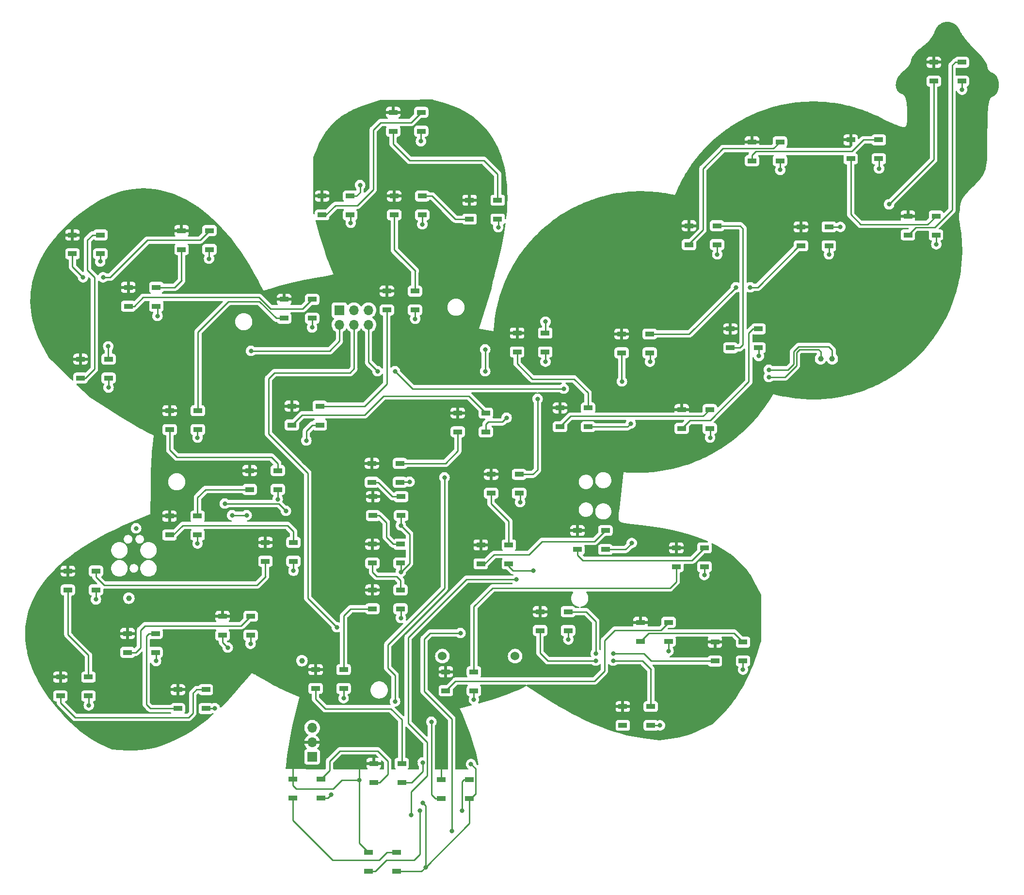
<source format=gbr>
%TF.GenerationSoftware,KiCad,Pcbnew,7.0.9*%
%TF.CreationDate,2023-12-28T12:53:37-06:00*%
%TF.ProjectId,bsidesPR,62736964-6573-4505-922e-6b696361645f,rev?*%
%TF.SameCoordinates,Original*%
%TF.FileFunction,Copper,L1,Top*%
%TF.FilePolarity,Positive*%
%FSLAX46Y46*%
G04 Gerber Fmt 4.6, Leading zero omitted, Abs format (unit mm)*
G04 Created by KiCad (PCBNEW 7.0.9) date 2023-12-28 12:53:37*
%MOMM*%
%LPD*%
G01*
G04 APERTURE LIST*
%TA.AperFunction,SMDPad,CuDef*%
%ADD10C,1.000000*%
%TD*%
%TA.AperFunction,SMDPad,CuDef*%
%ADD11R,1.500000X0.900000*%
%TD*%
%TA.AperFunction,ComponentPad*%
%ADD12R,1.700000X1.700000*%
%TD*%
%TA.AperFunction,ComponentPad*%
%ADD13O,1.700000X1.700000*%
%TD*%
%TA.AperFunction,ComponentPad*%
%ADD14C,1.530000*%
%TD*%
%TA.AperFunction,ViaPad*%
%ADD15C,0.800000*%
%TD*%
%TA.AperFunction,ViaPad*%
%ADD16C,1.000000*%
%TD*%
%TA.AperFunction,Conductor*%
%ADD17C,0.250000*%
%TD*%
G04 APERTURE END LIST*
D10*
%TO.P,REF\u002A\u002A,1*%
%TO.N,CEREAL_TX*%
X170328000Y-86975500D03*
%TD*%
%TO.P,,1*%
%TO.N,CEREAL_TX*%
X170328000Y-86975500D03*
%TD*%
%TO.P,REF\u002A\u002A,1*%
%TO.N,CEREAL_RX*%
X168303000Y-86975500D03*
%TD*%
D11*
%TO.P,D4,1,VDD*%
%TO.N,VLED*%
X47400000Y-74500000D03*
%TO.P,D4,2,DOUT*%
%TO.N,Net-(D4-DOUT)*%
X47400000Y-77800000D03*
%TO.P,D4,3,VSS*%
%TO.N,GND*%
X52300000Y-77800000D03*
%TO.P,D4,4,DIN*%
%TO.N,Net-(D3-DOUT)*%
X52300000Y-74500000D03*
%TD*%
%TO.P,D5,1,VDD*%
%TO.N,VLED*%
X74600000Y-76600000D03*
%TO.P,D5,2,DOUT*%
%TO.N,Net-(D5-DOUT)*%
X74600000Y-79900000D03*
%TO.P,D5,3,VSS*%
%TO.N,GND*%
X79500000Y-79900000D03*
%TO.P,D5,4,DIN*%
%TO.N,Net-(D4-DOUT)*%
X79500000Y-76600000D03*
%TD*%
%TO.P,D35,1,VDD*%
%TO.N,VLED*%
X145300000Y-63750000D03*
%TO.P,D35,2,DOUT*%
%TO.N,Net-(D35-DOUT)*%
X145300000Y-67050000D03*
%TO.P,D35,3,VSS*%
%TO.N,GND*%
X150200000Y-67050000D03*
%TO.P,D35,4,DIN*%
%TO.N,Net-(D34-DOUT)*%
X150200000Y-63750000D03*
%TD*%
%TO.P,D44,1,VDD*%
%TO.N,VLED*%
X125820000Y-116968000D03*
%TO.P,D44,2,DOUT*%
%TO.N,Net-(D44-DOUT)*%
X125820000Y-120268000D03*
%TO.P,D44,3,VSS*%
%TO.N,GND*%
X130720000Y-120268000D03*
%TO.P,D44,4,DIN*%
%TO.N,Net-(D43-DOUT)*%
X130720000Y-116968000D03*
%TD*%
%TO.P,D27,1,VDD*%
%TO.N,VLED*%
X90250000Y-157650000D03*
%TO.P,D27,2,DOUT*%
%TO.N,Net-(D27-DOUT)*%
X90250000Y-160950000D03*
%TO.P,D27,3,VSS*%
%TO.N,GND*%
X95150000Y-160950000D03*
%TO.P,D27,4,DIN*%
%TO.N,Net-(D26-DOUT)*%
X95150000Y-157650000D03*
%TD*%
%TO.P,D33,1,VDD*%
%TO.N,VLED*%
X144050000Y-95850000D03*
%TO.P,D33,2,DOUT*%
%TO.N,Net-(D33-DOUT)*%
X144050000Y-99150000D03*
%TO.P,D33,3,VSS*%
%TO.N,GND*%
X148950000Y-99150000D03*
%TO.P,D33,4,DIN*%
%TO.N,Net-(D32-DOUT)*%
X148950000Y-95850000D03*
%TD*%
%TO.P,D26,1,VDD*%
%TO.N,VLED*%
X80100000Y-141250000D03*
%TO.P,D26,2,DOUT*%
%TO.N,Net-(D26-DOUT)*%
X80100000Y-144550000D03*
%TO.P,D26,3,VSS*%
%TO.N,GND*%
X85000000Y-144550000D03*
%TO.P,D26,4,DIN*%
%TO.N,Net-(D25-DOUT)*%
X85000000Y-141250000D03*
%TD*%
%TO.P,D49,1,VDD*%
%TO.N,GND*%
X124200000Y-134450000D03*
%TO.P,D49,2,DOUT*%
%TO.N,Net-(D48-DOUT)*%
X124200000Y-131150000D03*
%TO.P,D49,3,VSS*%
%TO.N,VLED*%
X119300000Y-131150000D03*
%TO.P,D49,4,DIN*%
%TO.N,Net-(D49-DIN)*%
X119300000Y-134450000D03*
%TD*%
%TO.P,D9,1,VDD*%
%TO.N,VLED*%
X71350000Y-119050000D03*
%TO.P,D9,2,DOUT*%
%TO.N,Net-(D10-DIN)*%
X71350000Y-122350000D03*
%TO.P,D9,3,VSS*%
%TO.N,GND*%
X76250000Y-122350000D03*
%TO.P,D9,4,DIN*%
%TO.N,Net-(D8-DOUT)*%
X76250000Y-119050000D03*
%TD*%
%TO.P,D2,1,VDD*%
%TO.N,VLED*%
X37650000Y-65350000D03*
%TO.P,D2,2,DOUT*%
%TO.N,Net-(D2-DOUT)*%
X37650000Y-68650000D03*
%TO.P,D2,3,VSS*%
%TO.N,GND*%
X42550000Y-68650000D03*
%TO.P,D2,4,DIN*%
%TO.N,Net-(D1-DOUT)*%
X42550000Y-65350000D03*
%TD*%
%TO.P,D25,1,VDD*%
%TO.N,VLED*%
X90050000Y-127350000D03*
%TO.P,D25,2,DOUT*%
%TO.N,Net-(D25-DOUT)*%
X90050000Y-130650000D03*
%TO.P,D25,3,VSS*%
%TO.N,GND*%
X94950000Y-130650000D03*
%TO.P,D25,4,DIN*%
%TO.N,Net-(D24-DOUT)*%
X94950000Y-127350000D03*
%TD*%
%TO.P,D12,1,VDD*%
%TO.N,VLED*%
X56050000Y-144750000D03*
%TO.P,D12,2,DOUT*%
%TO.N,Net-(D12-DOUT)*%
X56050000Y-148050000D03*
%TO.P,D12,3,VSS*%
%TO.N,GND*%
X60950000Y-148050000D03*
%TO.P,D12,4,DIN*%
%TO.N,Net-(D11-DOUT)*%
X60950000Y-144750000D03*
%TD*%
%TO.P,D13,1,VDD*%
%TO.N,VLED*%
X47250000Y-134950000D03*
%TO.P,D13,2,DOUT*%
%TO.N,Net-(D13-DOUT)*%
X47250000Y-138250000D03*
%TO.P,D13,3,VSS*%
%TO.N,GND*%
X52150000Y-138250000D03*
%TO.P,D13,4,DIN*%
%TO.N,Net-(D12-DOUT)*%
X52150000Y-134950000D03*
%TD*%
%TO.P,D32,1,VDD*%
%TO.N,VLED*%
X122800000Y-95550000D03*
%TO.P,D32,2,DOUT*%
%TO.N,Net-(D32-DOUT)*%
X122800000Y-98850000D03*
%TO.P,D32,3,VSS*%
%TO.N,GND*%
X127700000Y-98850000D03*
%TO.P,D32,4,DIN*%
%TO.N,Net-(D31-DOUT)*%
X127700000Y-95550000D03*
%TD*%
%TO.P,D23,1,VDD*%
%TO.N,VLED*%
X90150000Y-111050000D03*
%TO.P,D23,2,DOUT*%
%TO.N,Net-(D23-DOUT)*%
X90150000Y-114350000D03*
%TO.P,D23,3,VSS*%
%TO.N,GND*%
X95050000Y-114350000D03*
%TO.P,D23,4,DIN*%
%TO.N,Net-(D22-DOUT)*%
X95050000Y-111050000D03*
%TD*%
%TO.P,D43,1,VDD*%
%TO.N,VLED*%
X108950000Y-119500000D03*
%TO.P,D43,2,DOUT*%
%TO.N,Net-(D43-DOUT)*%
X108950000Y-122800000D03*
%TO.P,D43,3,VSS*%
%TO.N,GND*%
X113850000Y-122800000D03*
%TO.P,D43,4,DIN*%
%TO.N,Net-(D42-DOUT)*%
X113850000Y-119500000D03*
%TD*%
%TO.P,D11,1,VDD*%
%TO.N,VLED*%
X35550000Y-142550000D03*
%TO.P,D11,2,DOUT*%
%TO.N,Net-(D11-DOUT)*%
X35550000Y-145850000D03*
%TO.P,D11,3,VSS*%
%TO.N,GND*%
X40450000Y-145850000D03*
%TO.P,D11,4,DIN*%
%TO.N,Net-(D10-DOUT)*%
X40450000Y-142550000D03*
%TD*%
%TO.P,D31,1,VDD*%
%TO.N,VLED*%
X115300000Y-82500000D03*
%TO.P,D31,2,DOUT*%
%TO.N,Net-(D31-DOUT)*%
X115300000Y-85800000D03*
%TO.P,D31,3,VSS*%
%TO.N,GND*%
X120200000Y-85800000D03*
%TO.P,D31,4,DIN*%
%TO.N,LOGO_START*%
X120200000Y-82500000D03*
%TD*%
%TO.P,D10,1,VDD*%
%TO.N,VLED*%
X36850000Y-124050000D03*
%TO.P,D10,2,DOUT*%
%TO.N,Net-(D10-DOUT)*%
X36850000Y-127350000D03*
%TO.P,D10,3,VSS*%
%TO.N,GND*%
X41750000Y-127350000D03*
%TO.P,D10,4,DIN*%
%TO.N,Net-(D10-DIN)*%
X41750000Y-124050000D03*
%TD*%
%TO.P,D14,1,VDD*%
%TO.N,VLED*%
X63850000Y-131950000D03*
%TO.P,D14,2,DOUT*%
%TO.N,LEFT_END*%
X63850000Y-135250000D03*
%TO.P,D14,3,VSS*%
%TO.N,GND*%
X68750000Y-135250000D03*
%TO.P,D14,4,DIN*%
%TO.N,Net-(D13-DOUT)*%
X68750000Y-131950000D03*
%TD*%
%TO.P,D47,1,VDD*%
%TO.N,VLED*%
X136850000Y-133000000D03*
%TO.P,D47,2,DOUT*%
%TO.N,Net-(D47-DOUT)*%
X136850000Y-136300000D03*
%TO.P,D47,3,VSS*%
%TO.N,GND*%
X141750000Y-136300000D03*
%TO.P,D47,4,DIN*%
%TO.N,Net-(D46-DOUT)*%
X141750000Y-133000000D03*
%TD*%
%TO.P,D40,1,VDD*%
%TO.N,VLED*%
X164850000Y-63950000D03*
%TO.P,D40,2,DOUT*%
%TO.N,Net-(D40-DOUT)*%
X164850000Y-67250000D03*
%TO.P,D40,3,VSS*%
%TO.N,GND*%
X169750000Y-67250000D03*
%TO.P,D40,4,DIN*%
%TO.N,Net-(D39-DOUT)*%
X169750000Y-63950000D03*
%TD*%
%TO.P,D8,1,VDD*%
%TO.N,VLED*%
X54600000Y-114450000D03*
%TO.P,D8,2,DOUT*%
%TO.N,Net-(D8-DOUT)*%
X54600000Y-117750000D03*
%TO.P,D8,3,VSS*%
%TO.N,GND*%
X59500000Y-117750000D03*
%TO.P,D8,4,DIN*%
%TO.N,Net-(D7-DOUT)*%
X59500000Y-114450000D03*
%TD*%
%TO.P,D21,1,VDD*%
%TO.N,VLED*%
X104950000Y-96450000D03*
%TO.P,D21,2,DOUT*%
%TO.N,Net-(D21-DOUT)*%
X104950000Y-99750000D03*
%TO.P,D21,3,VSS*%
%TO.N,GND*%
X109850000Y-99750000D03*
%TO.P,D21,4,DIN*%
%TO.N,Net-(D20-DOUT)*%
X109850000Y-96450000D03*
%TD*%
%TO.P,D16,1,VDD*%
%TO.N,VLED*%
X93650000Y-43950000D03*
%TO.P,D16,2,DOUT*%
%TO.N,Net-(D16-DOUT)*%
X93650000Y-47250000D03*
%TO.P,D16,3,VSS*%
%TO.N,GND*%
X98550000Y-47250000D03*
%TO.P,D16,4,DIN*%
%TO.N,Net-(D15-DOUT)*%
X98550000Y-43950000D03*
%TD*%
%TO.P,D17,1,VDD*%
%TO.N,VLED*%
X107000000Y-59300000D03*
%TO.P,D17,2,DOUT*%
%TO.N,Net-(D17-DOUT)*%
X107000000Y-62600000D03*
%TO.P,D17,3,VSS*%
%TO.N,GND*%
X111900000Y-62600000D03*
%TO.P,D17,4,DIN*%
%TO.N,Net-(D16-DOUT)*%
X111900000Y-59300000D03*
%TD*%
%TO.P,D24,1,VDD*%
%TO.N,VLED*%
X90050000Y-119350000D03*
%TO.P,D24,2,DOUT*%
%TO.N,Net-(D24-DOUT)*%
X90050000Y-122650000D03*
%TO.P,D24,3,VSS*%
%TO.N,GND*%
X94950000Y-122650000D03*
%TO.P,D24,4,DIN*%
%TO.N,Net-(D23-DOUT)*%
X94950000Y-119350000D03*
%TD*%
%TO.P,D28,1,VDD*%
%TO.N,VLED*%
X76150000Y-160350000D03*
%TO.P,D28,2,DOUT*%
%TO.N,Net-(D28-DOUT)*%
X76150000Y-163650000D03*
%TO.P,D28,3,VSS*%
%TO.N,GND*%
X81050000Y-163650000D03*
%TO.P,D28,4,DIN*%
%TO.N,Net-(D27-DOUT)*%
X81050000Y-160350000D03*
%TD*%
%TO.P,D42,1,VDD*%
%TO.N,VLED*%
X110750000Y-107150000D03*
%TO.P,D42,2,DOUT*%
%TO.N,Net-(D42-DOUT)*%
X110750000Y-110450000D03*
%TO.P,D42,3,VSS*%
%TO.N,GND*%
X115650000Y-110450000D03*
%TO.P,D42,4,DIN*%
%TO.N,RIGHT_START*%
X115650000Y-107150000D03*
%TD*%
%TO.P,D1,1,VDD*%
%TO.N,VLED*%
X39050000Y-87050000D03*
%TO.P,D1,2,DOUT*%
%TO.N,Net-(D1-DOUT)*%
X39050000Y-90350000D03*
%TO.P,D1,3,VSS*%
%TO.N,GND*%
X43950000Y-90350000D03*
%TO.P,D1,4,DIN*%
%TO.N,Net-(D1-DIN)*%
X43950000Y-87050000D03*
%TD*%
%TO.P,D34,1,VDD*%
%TO.N,VLED*%
X152550000Y-81750000D03*
%TO.P,D34,2,DOUT*%
%TO.N,Net-(D34-DOUT)*%
X152550000Y-85050000D03*
%TO.P,D34,3,VSS*%
%TO.N,GND*%
X157450000Y-85050000D03*
%TO.P,D34,4,DIN*%
%TO.N,Net-(D33-DOUT)*%
X157450000Y-81750000D03*
%TD*%
%TO.P,D48,1,VDD*%
%TO.N,VLED*%
X149850000Y-136450000D03*
%TO.P,D48,2,DOUT*%
%TO.N,Net-(D48-DOUT)*%
X149850000Y-139750000D03*
%TO.P,D48,3,VSS*%
%TO.N,GND*%
X154750000Y-139750000D03*
%TO.P,D48,4,DIN*%
%TO.N,Net-(D47-DOUT)*%
X154750000Y-136450000D03*
%TD*%
%TO.P,D7,1,VDD*%
%TO.N,VLED*%
X68600000Y-106500000D03*
%TO.P,D7,2,DOUT*%
%TO.N,Net-(D7-DOUT)*%
X68600000Y-109800000D03*
%TO.P,D7,3,VSS*%
%TO.N,GND*%
X73500000Y-109800000D03*
%TO.P,D7,4,DIN*%
%TO.N,Net-(D6-DOUT)*%
X73500000Y-106500000D03*
%TD*%
%TO.P,D50,1,VDD*%
%TO.N,GND*%
X138650000Y-151000000D03*
%TO.P,D50,2,DOUT*%
%TO.N,Net-(D49-DIN)*%
X138650000Y-147700000D03*
%TO.P,D50,3,VSS*%
%TO.N,VLED*%
X133750000Y-147700000D03*
%TO.P,D50,4,DIN*%
%TO.N,unconnected-(D50-DIN-Pad4)*%
X133750000Y-151000000D03*
%TD*%
%TO.P,D37,1,VDD*%
%TO.N,VLED*%
X173550000Y-48750000D03*
%TO.P,D37,2,DOUT*%
%TO.N,Net-(D37-DOUT)*%
X173550000Y-52050000D03*
%TO.P,D37,3,VSS*%
%TO.N,GND*%
X178450000Y-52050000D03*
%TO.P,D37,4,DIN*%
%TO.N,Net-(D36-DOUT)*%
X178450000Y-48750000D03*
%TD*%
%TO.P,D6,1,VDD*%
%TO.N,VLED*%
X54650000Y-96050000D03*
%TO.P,D6,2,DOUT*%
%TO.N,Net-(D6-DOUT)*%
X54650000Y-99350000D03*
%TO.P,D6,3,VSS*%
%TO.N,GND*%
X59550000Y-99350000D03*
%TO.P,D6,4,DIN*%
%TO.N,Net-(D5-DOUT)*%
X59550000Y-96050000D03*
%TD*%
%TO.P,D41,1,VDD*%
%TO.N,VLED*%
X133550000Y-82650000D03*
%TO.P,D41,2,DOUT*%
%TO.N,LOGO_END*%
X133550000Y-85950000D03*
%TO.P,D41,3,VSS*%
%TO.N,GND*%
X138450000Y-85950000D03*
%TO.P,D41,4,DIN*%
%TO.N,Net-(D40-DOUT)*%
X138450000Y-82650000D03*
%TD*%
%TO.P,D18,1,VDD*%
%TO.N,VLED*%
X93850000Y-58550000D03*
%TO.P,D18,2,DOUT*%
%TO.N,Net-(D18-DOUT)*%
X93850000Y-61850000D03*
%TO.P,D18,3,VSS*%
%TO.N,GND*%
X98750000Y-61850000D03*
%TO.P,D18,4,DIN*%
%TO.N,Net-(D17-DOUT)*%
X98750000Y-58550000D03*
%TD*%
%TO.P,D30,1,VDD*%
%TO.N,VLED*%
X102050000Y-160450000D03*
%TO.P,D30,2,DOUT*%
%TO.N,MIDDLE_END*%
X102050000Y-163750000D03*
%TO.P,D30,3,VSS*%
%TO.N,GND*%
X106950000Y-163750000D03*
%TO.P,D30,4,DIN*%
%TO.N,Net-(D29-DOUT)*%
X106950000Y-160450000D03*
%TD*%
%TO.P,D46,1,VDD*%
%TO.N,VLED*%
X102850000Y-141650000D03*
%TO.P,D46,2,DOUT*%
%TO.N,Net-(D46-DOUT)*%
X102850000Y-144950000D03*
%TO.P,D46,3,VSS*%
%TO.N,GND*%
X107750000Y-144950000D03*
%TO.P,D46,4,DIN*%
%TO.N,Net-(D45-DOUT)*%
X107750000Y-141650000D03*
%TD*%
%TO.P,D29,1,VDD*%
%TO.N,VLED*%
X89350000Y-173150000D03*
%TO.P,D29,2,DOUT*%
%TO.N,Net-(D29-DOUT)*%
X89350000Y-176450000D03*
%TO.P,D29,3,VSS*%
%TO.N,GND*%
X94250000Y-176450000D03*
%TO.P,D29,4,DIN*%
%TO.N,Net-(D28-DOUT)*%
X94250000Y-173150000D03*
%TD*%
%TO.P,D15,1,VDD*%
%TO.N,VLED*%
X81250000Y-58550000D03*
%TO.P,D15,2,DOUT*%
%TO.N,Net-(D15-DOUT)*%
X81250000Y-61850000D03*
%TO.P,D15,3,VSS*%
%TO.N,GND*%
X86150000Y-61850000D03*
%TO.P,D15,4,DIN*%
%TO.N,MIDDLE_START*%
X86150000Y-58550000D03*
%TD*%
%TO.P,D38,1,VDD*%
%TO.N,VLED*%
X183550000Y-62050000D03*
%TO.P,D38,2,DOUT*%
%TO.N,Net-(D38-DOUT)*%
X183550000Y-65350000D03*
%TO.P,D38,3,VSS*%
%TO.N,GND*%
X188450000Y-65350000D03*
%TO.P,D38,4,DIN*%
%TO.N,Net-(D37-DOUT)*%
X188450000Y-62050000D03*
%TD*%
%TO.P,D19,1,VDD*%
%TO.N,VLED*%
X92550000Y-75150000D03*
%TO.P,D19,2,DOUT*%
%TO.N,Net-(D19-DOUT)*%
X92550000Y-78450000D03*
%TO.P,D19,3,VSS*%
%TO.N,GND*%
X97450000Y-78450000D03*
%TO.P,D19,4,DIN*%
%TO.N,Net-(D18-DOUT)*%
X97450000Y-75150000D03*
%TD*%
%TO.P,D39,1,VDD*%
%TO.N,VLED*%
X188050000Y-35200000D03*
%TO.P,D39,2,DOUT*%
%TO.N,Net-(D39-DOUT)*%
X188050000Y-38500000D03*
%TO.P,D39,3,VSS*%
%TO.N,GND*%
X192950000Y-38500000D03*
%TO.P,D39,4,DIN*%
%TO.N,Net-(D38-DOUT)*%
X192950000Y-35200000D03*
%TD*%
%TO.P,D45,1,VDD*%
%TO.N,VLED*%
X143100000Y-120000000D03*
%TO.P,D45,2,DOUT*%
%TO.N,Net-(D45-DOUT)*%
X143100000Y-123300000D03*
%TO.P,D45,3,VSS*%
%TO.N,GND*%
X148000000Y-123300000D03*
%TO.P,D45,4,DIN*%
%TO.N,Net-(D44-DOUT)*%
X148000000Y-120000000D03*
%TD*%
%TO.P,D22,1,VDD*%
%TO.N,VLED*%
X89950000Y-105250000D03*
%TO.P,D22,2,DOUT*%
%TO.N,Net-(D22-DOUT)*%
X89950000Y-108550000D03*
%TO.P,D22,3,VSS*%
%TO.N,GND*%
X94850000Y-108550000D03*
%TO.P,D22,4,DIN*%
%TO.N,Net-(D21-DOUT)*%
X94850000Y-105250000D03*
%TD*%
%TO.P,D20,1,VDD*%
%TO.N,VLED*%
X75950000Y-95250000D03*
%TO.P,D20,2,DOUT*%
%TO.N,Net-(D20-DOUT)*%
X75950000Y-98550000D03*
%TO.P,D20,3,VSS*%
%TO.N,GND*%
X80850000Y-98550000D03*
%TO.P,D20,4,DIN*%
%TO.N,Net-(D19-DOUT)*%
X80850000Y-95250000D03*
%TD*%
%TO.P,D36,1,VDD*%
%TO.N,VLED*%
X156300000Y-49100000D03*
%TO.P,D36,2,DOUT*%
%TO.N,Net-(D36-DOUT)*%
X156300000Y-52400000D03*
%TO.P,D36,3,VSS*%
%TO.N,GND*%
X161200000Y-52400000D03*
%TO.P,D36,4,DIN*%
%TO.N,Net-(D35-DOUT)*%
X161200000Y-49100000D03*
%TD*%
%TO.P,D3,1,VDD*%
%TO.N,VLED*%
X56700000Y-64600000D03*
%TO.P,D3,2,DOUT*%
%TO.N,Net-(D3-DOUT)*%
X56700000Y-67900000D03*
%TO.P,D3,3,VSS*%
%TO.N,GND*%
X61600000Y-67900000D03*
%TO.P,D3,4,DIN*%
%TO.N,Net-(D2-DOUT)*%
X61600000Y-64600000D03*
%TD*%
D12*
%TO.P,J3,1,Pin_1*%
%TO.N,+5V*%
X79500000Y-156500000D03*
D13*
%TO.P,J3,2,Pin_2*%
%TO.N,VLED*%
X79500000Y-153960000D03*
%TO.P,J3,3,Pin_3*%
%TO.N,GND*%
X79500000Y-151420000D03*
%TD*%
D14*
%TO.P,BT2,N*%
%TO.N,GND*%
X102250000Y-138905000D03*
%TO.P,BT2,P*%
%TO.N,Net-(D51-A)*%
X114950000Y-138905000D03*
%TD*%
D12*
%TO.P,J1,1,Pin_1*%
%TO.N,MIDDLE_START*%
X84268000Y-78486000D03*
D13*
%TO.P,J1,2,Pin_2*%
%TO.N,LEFT_END*%
X84268000Y-81026000D03*
%TO.P,J1,3,Pin_3*%
%TO.N,LOGO_START*%
X86808000Y-78486000D03*
%TO.P,J1,4,Pin_4*%
%TO.N,MIDDLE_END*%
X86808000Y-81026000D03*
%TO.P,J1,5,Pin_5*%
%TO.N,RIGHT_START*%
X89348000Y-78486000D03*
%TO.P,J1,6,Pin_6*%
%TO.N,LOGO_END*%
X89348000Y-81026000D03*
%TD*%
D15*
%TO.N,CEREAL_RX*%
X159258000Y-90170000D03*
%TO.N,CEREAL_TX*%
X159258000Y-88900000D03*
%TO.N,GND*%
X78500000Y-101250000D03*
X62500000Y-148000000D03*
X178500000Y-53750000D03*
X120250000Y-87500000D03*
X118110000Y-123952000D03*
X115824000Y-112014000D03*
X98750000Y-63500000D03*
X112000000Y-64000000D03*
X98500000Y-49000000D03*
X79500000Y-81500000D03*
X94996000Y-124206000D03*
X52500000Y-79500000D03*
X85000000Y-146250000D03*
X169750000Y-68750000D03*
X43950000Y-92000000D03*
X59500000Y-119250000D03*
X41750000Y-129000000D03*
X188500000Y-67000000D03*
X154750000Y-141250000D03*
X98806000Y-164521284D03*
X42500000Y-70000000D03*
X141750000Y-138000000D03*
X76250000Y-124000000D03*
X113461115Y-97277700D03*
X61500000Y-69500000D03*
X140250000Y-151000000D03*
X96520000Y-108458000D03*
X161250000Y-54000000D03*
X99314000Y-175768000D03*
X157500000Y-86500000D03*
X98806000Y-157480000D03*
X149000000Y-100750000D03*
X82804000Y-163068000D03*
X107250000Y-157750000D03*
X138500000Y-87500000D03*
X40500000Y-147500000D03*
X148000000Y-124750000D03*
X97500000Y-80000000D03*
X68750000Y-136750000D03*
X94996000Y-116078000D03*
X124250000Y-136000000D03*
X95000000Y-132250000D03*
X150250000Y-68750000D03*
X73500000Y-111500000D03*
X86250000Y-63250000D03*
X52250000Y-139750000D03*
X59500000Y-100750000D03*
X48768000Y-116586000D03*
X135128000Y-98298000D03*
X135321512Y-119148498D03*
X107750000Y-146500000D03*
X193000000Y-40000000D03*
D16*
%TO.N,+5V*%
X47498000Y-128778000D03*
X77724000Y-139700000D03*
D15*
%TO.N,Net-(J2-SWDIO)*%
X68072000Y-114300000D03*
X65532000Y-114300000D03*
%TO.N,Net-(J2-SWCLK)*%
X64262000Y-112268000D03*
X74930000Y-113538000D03*
%TO.N,ENABLE_VLED*%
X102616000Y-107696000D03*
X93980000Y-146812000D03*
%TO.N,RPi_WAKE*%
X115154566Y-125526929D03*
X96774000Y-166624000D03*
%TO.N,VLED*%
X102108000Y-157480000D03*
X138684000Y-120650000D03*
X97536000Y-157500000D03*
X87750000Y-160528000D03*
X150114000Y-129794000D03*
%TO.N,Net-(D1-DIN)*%
X43900000Y-84800000D03*
%TO.N,Net-(D2-DOUT)*%
X39500000Y-72750000D03*
X43000000Y-72750000D03*
%TO.N,Net-(D39-DOUT)*%
X171750000Y-63950000D03*
X180250000Y-60000000D03*
%TO.N,Net-(D40-DOUT)*%
X153500000Y-74500000D03*
X156000000Y-74500000D03*
%TO.N,Net-(D48-DOUT)*%
X129032000Y-138430000D03*
X132080000Y-138430000D03*
%TO.N,LOGO_LEDS*%
X109728000Y-85344000D03*
X109728000Y-89154000D03*
%TO.N,Net-(D51-A)*%
X105410000Y-134874000D03*
X103886000Y-169418000D03*
%TO.N,LEFT_END*%
X68834000Y-85598000D03*
X64770000Y-137414000D03*
%TO.N,MIDDLE_START*%
X87884000Y-56642000D03*
%TO.N,MIDDLE_END*%
X100330000Y-150368000D03*
X83820000Y-133858000D03*
%TO.N,LOGO_START*%
X120250000Y-80500000D03*
%TO.N,LOGO_END*%
X93980000Y-89154000D03*
X123444000Y-92202000D03*
X133604000Y-90932000D03*
X90932000Y-89154000D03*
%TO.N,RIGHT_START*%
X118872000Y-93980000D03*
%TO.N,Net-(D49-DIN)*%
X132080000Y-139700000D03*
X129032000Y-139700000D03*
%TO.N,Net-(D29-DOUT)*%
X98298000Y-165862000D03*
X105664000Y-165862000D03*
%TD*%
D17*
%TO.N,Net-(D5-DOUT)*%
X73263604Y-79900000D02*
X74600000Y-79900000D01*
X64913000Y-76962000D02*
X70325604Y-76962000D01*
X59550000Y-82325000D02*
X64913000Y-76962000D01*
X59550000Y-96050000D02*
X59550000Y-82325000D01*
X70325604Y-76962000D02*
X73263604Y-79900000D01*
%TO.N,ENABLE_VLED*%
X102616000Y-127000000D02*
X102616000Y-107696000D01*
X93980000Y-142240000D02*
X92710000Y-140970000D01*
X93980000Y-146812000D02*
X93980000Y-142240000D01*
X92710000Y-140970000D02*
X92710000Y-136906000D01*
X92710000Y-136906000D02*
X102616000Y-127000000D01*
%TO.N,Net-(D45-DOUT)*%
X143100000Y-125886000D02*
X143100000Y-123300000D01*
X110998000Y-127000000D02*
X141986000Y-127000000D01*
X141986000Y-127000000D02*
X143100000Y-125886000D01*
X107750000Y-141650000D02*
X107750000Y-130248000D01*
X107750000Y-130248000D02*
X110998000Y-127000000D01*
%TO.N,GND*%
X96520000Y-122682000D02*
X96520000Y-117602000D01*
X96520000Y-117602000D02*
X94996000Y-116078000D01*
X94996000Y-124206000D02*
X96520000Y-122682000D01*
%TO.N,CEREAL_TX*%
X170328000Y-85492000D02*
X170328000Y-86975500D01*
X169672000Y-84836000D02*
X170328000Y-85492000D01*
X164463604Y-84836000D02*
X169672000Y-84836000D01*
X163576000Y-85723604D02*
X164463604Y-84836000D01*
X163576000Y-87884000D02*
X163576000Y-85723604D01*
X162560000Y-88900000D02*
X163576000Y-87884000D01*
X159258000Y-88900000D02*
X162560000Y-88900000D01*
%TO.N,CEREAL_RX*%
X168303000Y-85753000D02*
X168303000Y-86975500D01*
X164592000Y-85344000D02*
X167894000Y-85344000D01*
X167894000Y-85344000D02*
X168303000Y-85753000D01*
X164084000Y-88138000D02*
X164084000Y-85852000D01*
X164084000Y-85852000D02*
X164592000Y-85344000D01*
X159258000Y-90170000D02*
X162052000Y-90170000D01*
X162052000Y-90170000D02*
X164084000Y-88138000D01*
%TO.N,GND*%
X52250000Y-139750000D02*
X52250000Y-138100000D01*
X109850000Y-99750000D02*
X109850000Y-98400000D01*
X124250000Y-136000000D02*
X124250000Y-134350000D01*
X106950000Y-163750000D02*
X107250000Y-163750000D01*
X94996000Y-116078000D02*
X94996000Y-114428000D01*
X99314000Y-175768000D02*
X106950000Y-168132000D01*
X94996000Y-124206000D02*
X94996000Y-122556000D01*
X98500000Y-49000000D02*
X98500000Y-47350000D01*
X107750000Y-146500000D02*
X107750000Y-144850000D01*
X73500000Y-111500000D02*
X73500000Y-109850000D01*
X43950000Y-92000000D02*
X43950000Y-90350000D01*
X134576000Y-98850000D02*
X127750000Y-98850000D01*
X59500000Y-100750000D02*
X59500000Y-99100000D01*
X109850000Y-98400000D02*
X110250000Y-98000000D01*
X108000000Y-163000000D02*
X108025000Y-162975000D01*
X108025000Y-158525000D02*
X107250000Y-157750000D01*
X149000000Y-100750000D02*
X149000000Y-99100000D01*
X108025000Y-162975000D02*
X108025000Y-158525000D01*
X107250000Y-157750000D02*
X107125000Y-157625000D01*
X161250000Y-54000000D02*
X161250000Y-52350000D01*
X99314000Y-175768000D02*
X98582000Y-176500000D01*
X98806000Y-157480000D02*
X98806000Y-159045000D01*
X52500000Y-79500000D02*
X52500000Y-77850000D01*
X68750000Y-136750000D02*
X68750000Y-135100000D01*
X107250000Y-163750000D02*
X108000000Y-163000000D01*
X99314000Y-165029284D02*
X99314000Y-175768000D01*
X106950000Y-168132000D02*
X106950000Y-163750000D01*
X188500000Y-67000000D02*
X188500000Y-65350000D01*
X112750000Y-98000000D02*
X113500000Y-97250000D01*
X78500000Y-99600000D02*
X79550000Y-98550000D01*
X113850000Y-122800000D02*
X113850000Y-123248000D01*
X141750000Y-138000000D02*
X141750000Y-136350000D01*
X76250000Y-124000000D02*
X76250000Y-122350000D01*
X98806000Y-164521284D02*
X99314000Y-165029284D01*
X98582000Y-176500000D02*
X94350000Y-176500000D01*
X178500000Y-53750000D02*
X178500000Y-52100000D01*
X157500000Y-86500000D02*
X157500000Y-84850000D01*
X85000000Y-146250000D02*
X85000000Y-144600000D01*
X112000000Y-64000000D02*
X112000000Y-62350000D01*
X95000000Y-132250000D02*
X95000000Y-130600000D01*
X79550000Y-98550000D02*
X80850000Y-98550000D01*
X61500000Y-69500000D02*
X61500000Y-67850000D01*
X81050000Y-163650000D02*
X82222000Y-163650000D01*
X96520000Y-108458000D02*
X94870000Y-108458000D01*
X138500000Y-87500000D02*
X138500000Y-85850000D01*
X79500000Y-81500000D02*
X79500000Y-79850000D01*
X150250000Y-68750000D02*
X150250000Y-67100000D01*
X120250000Y-87500000D02*
X120250000Y-85850000D01*
X148000000Y-124750000D02*
X148000000Y-123100000D01*
X82222000Y-163650000D02*
X82804000Y-163068000D01*
X40500000Y-147500000D02*
X40500000Y-145850000D01*
X42500000Y-70000000D02*
X42500000Y-68350000D01*
X98806000Y-159045000D02*
X96901000Y-160950000D01*
X115824000Y-112014000D02*
X115824000Y-110364000D01*
X97500000Y-80000000D02*
X97500000Y-78350000D01*
X86250000Y-61950000D02*
X86150000Y-61850000D01*
X113850000Y-123248000D02*
X114554000Y-123952000D01*
X135128000Y-98298000D02*
X134576000Y-98850000D01*
X59500000Y-119250000D02*
X59500000Y-117600000D01*
X96901000Y-160950000D02*
X95150000Y-160950000D01*
X130720000Y-120268000D02*
X134240000Y-120268000D01*
X134240000Y-120268000D02*
X135382000Y-119126000D01*
X110250000Y-98000000D02*
X112750000Y-98000000D01*
X193000000Y-40000000D02*
X193000000Y-38350000D01*
X78500000Y-101250000D02*
X78500000Y-99600000D01*
X154750000Y-141250000D02*
X154750000Y-139600000D01*
X98750000Y-63500000D02*
X98750000Y-61850000D01*
X86250000Y-63250000D02*
X86250000Y-61950000D01*
X62500000Y-148000000D02*
X60850000Y-148000000D01*
X140250000Y-151000000D02*
X138600000Y-151000000D01*
X169750000Y-68750000D02*
X169750000Y-67100000D01*
X114554000Y-123952000D02*
X118110000Y-123952000D01*
X41750000Y-129000000D02*
X41750000Y-127350000D01*
%TO.N,Net-(D3-DOUT)*%
X55500000Y-74500000D02*
X56750000Y-73250000D01*
X56700000Y-73200000D02*
X56700000Y-67900000D01*
X52300000Y-74500000D02*
X55500000Y-74500000D01*
X56750000Y-73250000D02*
X56700000Y-73200000D01*
%TO.N,Net-(D4-DOUT)*%
X72250000Y-78250000D02*
X77850000Y-78250000D01*
X70250000Y-76250000D02*
X72250000Y-78250000D01*
X48450000Y-77800000D02*
X50000000Y-76250000D01*
X47400000Y-77800000D02*
X48450000Y-77800000D01*
X50000000Y-76250000D02*
X70250000Y-76250000D01*
X77850000Y-78250000D02*
X79500000Y-76600000D01*
%TO.N,Net-(D6-DOUT)*%
X73500000Y-105250000D02*
X73500000Y-106500000D01*
X54650000Y-102910000D02*
X55880000Y-104140000D01*
X54650000Y-99350000D02*
X54650000Y-102910000D01*
X55880000Y-104140000D02*
X72390000Y-104140000D01*
X72390000Y-104140000D02*
X73500000Y-105250000D01*
%TO.N,Net-(D7-DOUT)*%
X59500000Y-111188000D02*
X60888000Y-109800000D01*
X59500000Y-114450000D02*
X59500000Y-111188000D01*
X60888000Y-109800000D02*
X68600000Y-109800000D01*
%TO.N,Net-(D10-DIN)*%
X43180000Y-126492000D02*
X69850000Y-126492000D01*
X69850000Y-126492000D02*
X71374000Y-124968000D01*
X71350000Y-124944000D02*
X71350000Y-122350000D01*
X41750000Y-125062000D02*
X43180000Y-126492000D01*
X41750000Y-124050000D02*
X41750000Y-125062000D01*
X71374000Y-124968000D02*
X71350000Y-124944000D01*
%TO.N,Net-(D10-DOUT)*%
X36850000Y-135148000D02*
X40450000Y-138748000D01*
X36850000Y-127350000D02*
X36850000Y-135148000D01*
X40450000Y-138748000D02*
X40450000Y-142550000D01*
%TO.N,Net-(J2-SWDIO)*%
X65532000Y-114300000D02*
X68072000Y-114300000D01*
%TO.N,Net-(J2-SWCLK)*%
X73660000Y-112268000D02*
X64262000Y-112268000D01*
X74930000Y-113538000D02*
X73660000Y-112268000D01*
%TO.N,ENABLE_VLED*%
X102616000Y-107696000D02*
X102616000Y-107950000D01*
%TO.N,RPi_WAKE*%
X96266000Y-135636000D02*
X106426000Y-125476000D01*
X96774000Y-162560000D02*
X99568000Y-159766000D01*
X106426000Y-125476000D02*
X115062000Y-125476000D01*
X99568000Y-153924000D02*
X96266000Y-150622000D01*
X96774000Y-166624000D02*
X96774000Y-162560000D01*
X96266000Y-150622000D02*
X96266000Y-135636000D01*
X99568000Y-159766000D02*
X99568000Y-153924000D01*
%TO.N,VLED*%
X102108000Y-157480000D02*
X102050000Y-157538000D01*
X102050000Y-157538000D02*
X102050000Y-160450000D01*
X88222000Y-157650000D02*
X90250000Y-157650000D01*
X76926000Y-153960000D02*
X79500000Y-153960000D01*
X76150000Y-157350000D02*
X76150000Y-154736000D01*
X84722000Y-160528000D02*
X83198000Y-162052000D01*
X76150000Y-154736000D02*
X76926000Y-153960000D01*
X87750000Y-160528000D02*
X87750000Y-171550000D01*
X139334000Y-120000000D02*
X138684000Y-120650000D01*
X87750000Y-160528000D02*
X87750000Y-158122000D01*
X76150000Y-161494000D02*
X76150000Y-160350000D01*
X143100000Y-120000000D02*
X139334000Y-120000000D01*
X87750000Y-158122000D02*
X88222000Y-157650000D01*
X87750000Y-160528000D02*
X84722000Y-160528000D01*
X76150000Y-157350000D02*
X76150000Y-160350000D01*
X87750000Y-171550000D02*
X89350000Y-173150000D01*
X83198000Y-162052000D02*
X76708000Y-162052000D01*
X76708000Y-162052000D02*
X76150000Y-161494000D01*
%TO.N,Net-(D1-DOUT)*%
X39050000Y-90350000D02*
X39900000Y-90350000D01*
X40250000Y-66250000D02*
X41150000Y-65350000D01*
X39900000Y-90350000D02*
X41500000Y-88750000D01*
X40250000Y-71500000D02*
X40250000Y-66250000D01*
X41150000Y-65350000D02*
X42550000Y-65350000D01*
X41500000Y-88750000D02*
X41500000Y-72750000D01*
X41500000Y-72750000D02*
X40250000Y-71500000D01*
%TO.N,Net-(D1-DIN)*%
X43900000Y-87000000D02*
X43950000Y-87050000D01*
X43900000Y-84800000D02*
X43900000Y-87000000D01*
%TO.N,Net-(D2-DOUT)*%
X37650000Y-68650000D02*
X37650000Y-70900000D01*
X44250000Y-72750000D02*
X50750000Y-66250000D01*
X43000000Y-72750000D02*
X44250000Y-72750000D01*
X37650000Y-70900000D02*
X39500000Y-72750000D01*
X59950000Y-66250000D02*
X61600000Y-64600000D01*
X50750000Y-66250000D02*
X59950000Y-66250000D01*
%TO.N,Net-(D17-DOUT)*%
X98750000Y-58550000D02*
X100460000Y-58550000D01*
X104510000Y-62600000D02*
X107000000Y-62600000D01*
X100460000Y-58550000D02*
X104510000Y-62600000D01*
%TO.N,Net-(D19-DOUT)*%
X80850000Y-95250000D02*
X88646000Y-95250000D01*
X88646000Y-95250000D02*
X92550000Y-91346000D01*
X92550000Y-91346000D02*
X92550000Y-78450000D01*
%TO.N,Net-(D20-DOUT)*%
X75950000Y-98550000D02*
X77726000Y-96774000D01*
X77726000Y-96774000D02*
X88646000Y-96774000D01*
X91948000Y-93472000D02*
X106872000Y-93472000D01*
X88646000Y-96774000D02*
X91948000Y-93472000D01*
X106872000Y-93472000D02*
X109850000Y-96450000D01*
%TO.N,Net-(D21-DOUT)*%
X104950000Y-103076000D02*
X104950000Y-99750000D01*
X94850000Y-105250000D02*
X102776000Y-105250000D01*
X102776000Y-105250000D02*
X104950000Y-103076000D01*
%TO.N,Net-(D22-DOUT)*%
X91024000Y-108550000D02*
X93524000Y-111050000D01*
X89950000Y-108550000D02*
X91024000Y-108550000D01*
X93524000Y-111050000D02*
X95050000Y-111050000D01*
%TO.N,Net-(D23-DOUT)*%
X90150000Y-114350000D02*
X91236000Y-114350000D01*
X92456000Y-115570000D02*
X92456000Y-118110000D01*
X92456000Y-118110000D02*
X93696000Y-119350000D01*
X93696000Y-119350000D02*
X94950000Y-119350000D01*
X91236000Y-114350000D02*
X92456000Y-115570000D01*
%TO.N,Net-(D24-DOUT)*%
X90050000Y-122650000D02*
X90050000Y-124213000D01*
X90050000Y-124213000D02*
X90805000Y-124968000D01*
X90805000Y-124968000D02*
X94234000Y-124968000D01*
X94234000Y-124968000D02*
X94950000Y-125684000D01*
X94950000Y-125684000D02*
X94950000Y-127350000D01*
%TO.N,Net-(D33-DOUT)*%
X155750000Y-82500000D02*
X156500000Y-81750000D01*
X156500000Y-81750000D02*
X157450000Y-81750000D01*
X155750000Y-91000000D02*
X155750000Y-82500000D01*
X149000000Y-97750000D02*
X155750000Y-91000000D01*
X144050000Y-99150000D02*
X145450000Y-97750000D01*
X145450000Y-97750000D02*
X149000000Y-97750000D01*
%TO.N,Net-(D35-DOUT)*%
X151250000Y-50250000D02*
X160050000Y-50250000D01*
X160050000Y-50250000D02*
X161200000Y-49100000D01*
X147750000Y-64500000D02*
X147750000Y-53750000D01*
X145300000Y-66950000D02*
X147750000Y-64500000D01*
X145300000Y-67050000D02*
X145300000Y-66950000D01*
X147750000Y-53750000D02*
X151250000Y-50250000D01*
%TO.N,Net-(D36-DOUT)*%
X173750000Y-50750000D02*
X175750000Y-48750000D01*
X156300000Y-52400000D02*
X156300000Y-51450000D01*
X175750000Y-48750000D02*
X178450000Y-48750000D01*
X157000000Y-50750000D02*
X173750000Y-50750000D01*
X156300000Y-51450000D02*
X157000000Y-50750000D01*
%TO.N,Net-(D37-DOUT)*%
X175260000Y-63500000D02*
X187000000Y-63500000D01*
X187000000Y-63500000D02*
X188450000Y-62050000D01*
X173550000Y-61790000D02*
X175260000Y-63500000D01*
X173550000Y-52050000D02*
X173550000Y-61790000D01*
%TO.N,Net-(D38-DOUT)*%
X188250000Y-64000000D02*
X191250000Y-61000000D01*
X191800000Y-35200000D02*
X192950000Y-35200000D01*
X183550000Y-65350000D02*
X184900000Y-64000000D01*
X191250000Y-35750000D02*
X191800000Y-35200000D01*
X184900000Y-64000000D02*
X188250000Y-64000000D01*
X191250000Y-61000000D02*
X191250000Y-35750000D01*
%TO.N,Net-(D39-DOUT)*%
X188050000Y-38500000D02*
X188050000Y-52200000D01*
X171750000Y-63950000D02*
X169750000Y-63950000D01*
X188050000Y-52200000D02*
X180250000Y-60000000D01*
%TO.N,Net-(D40-DOUT)*%
X153500000Y-74500000D02*
X145350000Y-82650000D01*
X164850000Y-67250000D02*
X164550000Y-67250000D01*
X164550000Y-67250000D02*
X157300000Y-74500000D01*
X157300000Y-74500000D02*
X156000000Y-74500000D01*
X145350000Y-82650000D02*
X138450000Y-82650000D01*
%TO.N,Net-(D44-DOUT)*%
X125820000Y-121248000D02*
X126746000Y-122174000D01*
X126746000Y-122174000D02*
X145826000Y-122174000D01*
X125820000Y-120268000D02*
X125820000Y-121248000D01*
X145826000Y-122174000D02*
X148000000Y-120000000D01*
%TO.N,Net-(D46-DOUT)*%
X128778000Y-143256000D02*
X130556000Y-141478000D01*
X130556000Y-136144000D02*
X132334000Y-134366000D01*
X140384000Y-134366000D02*
X141750000Y-133000000D01*
X132334000Y-134366000D02*
X140384000Y-134366000D01*
X102850000Y-144950000D02*
X104544000Y-143256000D01*
X104544000Y-143256000D02*
X128778000Y-143256000D01*
X130556000Y-141478000D02*
X130556000Y-136144000D01*
%TO.N,Net-(D47-DOUT)*%
X153174000Y-134874000D02*
X154750000Y-136450000D01*
X136850000Y-136300000D02*
X138276000Y-134874000D01*
X138276000Y-134874000D02*
X153174000Y-134874000D01*
%TO.N,Net-(D48-DOUT)*%
X137414000Y-138430000D02*
X132080000Y-138430000D01*
X138734000Y-139750000D02*
X138684000Y-139700000D01*
X138684000Y-139700000D02*
X137414000Y-138430000D01*
X149850000Y-139750000D02*
X138734000Y-139750000D01*
X129032000Y-138430000D02*
X129032000Y-132842000D01*
X129032000Y-132842000D02*
X127340000Y-131150000D01*
X127340000Y-131150000D02*
X124200000Y-131150000D01*
%TO.N,LOGO_LEDS*%
X109728000Y-89154000D02*
X109728000Y-85344000D01*
%TO.N,Net-(D8-DOUT)*%
X75184000Y-116078000D02*
X76250000Y-117144000D01*
X55224000Y-117750000D02*
X56896000Y-116078000D01*
X56896000Y-116078000D02*
X75184000Y-116078000D01*
X76250000Y-117144000D02*
X76250000Y-119050000D01*
X54600000Y-117750000D02*
X55224000Y-117750000D01*
%TO.N,Net-(D18-DOUT)*%
X97450000Y-71714000D02*
X97450000Y-75150000D01*
X93850000Y-61850000D02*
X93850000Y-67942000D01*
X97536000Y-71628000D02*
X97450000Y-71714000D01*
X93850000Y-67942000D02*
X97536000Y-71628000D01*
%TO.N,Net-(D34-DOUT)*%
X154250000Y-63750000D02*
X150200000Y-63750000D01*
X152550000Y-85050000D02*
X154200000Y-85050000D01*
X154750000Y-84500000D02*
X154750000Y-64250000D01*
X154750000Y-64250000D02*
X154250000Y-63750000D01*
X154200000Y-85050000D02*
X154750000Y-84500000D01*
%TO.N,Net-(D51-A)*%
X103886000Y-169418000D02*
X103886000Y-149860000D01*
X100076000Y-134874000D02*
X105410000Y-134874000D01*
X103886000Y-149860000D02*
X99060000Y-145034000D01*
X99060000Y-145034000D02*
X99060000Y-135890000D01*
X99060000Y-135890000D02*
X100076000Y-134874000D01*
%TO.N,Net-(D42-DOUT)*%
X110750000Y-112274000D02*
X113850000Y-115374000D01*
X113850000Y-115374000D02*
X113850000Y-119500000D01*
X110750000Y-110450000D02*
X110750000Y-112274000D01*
%TO.N,LEFT_END*%
X63850000Y-136494000D02*
X63850000Y-135250000D01*
X82550000Y-85598000D02*
X84268000Y-83880000D01*
X68834000Y-85598000D02*
X82550000Y-85598000D01*
X84268000Y-83880000D02*
X84268000Y-81026000D01*
X64770000Y-137414000D02*
X63850000Y-136494000D01*
%TO.N,MIDDLE_START*%
X87884000Y-57912000D02*
X87884000Y-56642000D01*
X86150000Y-58550000D02*
X87246000Y-58550000D01*
X87246000Y-58550000D02*
X87884000Y-57912000D01*
%TO.N,MIDDLE_END*%
X101012000Y-163750000D02*
X100330000Y-163068000D01*
X71882000Y-100076000D02*
X71882000Y-90424000D01*
X86106000Y-89408000D02*
X86808000Y-88706000D01*
X78740000Y-128778000D02*
X78740000Y-106934000D01*
X83820000Y-133858000D02*
X78740000Y-128778000D01*
X72898000Y-89408000D02*
X86106000Y-89408000D01*
X100330000Y-163068000D02*
X100330000Y-150368000D01*
X102050000Y-163750000D02*
X101012000Y-163750000D01*
X71882000Y-90424000D02*
X72898000Y-89408000D01*
X86808000Y-88706000D02*
X86808000Y-81026000D01*
X78740000Y-106934000D02*
X71882000Y-100076000D01*
%TO.N,LOGO_START*%
X120250000Y-82450000D02*
X120200000Y-82500000D01*
X120250000Y-80500000D02*
X120250000Y-82450000D01*
%TO.N,LOGO_END*%
X133550000Y-90878000D02*
X133550000Y-85950000D01*
X93980000Y-89154000D02*
X97028000Y-92202000D01*
X89348000Y-87570000D02*
X90932000Y-89154000D01*
X133604000Y-90932000D02*
X133550000Y-90878000D01*
X89348000Y-81026000D02*
X89348000Y-87570000D01*
X97028000Y-92202000D02*
X123444000Y-92202000D01*
%TO.N,RIGHT_START*%
X118872000Y-106350000D02*
X118072000Y-107150000D01*
X118072000Y-107150000D02*
X115650000Y-107150000D01*
X118872000Y-93980000D02*
X118872000Y-106350000D01*
%TO.N,Net-(D11-DOUT)*%
X59319000Y-144750000D02*
X60950000Y-144750000D01*
X57912000Y-149606000D02*
X58674000Y-148844000D01*
X35550000Y-147056000D02*
X38100000Y-149606000D01*
X35550000Y-145850000D02*
X35550000Y-147056000D01*
X38100000Y-149606000D02*
X57912000Y-149606000D01*
X58674000Y-148844000D02*
X58674000Y-145395000D01*
X58674000Y-145395000D02*
X59319000Y-144750000D01*
%TO.N,Net-(D12-DOUT)*%
X50978000Y-134950000D02*
X52150000Y-134950000D01*
X51276000Y-148050000D02*
X50546000Y-147320000D01*
X50546000Y-147320000D02*
X50546000Y-135382000D01*
X56050000Y-148050000D02*
X51276000Y-148050000D01*
X50546000Y-135382000D02*
X50978000Y-134950000D01*
%TO.N,Net-(D25-DOUT)*%
X86202500Y-130650000D02*
X90050000Y-130650000D01*
X85000000Y-141250000D02*
X85000000Y-131852500D01*
X85000000Y-131852500D02*
X86202500Y-130650000D01*
%TO.N,Net-(D26-DOUT)*%
X80100000Y-144550000D02*
X80100000Y-146394000D01*
X95150000Y-150014000D02*
X95150000Y-157650000D01*
X93218000Y-148082000D02*
X95150000Y-150014000D01*
X80100000Y-146394000D02*
X81788000Y-148082000D01*
X81788000Y-148082000D02*
X93218000Y-148082000D01*
%TO.N,Net-(D49-DIN)*%
X138650000Y-141258000D02*
X138650000Y-147700000D01*
X119300000Y-138350000D02*
X120650000Y-139700000D01*
X119300000Y-134450000D02*
X119300000Y-138350000D01*
X132080000Y-139700000D02*
X137160000Y-139700000D01*
X137160000Y-139700000D02*
X138684000Y-141224000D01*
X138684000Y-141224000D02*
X138650000Y-141258000D01*
X120650000Y-139700000D02*
X129032000Y-139700000D01*
%TO.N,Net-(D43-DOUT)*%
X117348000Y-121158000D02*
X119634000Y-118872000D01*
X111252000Y-121158000D02*
X117348000Y-121158000D01*
X128816000Y-118872000D02*
X130720000Y-116968000D01*
X108950000Y-122800000D02*
X109610000Y-122800000D01*
X119634000Y-118872000D02*
X128816000Y-118872000D01*
X109610000Y-122800000D02*
X111252000Y-121158000D01*
%TO.N,Net-(D32-DOUT)*%
X122800000Y-98850000D02*
X124650000Y-97000000D01*
X147800000Y-97000000D02*
X148950000Y-95850000D01*
X124650000Y-97000000D02*
X147800000Y-97000000D01*
%TO.N,Net-(D31-DOUT)*%
X127700000Y-92950000D02*
X127700000Y-95550000D01*
X125250000Y-90500000D02*
X127700000Y-92950000D01*
X118000000Y-90500000D02*
X125250000Y-90500000D01*
X115300000Y-87800000D02*
X118000000Y-90500000D01*
X115300000Y-85800000D02*
X115300000Y-87800000D01*
%TO.N,Net-(D29-DOUT)*%
X98298000Y-173482000D02*
X98298000Y-165862000D01*
X105664000Y-160782000D02*
X105996000Y-160450000D01*
X97282000Y-174498000D02*
X98298000Y-173482000D01*
X105664000Y-165862000D02*
X105664000Y-160782000D01*
X105996000Y-160450000D02*
X106950000Y-160450000D01*
X90504000Y-176450000D02*
X92456000Y-174498000D01*
X92456000Y-174498000D02*
X97282000Y-174498000D01*
X89350000Y-176450000D02*
X90504000Y-176450000D01*
%TO.N,Net-(D28-DOUT)*%
X92534000Y-173150000D02*
X91186000Y-174498000D01*
X91186000Y-174498000D02*
X83058000Y-174498000D01*
X94250000Y-173150000D02*
X92534000Y-173150000D01*
X76150000Y-167590000D02*
X76150000Y-163650000D01*
X83058000Y-174498000D02*
X76150000Y-167590000D01*
%TO.N,Net-(D27-DOUT)*%
X90932000Y-155448000D02*
X84328000Y-155448000D01*
X90250000Y-160950000D02*
X91272000Y-160950000D01*
X84328000Y-155448000D02*
X82550000Y-157226000D01*
X92710000Y-157226000D02*
X90932000Y-155448000D01*
X82550000Y-157226000D02*
X82550000Y-158850000D01*
X82550000Y-158850000D02*
X81050000Y-160350000D01*
X91272000Y-160950000D02*
X92710000Y-159512000D01*
X92710000Y-159512000D02*
X92710000Y-157226000D01*
%TO.N,Net-(D16-DOUT)*%
X109474000Y-52324000D02*
X111900000Y-54750000D01*
X96520000Y-52324000D02*
X109474000Y-52324000D01*
X93650000Y-49454000D02*
X96520000Y-52324000D01*
X93650000Y-47250000D02*
X93650000Y-49454000D01*
X111900000Y-54750000D02*
X111900000Y-59300000D01*
%TO.N,Net-(D15-DOUT)*%
X87376000Y-60198000D02*
X90170000Y-57404000D01*
X91440000Y-45720000D02*
X96780000Y-45720000D01*
X81914000Y-61850000D02*
X83566000Y-60198000D01*
X81250000Y-61850000D02*
X81914000Y-61850000D01*
X96780000Y-45720000D02*
X98550000Y-43950000D01*
X90170000Y-57404000D02*
X90170000Y-46990000D01*
X90170000Y-46990000D02*
X91440000Y-45720000D01*
X83566000Y-60198000D02*
X87376000Y-60198000D01*
%TO.N,Net-(D13-DOUT)*%
X49530000Y-134366000D02*
X50292000Y-133604000D01*
X67096000Y-133604000D02*
X68750000Y-131950000D01*
X47250000Y-138250000D02*
X48694000Y-138250000D01*
X50292000Y-133604000D02*
X67096000Y-133604000D01*
X49530000Y-137414000D02*
X49530000Y-134366000D01*
X48694000Y-138250000D02*
X49530000Y-137414000D01*
%TD*%
%TA.AperFunction,Conductor*%
%TO.N,VLED*%
G36*
X114468631Y-126129502D02*
G01*
X114494146Y-126151190D01*
X114498648Y-126156190D01*
X114529366Y-126220197D01*
X114520601Y-126290651D01*
X114475138Y-126345182D01*
X114407411Y-126366477D01*
X114405012Y-126366500D01*
X111081854Y-126366500D01*
X111066012Y-126364750D01*
X111065985Y-126365044D01*
X111058092Y-126364297D01*
X110988029Y-126366500D01*
X110958144Y-126366500D01*
X110958140Y-126366500D01*
X110958129Y-126366501D01*
X110951190Y-126367377D01*
X110945277Y-126367843D01*
X110898111Y-126369325D01*
X110878650Y-126374979D01*
X110859304Y-126378985D01*
X110839204Y-126381525D01*
X110839203Y-126381525D01*
X110795335Y-126398893D01*
X110789720Y-126400815D01*
X110744413Y-126413978D01*
X110744404Y-126413982D01*
X110726962Y-126424297D01*
X110709215Y-126432991D01*
X110690383Y-126440447D01*
X110690381Y-126440448D01*
X110652214Y-126468178D01*
X110647254Y-126471436D01*
X110606636Y-126495459D01*
X110606633Y-126495461D01*
X110592312Y-126509783D01*
X110577283Y-126522619D01*
X110560893Y-126534527D01*
X110530808Y-126570892D01*
X110526812Y-126575283D01*
X107361336Y-129740757D01*
X107348901Y-129750721D01*
X107349089Y-129750948D01*
X107342980Y-129756001D01*
X107295016Y-129807078D01*
X107273866Y-129828227D01*
X107269560Y-129833777D01*
X107265714Y-129838279D01*
X107233417Y-129872674D01*
X107233411Y-129872683D01*
X107223651Y-129890435D01*
X107212803Y-129906950D01*
X107200386Y-129922958D01*
X107181645Y-129966264D01*
X107179034Y-129971594D01*
X107156305Y-130012939D01*
X107156303Y-130012944D01*
X107151267Y-130032559D01*
X107144864Y-130051262D01*
X107136819Y-130069852D01*
X107129437Y-130116456D01*
X107128233Y-130122268D01*
X107116500Y-130167968D01*
X107116500Y-130188223D01*
X107114949Y-130207933D01*
X107111780Y-130227942D01*
X107111780Y-130227943D01*
X107116220Y-130274917D01*
X107116500Y-130280850D01*
X107116500Y-140565500D01*
X107096498Y-140633621D01*
X107042842Y-140680114D01*
X106990500Y-140691500D01*
X106951350Y-140691500D01*
X106890803Y-140698009D01*
X106890795Y-140698011D01*
X106753797Y-140749110D01*
X106753792Y-140749112D01*
X106636738Y-140836738D01*
X106549112Y-140953792D01*
X106549110Y-140953797D01*
X106498011Y-141090795D01*
X106498009Y-141090803D01*
X106491500Y-141151350D01*
X106491500Y-142148649D01*
X106498009Y-142209196D01*
X106498011Y-142209204D01*
X106549110Y-142346202D01*
X106549110Y-142346203D01*
X106549111Y-142346204D01*
X106605096Y-142420992D01*
X106629907Y-142487510D01*
X106614816Y-142556885D01*
X106564614Y-142607087D01*
X106504228Y-142622500D01*
X104627854Y-142622500D01*
X104612012Y-142620750D01*
X104611985Y-142621044D01*
X104604092Y-142620297D01*
X104534029Y-142622500D01*
X104504144Y-142622500D01*
X104504140Y-142622500D01*
X104504129Y-142622501D01*
X104497190Y-142623377D01*
X104491277Y-142623843D01*
X104444114Y-142625325D01*
X104444107Y-142625327D01*
X104424649Y-142630979D01*
X104405304Y-142634985D01*
X104385206Y-142637525D01*
X104385197Y-142637527D01*
X104341331Y-142654894D01*
X104335716Y-142656817D01*
X104290408Y-142669981D01*
X104272964Y-142680297D01*
X104255218Y-142688990D01*
X104236382Y-142696448D01*
X104198209Y-142724181D01*
X104193248Y-142727440D01*
X104152638Y-142751458D01*
X104138311Y-142765784D01*
X104123285Y-142778617D01*
X104106895Y-142790525D01*
X104106893Y-142790527D01*
X104076808Y-142826892D01*
X104072812Y-142831283D01*
X102949500Y-143954595D01*
X102887188Y-143988620D01*
X102860405Y-143991500D01*
X102051350Y-143991500D01*
X101990803Y-143998009D01*
X101990795Y-143998011D01*
X101853797Y-144049110D01*
X101853792Y-144049112D01*
X101736738Y-144136738D01*
X101649112Y-144253792D01*
X101649110Y-144253797D01*
X101598011Y-144390795D01*
X101598009Y-144390803D01*
X101591500Y-144451350D01*
X101591500Y-145448649D01*
X101598009Y-145509196D01*
X101598011Y-145509204D01*
X101649110Y-145646202D01*
X101649112Y-145646207D01*
X101736738Y-145763261D01*
X101853792Y-145850887D01*
X101853794Y-145850888D01*
X101853796Y-145850889D01*
X101912875Y-145872924D01*
X101990795Y-145901988D01*
X101990803Y-145901990D01*
X102051350Y-145908499D01*
X102051355Y-145908499D01*
X102051362Y-145908500D01*
X102051368Y-145908500D01*
X103648632Y-145908500D01*
X103648638Y-145908500D01*
X103648645Y-145908499D01*
X103648649Y-145908499D01*
X103709196Y-145901990D01*
X103709199Y-145901989D01*
X103709201Y-145901989D01*
X103846204Y-145850889D01*
X103908945Y-145803922D01*
X103963261Y-145763261D01*
X104050887Y-145646207D01*
X104050887Y-145646206D01*
X104050889Y-145646204D01*
X104101989Y-145509201D01*
X104102065Y-145508500D01*
X104108499Y-145448649D01*
X104108500Y-145448632D01*
X104108500Y-144639595D01*
X104128502Y-144571474D01*
X104145405Y-144550499D01*
X104769501Y-143926404D01*
X104831813Y-143892379D01*
X104858596Y-143889500D01*
X106588442Y-143889500D01*
X106656563Y-143909502D01*
X106703056Y-143963158D01*
X106713160Y-144033432D01*
X106683666Y-144098012D01*
X106663951Y-144116368D01*
X106636738Y-144136738D01*
X106549112Y-144253792D01*
X106549110Y-144253797D01*
X106498011Y-144390795D01*
X106498009Y-144390803D01*
X106491500Y-144451350D01*
X106491500Y-145448649D01*
X106498009Y-145509196D01*
X106498011Y-145509204D01*
X106549110Y-145646202D01*
X106549112Y-145646207D01*
X106636738Y-145763261D01*
X106753792Y-145850887D01*
X106753796Y-145850889D01*
X106879114Y-145897631D01*
X106935950Y-145940177D01*
X106960760Y-146006698D01*
X106945668Y-146076072D01*
X106944201Y-146078685D01*
X106915474Y-146128441D01*
X106915473Y-146128443D01*
X106915473Y-146128444D01*
X106905921Y-146157841D01*
X106856457Y-146310072D01*
X106836496Y-146500000D01*
X106856457Y-146689927D01*
X106877826Y-146755692D01*
X106915473Y-146871556D01*
X106928100Y-146893427D01*
X107010958Y-147036941D01*
X107010965Y-147036951D01*
X107138744Y-147178864D01*
X107146998Y-147184861D01*
X107293248Y-147291118D01*
X107293255Y-147291121D01*
X107298969Y-147294421D01*
X107298295Y-147295587D01*
X107346898Y-147336903D01*
X107367544Y-147404831D01*
X107348189Y-147473138D01*
X107294976Y-147520137D01*
X107271096Y-147528512D01*
X105310190Y-148001515D01*
X105301624Y-148002646D01*
X105296668Y-148004826D01*
X105297938Y-148010085D01*
X105302260Y-148017609D01*
X105753870Y-149040470D01*
X106488489Y-150799699D01*
X107126118Y-152523238D01*
X107667442Y-154207769D01*
X107668261Y-154210535D01*
X107877878Y-154982528D01*
X108114497Y-155853971D01*
X108115218Y-155856906D01*
X108467936Y-157458627D01*
X108468549Y-157461793D01*
X108526251Y-157807112D01*
X108517750Y-157877597D01*
X108472490Y-157932298D01*
X108404843Y-157953845D01*
X108336284Y-157935399D01*
X108312879Y-157916974D01*
X108269786Y-157873881D01*
X108197119Y-157801215D01*
X108163096Y-157738905D01*
X108160908Y-157725306D01*
X108143542Y-157560072D01*
X108084527Y-157378444D01*
X107989040Y-157213056D01*
X107989038Y-157213054D01*
X107989034Y-157213048D01*
X107861255Y-157071135D01*
X107706752Y-156958882D01*
X107532288Y-156881206D01*
X107345487Y-156841500D01*
X107154513Y-156841500D01*
X106967711Y-156881206D01*
X106793247Y-156958882D01*
X106638744Y-157071135D01*
X106510965Y-157213048D01*
X106510958Y-157213058D01*
X106415476Y-157378438D01*
X106415473Y-157378444D01*
X106408912Y-157398638D01*
X106356457Y-157560072D01*
X106336496Y-157750000D01*
X106356457Y-157939927D01*
X106382011Y-158018572D01*
X106415473Y-158121556D01*
X106415476Y-158121561D01*
X106510958Y-158286941D01*
X106510965Y-158286951D01*
X106638744Y-158428864D01*
X106638747Y-158428866D01*
X106737486Y-158500604D01*
X106780839Y-158556825D01*
X106786914Y-158627561D01*
X106753783Y-158690353D01*
X106691963Y-158725264D01*
X106663070Y-158728539D01*
X104645146Y-158722871D01*
X104577082Y-158702677D01*
X104530740Y-158648891D01*
X104519500Y-158596871D01*
X104519500Y-149943854D01*
X104521249Y-149928012D01*
X104520956Y-149927985D01*
X104521700Y-149920099D01*
X104521702Y-149920092D01*
X104519500Y-149850028D01*
X104519500Y-149820144D01*
X104518620Y-149813182D01*
X104518156Y-149807293D01*
X104516674Y-149760111D01*
X104511020Y-149740652D01*
X104507012Y-149721297D01*
X104504474Y-149701203D01*
X104487103Y-149657329D01*
X104485189Y-149651740D01*
X104472019Y-149606407D01*
X104461703Y-149588964D01*
X104453005Y-149571209D01*
X104445552Y-149552383D01*
X104417818Y-149514210D01*
X104414558Y-149509247D01*
X104408187Y-149498474D01*
X104390542Y-149468638D01*
X104376214Y-149454310D01*
X104363384Y-149439289D01*
X104351472Y-149422893D01*
X104351469Y-149422891D01*
X104351469Y-149422890D01*
X104315107Y-149392808D01*
X104310726Y-149388822D01*
X99730405Y-144808500D01*
X99696379Y-144746188D01*
X99693500Y-144719405D01*
X99693500Y-141904000D01*
X101592000Y-141904000D01*
X101592000Y-142148597D01*
X101598505Y-142209093D01*
X101649555Y-142345964D01*
X101649555Y-142345965D01*
X101737095Y-142462904D01*
X101854034Y-142550444D01*
X101990906Y-142601494D01*
X102051402Y-142607999D01*
X102051415Y-142608000D01*
X102596000Y-142608000D01*
X102596000Y-141904000D01*
X103104000Y-141904000D01*
X103104000Y-142608000D01*
X103648585Y-142608000D01*
X103648597Y-142607999D01*
X103709093Y-142601494D01*
X103845964Y-142550444D01*
X103845965Y-142550444D01*
X103962904Y-142462904D01*
X104050444Y-142345965D01*
X104050444Y-142345964D01*
X104101494Y-142209093D01*
X104107999Y-142148597D01*
X104108000Y-142148585D01*
X104108000Y-141904000D01*
X103104000Y-141904000D01*
X102596000Y-141904000D01*
X101592000Y-141904000D01*
X99693500Y-141904000D01*
X99693500Y-141396000D01*
X101592000Y-141396000D01*
X102596000Y-141396000D01*
X102596000Y-140692000D01*
X103104000Y-140692000D01*
X103104000Y-141396000D01*
X104108000Y-141396000D01*
X104108000Y-141151414D01*
X104107999Y-141151402D01*
X104101494Y-141090906D01*
X104050444Y-140954035D01*
X104050444Y-140954034D01*
X103962904Y-140837095D01*
X103845965Y-140749555D01*
X103709093Y-140698505D01*
X103648597Y-140692000D01*
X103104000Y-140692000D01*
X102596000Y-140692000D01*
X102051402Y-140692000D01*
X101990906Y-140698505D01*
X101854035Y-140749555D01*
X101854034Y-140749555D01*
X101737095Y-140837095D01*
X101649555Y-140954034D01*
X101649555Y-140954035D01*
X101598505Y-141090906D01*
X101592000Y-141151402D01*
X101592000Y-141396000D01*
X99693500Y-141396000D01*
X99693500Y-138905000D01*
X100971635Y-138905000D01*
X100991056Y-139126986D01*
X101012898Y-139208500D01*
X101048729Y-139342225D01*
X101048731Y-139342230D01*
X101142902Y-139544182D01*
X101270718Y-139726720D01*
X101428279Y-139884281D01*
X101428282Y-139884283D01*
X101428283Y-139884284D01*
X101610817Y-140012097D01*
X101812773Y-140106270D01*
X102028014Y-140163944D01*
X102250000Y-140183365D01*
X102471986Y-140163944D01*
X102687227Y-140106270D01*
X102889183Y-140012097D01*
X103071717Y-139884284D01*
X103229284Y-139726717D01*
X103357097Y-139544183D01*
X103451270Y-139342227D01*
X103508944Y-139126986D01*
X103528365Y-138905000D01*
X103508944Y-138683014D01*
X103451270Y-138467773D01*
X103357097Y-138265818D01*
X103229284Y-138083283D01*
X103229283Y-138083282D01*
X103229280Y-138083278D01*
X103071720Y-137925718D01*
X102944026Y-137836305D01*
X102889183Y-137797903D01*
X102889181Y-137797902D01*
X102889182Y-137797902D01*
X102687230Y-137703731D01*
X102687225Y-137703729D01*
X102587332Y-137676963D01*
X102471986Y-137646056D01*
X102250000Y-137626635D01*
X102028014Y-137646056D01*
X101981573Y-137658500D01*
X101812774Y-137703729D01*
X101812769Y-137703731D01*
X101610821Y-137797901D01*
X101610818Y-137797902D01*
X101610818Y-137797903D01*
X101594346Y-137809437D01*
X101428282Y-137925716D01*
X101428278Y-137925719D01*
X101270719Y-138083278D01*
X101270716Y-138083282D01*
X101142901Y-138265821D01*
X101048731Y-138467769D01*
X101048729Y-138467774D01*
X101025984Y-138552662D01*
X100991056Y-138683014D01*
X100971635Y-138905000D01*
X99693500Y-138905000D01*
X99693500Y-136204595D01*
X99713502Y-136136474D01*
X99730405Y-136115499D01*
X100301501Y-135544404D01*
X100363813Y-135510379D01*
X100390596Y-135507500D01*
X104701800Y-135507500D01*
X104769921Y-135527502D01*
X104795437Y-135549190D01*
X104798747Y-135552866D01*
X104953248Y-135665118D01*
X105127712Y-135742794D01*
X105314513Y-135782500D01*
X105505487Y-135782500D01*
X105692288Y-135742794D01*
X105866752Y-135665118D01*
X106021253Y-135552866D01*
X106024779Y-135548950D01*
X106149034Y-135410951D01*
X106149035Y-135410949D01*
X106149040Y-135410944D01*
X106244527Y-135245556D01*
X106303542Y-135063928D01*
X106323504Y-134874000D01*
X106303542Y-134684072D01*
X106244527Y-134502444D01*
X106149040Y-134337056D01*
X106149038Y-134337054D01*
X106149034Y-134337048D01*
X106021255Y-134195135D01*
X105866752Y-134082882D01*
X105692288Y-134005206D01*
X105505487Y-133965500D01*
X105314513Y-133965500D01*
X105127711Y-134005206D01*
X104953247Y-134082882D01*
X104798747Y-134195133D01*
X104795437Y-134198810D01*
X104734991Y-134236050D01*
X104701800Y-134240500D01*
X100159853Y-134240500D01*
X100144011Y-134238750D01*
X100143984Y-134239044D01*
X100136091Y-134238297D01*
X100066028Y-134240500D01*
X100036144Y-134240500D01*
X100036140Y-134240500D01*
X100036129Y-134240501D01*
X100029190Y-134241377D01*
X100023277Y-134241843D01*
X99976114Y-134243325D01*
X99976107Y-134243327D01*
X99956649Y-134248979D01*
X99937304Y-134252985D01*
X99917206Y-134255525D01*
X99917197Y-134255527D01*
X99873331Y-134272894D01*
X99867716Y-134274817D01*
X99822408Y-134287981D01*
X99804964Y-134298297D01*
X99787218Y-134306990D01*
X99768382Y-134314448D01*
X99730209Y-134342181D01*
X99725248Y-134345440D01*
X99684638Y-134369458D01*
X99670311Y-134383784D01*
X99655285Y-134396617D01*
X99638895Y-134408525D01*
X99638893Y-134408527D01*
X99608808Y-134444892D01*
X99604812Y-134449283D01*
X98671340Y-135382754D01*
X98658903Y-135392719D01*
X98659091Y-135392946D01*
X98652982Y-135397999D01*
X98605015Y-135449079D01*
X98583866Y-135470227D01*
X98579560Y-135475777D01*
X98575714Y-135480279D01*
X98543417Y-135514674D01*
X98543411Y-135514683D01*
X98533651Y-135532435D01*
X98522803Y-135548950D01*
X98510386Y-135564958D01*
X98491645Y-135608264D01*
X98489034Y-135613594D01*
X98466305Y-135654939D01*
X98466303Y-135654944D01*
X98461267Y-135674559D01*
X98454864Y-135693262D01*
X98446819Y-135711852D01*
X98439437Y-135758456D01*
X98438233Y-135764268D01*
X98426500Y-135809968D01*
X98426500Y-135830223D01*
X98424949Y-135849933D01*
X98421780Y-135869942D01*
X98421780Y-135869943D01*
X98426220Y-135916917D01*
X98426500Y-135922850D01*
X98426500Y-144950146D01*
X98424751Y-144965988D01*
X98425044Y-144966016D01*
X98424298Y-144973907D01*
X98426500Y-145043957D01*
X98426500Y-145073851D01*
X98426501Y-145073872D01*
X98427378Y-145080820D01*
X98427844Y-145086732D01*
X98429326Y-145133888D01*
X98429327Y-145133893D01*
X98434977Y-145153339D01*
X98438986Y-145172697D01*
X98441525Y-145192793D01*
X98441526Y-145192799D01*
X98458893Y-145236662D01*
X98460816Y-145242279D01*
X98473982Y-145287593D01*
X98484294Y-145305031D01*
X98492988Y-145322779D01*
X98500444Y-145341609D01*
X98500450Y-145341620D01*
X98528177Y-145379783D01*
X98531437Y-145384746D01*
X98555460Y-145425365D01*
X98569779Y-145439684D01*
X98582617Y-145454714D01*
X98592156Y-145467843D01*
X98594528Y-145471107D01*
X98622794Y-145494491D01*
X98630886Y-145501185D01*
X98635267Y-145505171D01*
X100926011Y-147795915D01*
X103215595Y-150085499D01*
X103249621Y-150147811D01*
X103252500Y-150174594D01*
X103252500Y-158592605D01*
X103232498Y-158660726D01*
X103178842Y-158707219D01*
X103126146Y-158718605D01*
X101089146Y-158712882D01*
X101021082Y-158692688D01*
X100974740Y-158638902D01*
X100963500Y-158586882D01*
X100963500Y-151070524D01*
X100983502Y-151002403D01*
X100995858Y-150986220D01*
X101069040Y-150904944D01*
X101164527Y-150739556D01*
X101223542Y-150557928D01*
X101243504Y-150368000D01*
X101223542Y-150178072D01*
X101164527Y-149996444D01*
X101069040Y-149831056D01*
X101069038Y-149831054D01*
X101069034Y-149831048D01*
X100941255Y-149689135D01*
X100786752Y-149576882D01*
X100612288Y-149499206D01*
X100425487Y-149459500D01*
X100234513Y-149459500D01*
X100047711Y-149499206D01*
X99873247Y-149576882D01*
X99718744Y-149689135D01*
X99590965Y-149831048D01*
X99590958Y-149831058D01*
X99495476Y-149996438D01*
X99495473Y-149996444D01*
X99484058Y-150031575D01*
X99436457Y-150178072D01*
X99416496Y-150368000D01*
X99436457Y-150557927D01*
X99466526Y-150650470D01*
X99495473Y-150739556D01*
X99512850Y-150769654D01*
X99536185Y-150810072D01*
X99590960Y-150904944D01*
X99664137Y-150986215D01*
X99694853Y-151050220D01*
X99696500Y-151070524D01*
X99696500Y-152852405D01*
X99676498Y-152920526D01*
X99622842Y-152967019D01*
X99552568Y-152977123D01*
X99487988Y-152947629D01*
X99481405Y-152941500D01*
X96936405Y-150396500D01*
X96902379Y-150334188D01*
X96899500Y-150307405D01*
X96899500Y-135950594D01*
X96919502Y-135882473D01*
X96936405Y-135861499D01*
X106651500Y-126146405D01*
X106713812Y-126112379D01*
X106740595Y-126109500D01*
X114400510Y-126109500D01*
X114468631Y-126129502D01*
G37*
%TD.AperFunction*%
%TA.AperFunction,Conductor*%
G36*
X95992012Y-151244370D02*
G01*
X95998595Y-151250499D01*
X98897595Y-154149499D01*
X98931621Y-154211811D01*
X98934500Y-154238594D01*
X98934500Y-156445500D01*
X98914498Y-156513621D01*
X98860842Y-156560114D01*
X98808500Y-156571500D01*
X98710513Y-156571500D01*
X98523711Y-156611206D01*
X98349247Y-156688882D01*
X98194744Y-156801135D01*
X98066965Y-156943048D01*
X98066958Y-156943058D01*
X97976708Y-157099376D01*
X97971473Y-157108444D01*
X97965733Y-157126111D01*
X97912457Y-157290072D01*
X97892496Y-157480000D01*
X97912457Y-157669927D01*
X97926538Y-157713261D01*
X97971473Y-157851556D01*
X97971723Y-157851989D01*
X98018089Y-157932298D01*
X98066960Y-158016944D01*
X98140137Y-158098215D01*
X98170853Y-158162220D01*
X98172500Y-158182524D01*
X98172500Y-158578335D01*
X98152498Y-158646456D01*
X98098842Y-158692949D01*
X98046146Y-158704335D01*
X96325894Y-158699502D01*
X96257830Y-158679308D01*
X96211488Y-158625522D01*
X96201581Y-158555220D01*
X96231256Y-158490722D01*
X96250738Y-158472635D01*
X96263261Y-158463261D01*
X96289011Y-158428864D01*
X96350887Y-158346207D01*
X96350887Y-158346206D01*
X96350889Y-158346204D01*
X96401989Y-158209201D01*
X96405472Y-158176810D01*
X96408499Y-158148649D01*
X96408500Y-158148632D01*
X96408500Y-157151367D01*
X96408499Y-157151350D01*
X96401990Y-157090803D01*
X96401988Y-157090795D01*
X96372061Y-157010559D01*
X96350889Y-156953796D01*
X96350888Y-156953794D01*
X96350887Y-156953792D01*
X96263261Y-156836738D01*
X96146207Y-156749112D01*
X96146202Y-156749110D01*
X96009204Y-156698011D01*
X96009196Y-156698009D01*
X95948649Y-156691500D01*
X95948638Y-156691500D01*
X95909500Y-156691500D01*
X95841379Y-156671498D01*
X95794886Y-156617842D01*
X95783500Y-156565500D01*
X95783500Y-151339594D01*
X95803502Y-151271473D01*
X95857158Y-151224980D01*
X95927432Y-151214876D01*
X95992012Y-151244370D01*
G37*
%TD.AperFunction*%
%TA.AperFunction,Conductor*%
G36*
X190552577Y-28134400D02*
G01*
X190638930Y-28140226D01*
X190725112Y-28149277D01*
X190811015Y-28161552D01*
X190896538Y-28177051D01*
X190981565Y-28195771D01*
X191066002Y-28217712D01*
X191149714Y-28242866D01*
X191232650Y-28271246D01*
X191314676Y-28302845D01*
X191395671Y-28337653D01*
X191475556Y-28375682D01*
X191554211Y-28416923D01*
X191578823Y-28431072D01*
X191631536Y-28461377D01*
X191707411Y-28509036D01*
X191781759Y-28559914D01*
X191854449Y-28613994D01*
X191925389Y-28671285D01*
X191994464Y-28731779D01*
X192010726Y-28747213D01*
X192061583Y-28795482D01*
X192126652Y-28862412D01*
X192189523Y-28932520D01*
X192250113Y-29005831D01*
X192308321Y-29082345D01*
X192364049Y-29162075D01*
X192396434Y-29212621D01*
X192417184Y-29245007D01*
X192466980Y-29330052D01*
X192467599Y-29331110D01*
X192515220Y-29420430D01*
X192559919Y-29512927D01*
X192600158Y-29605303D01*
X192600514Y-29606263D01*
X192601613Y-29608639D01*
X192605134Y-29616738D01*
X192606092Y-29618437D01*
X192667817Y-29753434D01*
X192668499Y-29755186D01*
X192668516Y-29755217D01*
X192670117Y-29758463D01*
X192671494Y-29761472D01*
X192673678Y-29764961D01*
X192754973Y-29918404D01*
X192755662Y-29919959D01*
X192757102Y-29922423D01*
X192758444Y-29924944D01*
X192759395Y-29926332D01*
X192858721Y-30095580D01*
X192859825Y-30097811D01*
X192863334Y-30103440D01*
X192866733Y-30109131D01*
X192868200Y-30111117D01*
X192981506Y-30289874D01*
X192982572Y-30291869D01*
X192986587Y-30297890D01*
X192992500Y-30307089D01*
X192993980Y-30308856D01*
X193119571Y-30495162D01*
X193120672Y-30497123D01*
X193125396Y-30503803D01*
X193130370Y-30511126D01*
X193131740Y-30512741D01*
X193272261Y-30710708D01*
X193273090Y-30712103D01*
X193278251Y-30719148D01*
X193285905Y-30729733D01*
X193286899Y-30730794D01*
X193437947Y-30934222D01*
X193438766Y-30935520D01*
X193443714Y-30941991D01*
X193448884Y-30948848D01*
X193449793Y-30949851D01*
X193614040Y-31162237D01*
X193614996Y-31163703D01*
X193620294Y-31170325D01*
X193624962Y-31176327D01*
X193626082Y-31177530D01*
X193804493Y-31399650D01*
X193804924Y-31400245D01*
X193806495Y-31402142D01*
X193813386Y-31410679D01*
X193814604Y-31411877D01*
X193994864Y-31628281D01*
X193995985Y-31629848D01*
X194000827Y-31635440D01*
X194000828Y-31635443D01*
X194000886Y-31635510D01*
X194000950Y-31635587D01*
X194000951Y-31635587D01*
X194007283Y-31643207D01*
X194008725Y-31644590D01*
X194041628Y-31682700D01*
X194189305Y-31853749D01*
X194195893Y-31861379D01*
X194196913Y-31862750D01*
X194201994Y-31868446D01*
X194208627Y-31876055D01*
X194209697Y-31877051D01*
X194401262Y-32091052D01*
X194402537Y-32092736D01*
X194408189Y-32098791D01*
X194408190Y-32098794D01*
X194408260Y-32098869D01*
X194408317Y-32098933D01*
X194408318Y-32098933D01*
X194416895Y-32108565D01*
X194418646Y-32110046D01*
X194608120Y-32313943D01*
X194615289Y-32321657D01*
X194615758Y-32322235D01*
X194618215Y-32324807D01*
X194618217Y-32324810D01*
X194618260Y-32324855D01*
X194618346Y-32324947D01*
X194618347Y-32324947D01*
X194627100Y-32334313D01*
X194628554Y-32335503D01*
X194822351Y-32535971D01*
X194823496Y-32537399D01*
X194830560Y-32544462D01*
X194837743Y-32551838D01*
X194839225Y-32553050D01*
X195036726Y-32748802D01*
X195038096Y-32750386D01*
X195043639Y-32755656D01*
X195051454Y-32763364D01*
X195053242Y-32764733D01*
X195255953Y-32956385D01*
X195255954Y-32956386D01*
X195473148Y-33161310D01*
X195684132Y-33369795D01*
X195887938Y-33580529D01*
X196083582Y-33792185D01*
X196270010Y-34003369D01*
X196446216Y-34212737D01*
X196611133Y-34418871D01*
X196725063Y-34569327D01*
X196763788Y-34620468D01*
X196835172Y-34719121D01*
X196903138Y-34816209D01*
X196967575Y-34911616D01*
X197028324Y-35005155D01*
X197085285Y-35096722D01*
X197138411Y-35186306D01*
X197187507Y-35273648D01*
X197216566Y-35328575D01*
X197232485Y-35358666D01*
X197252361Y-35398655D01*
X197273452Y-35441088D01*
X197310315Y-35520961D01*
X197327083Y-35560094D01*
X197342663Y-35598745D01*
X197357001Y-35636961D01*
X197359719Y-35644845D01*
X197370060Y-35674845D01*
X197381784Y-35712443D01*
X197386623Y-35729942D01*
X197392112Y-35749791D01*
X197400983Y-35786892D01*
X197408372Y-35823928D01*
X197414202Y-35860836D01*
X197417316Y-35887984D01*
X197418331Y-35896841D01*
X197418434Y-35897734D01*
X197420913Y-35933249D01*
X197421048Y-35936154D01*
X197421977Y-35975693D01*
X197422035Y-35976251D01*
X197422933Y-36003086D01*
X197422899Y-36004939D01*
X197423112Y-36008173D01*
X197423126Y-36008561D01*
X197423436Y-36010492D01*
X197426109Y-36038128D01*
X197426175Y-36039955D01*
X197426269Y-36040581D01*
X197426639Y-36043517D01*
X197427027Y-36047322D01*
X197427900Y-36051113D01*
X197431521Y-36074387D01*
X197431678Y-36076097D01*
X197432148Y-36078418D01*
X197433188Y-36084732D01*
X197434219Y-36088232D01*
X197439171Y-36111703D01*
X197439410Y-36113300D01*
X197439968Y-36115480D01*
X197440466Y-36117749D01*
X197440969Y-36119277D01*
X197447546Y-36144238D01*
X197448221Y-36147829D01*
X197449432Y-36151677D01*
X197450270Y-36154583D01*
X197451332Y-36158628D01*
X197452680Y-36162035D01*
X197460654Y-36187472D01*
X197461138Y-36189424D01*
X197461168Y-36189501D01*
X197462402Y-36193038D01*
X197462511Y-36193384D01*
X197463386Y-36195272D01*
X197490439Y-36265561D01*
X197491151Y-36267718D01*
X197492117Y-36269967D01*
X197493220Y-36271975D01*
X197523242Y-36335062D01*
X197527201Y-36343380D01*
X197528015Y-36345365D01*
X197529564Y-36348347D01*
X197530726Y-36350136D01*
X197562588Y-36406583D01*
X197570964Y-36421421D01*
X197571876Y-36423280D01*
X197573809Y-36426459D01*
X197575170Y-36428866D01*
X197577782Y-36432304D01*
X197621222Y-36498796D01*
X197622187Y-36500478D01*
X197622225Y-36500530D01*
X197624311Y-36503517D01*
X197626006Y-36506098D01*
X197628704Y-36509229D01*
X197674274Y-36570380D01*
X197676374Y-36573662D01*
X197678802Y-36576585D01*
X197680559Y-36578798D01*
X197683513Y-36582698D01*
X197686384Y-36585590D01*
X197738826Y-36647778D01*
X197740026Y-36649405D01*
X197740304Y-36649698D01*
X197742725Y-36652397D01*
X197742990Y-36652710D01*
X197744449Y-36654058D01*
X197805699Y-36718437D01*
X197806964Y-36719935D01*
X197806987Y-36719956D01*
X197809660Y-36722597D01*
X197812188Y-36725250D01*
X197815575Y-36727944D01*
X197864251Y-36773229D01*
X197876465Y-36784592D01*
X197877906Y-36786122D01*
X197878070Y-36786256D01*
X197881045Y-36788850D01*
X197883164Y-36790818D01*
X197886647Y-36793278D01*
X197951966Y-36846759D01*
X197953718Y-36848366D01*
X197956652Y-36850608D01*
X197958698Y-36852297D01*
X197962718Y-36854725D01*
X198030121Y-36902777D01*
X198031575Y-36903960D01*
X198032115Y-36904304D01*
X198034844Y-36906142D01*
X198039170Y-36909222D01*
X198042888Y-36911154D01*
X198065640Y-36925620D01*
X198068014Y-36927402D01*
X198073921Y-36930888D01*
X198073923Y-36930891D01*
X198074006Y-36930940D01*
X198074076Y-36930984D01*
X198074078Y-36930984D01*
X198081501Y-36935651D01*
X198084260Y-36936936D01*
X198107283Y-36950400D01*
X198110254Y-36952436D01*
X198113721Y-36954252D01*
X198116562Y-36955835D01*
X198121751Y-36958903D01*
X198125200Y-36960367D01*
X198148157Y-36972625D01*
X198151361Y-36974673D01*
X198155432Y-36976602D01*
X198158491Y-36978154D01*
X198162260Y-36980197D01*
X198165705Y-36981550D01*
X198189480Y-36993032D01*
X198192989Y-36995115D01*
X198197627Y-36997071D01*
X198201028Y-36998626D01*
X198205844Y-37001002D01*
X198209782Y-37002300D01*
X198232600Y-37012148D01*
X198236108Y-37014016D01*
X198240593Y-37015692D01*
X198243798Y-37016990D01*
X198247844Y-37018760D01*
X198251562Y-37019847D01*
X198285490Y-37032731D01*
X198357233Y-37060504D01*
X198360582Y-37061915D01*
X198428187Y-37092757D01*
X198431440Y-37094357D01*
X198496633Y-37128774D01*
X198499727Y-37130522D01*
X198562537Y-37168372D01*
X198565469Y-37170251D01*
X198625997Y-37211448D01*
X198628743Y-37213427D01*
X198686888Y-37257750D01*
X198689443Y-37259806D01*
X198728294Y-37292754D01*
X198745285Y-37307165D01*
X198747635Y-37309261D01*
X198782946Y-37342407D01*
X198801159Y-37359502D01*
X198803322Y-37361633D01*
X198854532Y-37414617D01*
X198856508Y-37416760D01*
X198905368Y-37472300D01*
X198907173Y-37474447D01*
X198914855Y-37484017D01*
X198954557Y-37533483D01*
X199000316Y-37595870D01*
X199043547Y-37660308D01*
X199084293Y-37726689D01*
X199122526Y-37794798D01*
X199146160Y-37840890D01*
X199158280Y-37864525D01*
X199191632Y-37935698D01*
X199222756Y-38008351D01*
X199243530Y-38061560D01*
X199251536Y-38082067D01*
X199251641Y-38082334D01*
X199278299Y-38157548D01*
X199302745Y-38233894D01*
X199324997Y-38311296D01*
X199345070Y-38389660D01*
X199362977Y-38468896D01*
X199378719Y-38548851D01*
X199392320Y-38629479D01*
X199392333Y-38629553D01*
X199403804Y-38710740D01*
X199403807Y-38710757D01*
X199413167Y-38792447D01*
X199420426Y-38874542D01*
X199425595Y-38956936D01*
X199428685Y-39039478D01*
X199429712Y-39122113D01*
X199428686Y-39204747D01*
X199425599Y-39287267D01*
X199423969Y-39313261D01*
X199420432Y-39369657D01*
X199413176Y-39451744D01*
X199403816Y-39533467D01*
X199400613Y-39556144D01*
X199392345Y-39614669D01*
X199378739Y-39695344D01*
X199364870Y-39765798D01*
X199362994Y-39775327D01*
X199345089Y-39854562D01*
X199325017Y-39932926D01*
X199302765Y-40010328D01*
X199278315Y-40086683D01*
X199251658Y-40161889D01*
X199222758Y-40235899D01*
X199207125Y-40272384D01*
X199191647Y-40308508D01*
X199158280Y-40379701D01*
X199122538Y-40449408D01*
X199084303Y-40517521D01*
X199072376Y-40536951D01*
X199043545Y-40583919D01*
X199035268Y-40596257D01*
X199000306Y-40648370D01*
X198977938Y-40678866D01*
X198954545Y-40710759D01*
X198907181Y-40769765D01*
X198905352Y-40771941D01*
X198856507Y-40827464D01*
X198854504Y-40829636D01*
X198803328Y-40882582D01*
X198801145Y-40884733D01*
X198747646Y-40934950D01*
X198745278Y-40937064D01*
X198689444Y-40984417D01*
X198686886Y-40986474D01*
X198628712Y-41030817D01*
X198625968Y-41032795D01*
X198565471Y-41073969D01*
X198562541Y-41075847D01*
X198499737Y-41113694D01*
X198496632Y-41115447D01*
X198431422Y-41149875D01*
X198428157Y-41151480D01*
X198360608Y-41182297D01*
X198357203Y-41183731D01*
X198285472Y-41211500D01*
X198260540Y-41220835D01*
X198259296Y-41221231D01*
X198257572Y-41221945D01*
X198257570Y-41221946D01*
X198257500Y-41221975D01*
X198257405Y-41222011D01*
X198257404Y-41222011D01*
X198251638Y-41224196D01*
X198248882Y-41225601D01*
X198234525Y-41231643D01*
X198233023Y-41232155D01*
X198230370Y-41233392D01*
X198228142Y-41234351D01*
X198226850Y-41235062D01*
X198207858Y-41244069D01*
X198206490Y-41244613D01*
X198204188Y-41245806D01*
X198204187Y-41245807D01*
X198204104Y-41245850D01*
X198204031Y-41245886D01*
X198204030Y-41245886D01*
X198201588Y-41247090D01*
X198200368Y-41247850D01*
X198181765Y-41257807D01*
X198180275Y-41258503D01*
X198178700Y-41259443D01*
X198178700Y-41259444D01*
X198178623Y-41259490D01*
X198178551Y-41259529D01*
X198178550Y-41259529D01*
X198177167Y-41260278D01*
X198175876Y-41261147D01*
X198157343Y-41272336D01*
X198155775Y-41273153D01*
X198153933Y-41274390D01*
X198153933Y-41274391D01*
X198153865Y-41274436D01*
X198152026Y-41275558D01*
X198150645Y-41276624D01*
X198132908Y-41288686D01*
X198131553Y-41289495D01*
X198129759Y-41290827D01*
X198127981Y-41292066D01*
X198126747Y-41293128D01*
X198109639Y-41306200D01*
X198108188Y-41307163D01*
X198106291Y-41308753D01*
X198106291Y-41308754D01*
X198106223Y-41308811D01*
X198106159Y-41308861D01*
X198106158Y-41308862D01*
X198104321Y-41310296D01*
X198103113Y-41311470D01*
X198086086Y-41326042D01*
X198084775Y-41327038D01*
X198083227Y-41328489D01*
X198081573Y-41329933D01*
X198080440Y-41331150D01*
X198063741Y-41347092D01*
X198062526Y-41348110D01*
X198060685Y-41350011D01*
X198059181Y-41351489D01*
X198058235Y-41352610D01*
X198041064Y-41370824D01*
X198039837Y-41371986D01*
X198039508Y-41372372D01*
X198037519Y-41374590D01*
X198036849Y-41375302D01*
X198035768Y-41376753D01*
X198019210Y-41396180D01*
X198018127Y-41397307D01*
X198016714Y-41399109D01*
X198012799Y-41403753D01*
X198010925Y-41406582D01*
X197997519Y-41423892D01*
X197996650Y-41424886D01*
X197995209Y-41426872D01*
X197995208Y-41426873D01*
X197995163Y-41426935D01*
X197993482Y-41429148D01*
X197992718Y-41430393D01*
X197976246Y-41453683D01*
X197975343Y-41454797D01*
X197973788Y-41457158D01*
X197969913Y-41462744D01*
X197968578Y-41465184D01*
X197954779Y-41486441D01*
X197954055Y-41487417D01*
X197952564Y-41489855D01*
X197950837Y-41492585D01*
X197950309Y-41493620D01*
X197933253Y-41522099D01*
X197932626Y-41523026D01*
X197931449Y-41525108D01*
X197931448Y-41525110D01*
X197931409Y-41525179D01*
X197931357Y-41525267D01*
X197931356Y-41525268D01*
X197929868Y-41527787D01*
X197929340Y-41528904D01*
X197912059Y-41560013D01*
X197911141Y-41561462D01*
X197910878Y-41561996D01*
X197909523Y-41564589D01*
X197909091Y-41565369D01*
X197908405Y-41567027D01*
X197870220Y-41644831D01*
X197869297Y-41646458D01*
X197868498Y-41648338D01*
X197867430Y-41650577D01*
X197866819Y-41652386D01*
X197829638Y-41741992D01*
X197828928Y-41743449D01*
X197828148Y-41745580D01*
X197827356Y-41747537D01*
X197826901Y-41749105D01*
X197790654Y-41851674D01*
X197790026Y-41853152D01*
X197789309Y-41855483D01*
X197788481Y-41857871D01*
X197788118Y-41859419D01*
X197770659Y-41917158D01*
X197753375Y-41974322D01*
X197752879Y-41975642D01*
X197752146Y-41978386D01*
X197750085Y-41985393D01*
X197749575Y-41988305D01*
X197717927Y-42110358D01*
X197717526Y-42111553D01*
X197716792Y-42114739D01*
X197714948Y-42122111D01*
X197714597Y-42124608D01*
X197683990Y-42262253D01*
X197683755Y-42263137D01*
X197683402Y-42264903D01*
X197681932Y-42271761D01*
X197681674Y-42273985D01*
X197652722Y-42426118D01*
X197652520Y-42426951D01*
X197652111Y-42429329D01*
X197650685Y-42437260D01*
X197650535Y-42439053D01*
X197646474Y-42464097D01*
X197623784Y-42604015D01*
X197623466Y-42605377D01*
X197623072Y-42608404D01*
X197622616Y-42611322D01*
X197622538Y-42612607D01*
X197572210Y-43008271D01*
X197571945Y-43009728D01*
X197571769Y-43011754D01*
X197571524Y-43013687D01*
X197571470Y-43014988D01*
X197529334Y-43474148D01*
X197529130Y-43475443D01*
X197528954Y-43478304D01*
X197528257Y-43485837D01*
X197528293Y-43488407D01*
X197494379Y-44007784D01*
X197494303Y-44008382D01*
X197494116Y-44011815D01*
X197493688Y-44020067D01*
X197493708Y-44020841D01*
X197466893Y-44612830D01*
X197466823Y-44613591D01*
X197466758Y-44615824D01*
X197466397Y-44624410D01*
X197466507Y-44626300D01*
X197432506Y-46046996D01*
X197432458Y-46047627D01*
X197432425Y-46050425D01*
X197432364Y-46053609D01*
X197432401Y-46054297D01*
X197423906Y-47473790D01*
X197421884Y-47811662D01*
X197421884Y-47811663D01*
X197417992Y-49949839D01*
X197407171Y-50826993D01*
X197385137Y-51594266D01*
X197347923Y-52265271D01*
X197322383Y-52568918D01*
X197291557Y-52853615D01*
X197254950Y-53121065D01*
X197212069Y-53372944D01*
X197162419Y-53610945D01*
X197137474Y-53709933D01*
X197105849Y-53835425D01*
X197105082Y-53838196D01*
X197067852Y-53961701D01*
X197041226Y-54050033D01*
X197040243Y-54053023D01*
X196968336Y-54254544D01*
X196967159Y-54257590D01*
X196886822Y-54450525D01*
X196885475Y-54453535D01*
X196796370Y-54639464D01*
X196794896Y-54642346D01*
X196696578Y-54823052D01*
X196695036Y-54825727D01*
X196587112Y-55002824D01*
X196585568Y-55005232D01*
X196466915Y-55181411D01*
X196337117Y-55358118D01*
X196196613Y-55535770D01*
X196045122Y-55715873D01*
X195882222Y-55900104D01*
X195707597Y-56090012D01*
X195321814Y-56493183D01*
X194884850Y-56938239D01*
X194451769Y-57378987D01*
X194451743Y-57379014D01*
X194450121Y-57380665D01*
X194449780Y-57381051D01*
X194078834Y-57766428D01*
X194078429Y-57766798D01*
X194075875Y-57769503D01*
X193915834Y-57941304D01*
X193914840Y-57942202D01*
X193908350Y-57949334D01*
X193908184Y-57949519D01*
X193756528Y-58117758D01*
X193755810Y-58118450D01*
X193753580Y-58121027D01*
X193753579Y-58121028D01*
X193753508Y-58121110D01*
X193753455Y-58121169D01*
X193753454Y-58121170D01*
X193751630Y-58123200D01*
X193751065Y-58123936D01*
X193617109Y-58279045D01*
X193615395Y-58280759D01*
X193611022Y-58286095D01*
X193609082Y-58288343D01*
X193608388Y-58289312D01*
X193483138Y-58442380D01*
X193482417Y-58443147D01*
X193480303Y-58445846D01*
X193475606Y-58451680D01*
X193474323Y-58453653D01*
X193363023Y-58598986D01*
X193362100Y-58600063D01*
X193360833Y-58601850D01*
X193359865Y-58603118D01*
X193359184Y-58604177D01*
X193254745Y-58751833D01*
X193253800Y-58752990D01*
X193252151Y-58755501D01*
X193250507Y-58757862D01*
X193249768Y-58759200D01*
X193155771Y-58905120D01*
X193154820Y-58906420D01*
X193153732Y-58908281D01*
X193153731Y-58908283D01*
X193153693Y-58908348D01*
X193153640Y-58908431D01*
X193153639Y-58908432D01*
X193152374Y-58910412D01*
X193151621Y-58911931D01*
X193066687Y-59058847D01*
X193065778Y-59060242D01*
X193065623Y-59060545D01*
X193064215Y-59063130D01*
X193063608Y-59064185D01*
X193062868Y-59065925D01*
X192987378Y-59213639D01*
X192986439Y-59215210D01*
X192985410Y-59217489D01*
X192984153Y-59220001D01*
X192983550Y-59221666D01*
X192916349Y-59372706D01*
X192915473Y-59374363D01*
X192915104Y-59375323D01*
X192913988Y-59378027D01*
X192913726Y-59378621D01*
X192913194Y-59380312D01*
X192853337Y-59537239D01*
X192852630Y-59538796D01*
X192851906Y-59540993D01*
X192850976Y-59543509D01*
X192850569Y-59545145D01*
X192798161Y-59707915D01*
X192797550Y-59709470D01*
X192796900Y-59711829D01*
X192796280Y-59713836D01*
X192795978Y-59715288D01*
X192762092Y-59842447D01*
X192749865Y-59888334D01*
X192749420Y-59889722D01*
X192749028Y-59891478D01*
X192748388Y-59893950D01*
X192748150Y-59895537D01*
X192708681Y-60078270D01*
X192708145Y-60080170D01*
X192708098Y-60080479D01*
X192707466Y-60083922D01*
X192707456Y-60083967D01*
X192707280Y-60085824D01*
X192644515Y-60498818D01*
X192644056Y-60501014D01*
X192643706Y-60504018D01*
X192643646Y-60506162D01*
X192602463Y-60981731D01*
X192602059Y-60985240D01*
X192506955Y-61648009D01*
X192499929Y-61696969D01*
X192499516Y-61699139D01*
X192499314Y-61701130D01*
X192499299Y-61703368D01*
X192450301Y-62532975D01*
X192444779Y-62549920D01*
X192447889Y-62564502D01*
X192448592Y-62568393D01*
X192448686Y-62569026D01*
X192449150Y-62570774D01*
X192641378Y-63556823D01*
X192763384Y-64343957D01*
X192796633Y-64560060D01*
X192875697Y-65244397D01*
X192912906Y-65571812D01*
X192961781Y-66211383D01*
X192989523Y-66587314D01*
X193012598Y-67202102D01*
X193026368Y-67605020D01*
X193025627Y-68203731D01*
X193023388Y-68623353D01*
X192999910Y-69210124D01*
X192980587Y-69640820D01*
X192935055Y-70217838D01*
X192898032Y-70655796D01*
X192830917Y-71224364D01*
X192775853Y-71666751D01*
X192687537Y-72227354D01*
X192614232Y-72672162D01*
X192505042Y-73224981D01*
X192413426Y-73670452D01*
X192283636Y-74215531D01*
X192173746Y-74660092D01*
X192023629Y-75197245D01*
X191895558Y-75639579D01*
X191725406Y-76168451D01*
X191579279Y-76607450D01*
X191389424Y-77127527D01*
X191225400Y-77562201D01*
X191016127Y-78073093D01*
X190834486Y-78502323D01*
X190606120Y-79003529D01*
X190407093Y-79426481D01*
X190160006Y-79917415D01*
X189943930Y-80333145D01*
X189678439Y-80813359D01*
X189445678Y-81220996D01*
X189162182Y-81689900D01*
X188913092Y-82088689D01*
X188612045Y-82545645D01*
X188347007Y-82934868D01*
X188028795Y-83379378D01*
X187748295Y-83758234D01*
X187413365Y-84189740D01*
X187117883Y-84557523D01*
X186766683Y-84975495D01*
X186456714Y-85331546D01*
X186089744Y-85735421D01*
X185765829Y-86079090D01*
X185383566Y-86468362D01*
X185046283Y-86799021D01*
X184649263Y-87173156D01*
X184299159Y-87490262D01*
X183887930Y-87848743D01*
X183525621Y-88151739D01*
X183100743Y-88494074D01*
X182726902Y-88782411D01*
X182288848Y-89108200D01*
X181904216Y-89381334D01*
X181453555Y-89690120D01*
X181058791Y-89947622D01*
X180596151Y-90238940D01*
X180191935Y-90480408D01*
X179717889Y-90753851D01*
X179305030Y-90978854D01*
X178820182Y-91234023D01*
X178399398Y-91442231D01*
X177904331Y-91678756D01*
X177476525Y-91869797D01*
X176971759Y-92087354D01*
X176537783Y-92260936D01*
X176023936Y-92459171D01*
X175584607Y-92615067D01*
X175062273Y-92793652D01*
X174618575Y-92931630D01*
X174088236Y-93090286D01*
X173641209Y-93210159D01*
X173103311Y-93348614D01*
X172654095Y-93450245D01*
X172109009Y-93568237D01*
X171658816Y-93651553D01*
X171106871Y-93748813D01*
X170656893Y-93813830D01*
X170098461Y-93890061D01*
X169650107Y-93936858D01*
X169085245Y-93991774D01*
X168640319Y-94020511D01*
X168068835Y-94053788D01*
X167629419Y-94064775D01*
X167050726Y-94076008D01*
X166619573Y-94069756D01*
X166032557Y-94058399D01*
X165613301Y-94035737D01*
X165015809Y-94000985D01*
X164614326Y-93963337D01*
X164002083Y-93903854D01*
X163628345Y-93853852D01*
X162992905Y-93767152D01*
X162668230Y-93710584D01*
X161989822Y-93591084D01*
X161776247Y-93545116D01*
X160997561Y-93376610D01*
X160036845Y-93129385D01*
X160020369Y-93122720D01*
X160018328Y-93123561D01*
X160011350Y-93139863D01*
X159602778Y-93826711D01*
X159504633Y-93991471D01*
X159164923Y-94517499D01*
X158950068Y-94848856D01*
X158946448Y-94854035D01*
X158614466Y-95328814D01*
X158363837Y-95684919D01*
X158021294Y-96138326D01*
X157746773Y-96498470D01*
X157393816Y-96931567D01*
X157099761Y-97288350D01*
X156735011Y-97703730D01*
X156423699Y-98053469D01*
X156046675Y-98452234D01*
X155719520Y-98792774D01*
X155330149Y-99175369D01*
X154988227Y-99505214D01*
X154586605Y-99871806D01*
X154230847Y-100189798D01*
X153817226Y-100540339D01*
X153448430Y-100845580D01*
X153023121Y-101179940D01*
X152642108Y-101471617D01*
X152205467Y-101789612D01*
X151812983Y-102067062D01*
X151365483Y-102368414D01*
X150962213Y-102631086D01*
X150504288Y-102915550D01*
X150091058Y-103162864D01*
X149623167Y-103430186D01*
X149200647Y-103661717D01*
X148723384Y-103911570D01*
X148292304Y-104126907D01*
X147806108Y-104359066D01*
X147367349Y-104557774D01*
X146872695Y-104771999D01*
X146427030Y-104953751D01*
X145924447Y-105149785D01*
X145472772Y-105314257D01*
X144962673Y-105491895D01*
X144505892Y-105638816D01*
X143988756Y-105797831D01*
X143527799Y-105926982D01*
X143004062Y-106067162D01*
X142540004Y-106178345D01*
X142009907Y-106299520D01*
X141544021Y-106392572D01*
X141007778Y-106494556D01*
X140541454Y-106569389D01*
X139998973Y-106652012D01*
X139534197Y-106708573D01*
X138984992Y-106771651D01*
X138524319Y-106810012D01*
X137967194Y-106853309D01*
X137514870Y-106873704D01*
X136947077Y-106896864D01*
X136511487Y-106899931D01*
X135925958Y-106902258D01*
X135531383Y-106890031D01*
X134905372Y-106869479D01*
X134714349Y-106856278D01*
X133902368Y-106799663D01*
X133899607Y-106799406D01*
X133899546Y-106799457D01*
X133899502Y-106799954D01*
X133263507Y-112259100D01*
X133164518Y-113003689D01*
X133164493Y-113003954D01*
X133084389Y-113628239D01*
X133084303Y-113628791D01*
X133084162Y-113630012D01*
X133084013Y-113631187D01*
X133083967Y-113631713D01*
X133053239Y-113901530D01*
X133053180Y-113901933D01*
X133053007Y-113903575D01*
X133052009Y-113913004D01*
X133051995Y-113914103D01*
X133029524Y-114147988D01*
X133029438Y-114148553D01*
X133029185Y-114151515D01*
X133028421Y-114160573D01*
X133028423Y-114161470D01*
X133020637Y-114263188D01*
X133020577Y-114263699D01*
X133020436Y-114265827D01*
X133019861Y-114274041D01*
X133019878Y-114275201D01*
X133014258Y-114369542D01*
X133014159Y-114370350D01*
X133014019Y-114373561D01*
X133013501Y-114383127D01*
X133013572Y-114384634D01*
X133010058Y-114471678D01*
X133010004Y-114472287D01*
X133009932Y-114474806D01*
X133009634Y-114483503D01*
X133009740Y-114485188D01*
X133008240Y-114565963D01*
X133008167Y-114566888D01*
X133008167Y-114569901D01*
X133008058Y-114579385D01*
X133008237Y-114581260D01*
X133008695Y-114655238D01*
X133008640Y-114656315D01*
X133008719Y-114658957D01*
X133008757Y-114662179D01*
X133008865Y-114663242D01*
X133011438Y-114738062D01*
X133011405Y-114739188D01*
X133011576Y-114742105D01*
X133011576Y-114742108D01*
X133011581Y-114742193D01*
X133011585Y-114742290D01*
X133011585Y-114742292D01*
X133011711Y-114745343D01*
X133011869Y-114746519D01*
X133016446Y-114815322D01*
X133016441Y-114816768D01*
X133016748Y-114819866D01*
X133017318Y-114827614D01*
X133017832Y-114830347D01*
X133023839Y-114888495D01*
X133023917Y-114890139D01*
X133024209Y-114892074D01*
X133024533Y-114895080D01*
X133024867Y-114896609D01*
X133033334Y-114954791D01*
X133033456Y-114956377D01*
X133033953Y-114959060D01*
X133033953Y-114959062D01*
X133033968Y-114959143D01*
X133033982Y-114959234D01*
X133033982Y-114959235D01*
X133034970Y-114965656D01*
X133035853Y-114968857D01*
X133045351Y-115017806D01*
X133045583Y-115019473D01*
X133045658Y-115019775D01*
X133046299Y-115022660D01*
X133046507Y-115023715D01*
X133047083Y-115025493D01*
X133059345Y-115074523D01*
X133059684Y-115076362D01*
X133060341Y-115078503D01*
X133060981Y-115080962D01*
X133061669Y-115082718D01*
X133075763Y-115127460D01*
X133076266Y-115129470D01*
X133077534Y-115133061D01*
X133077552Y-115133119D01*
X133078418Y-115134983D01*
X133094597Y-115176416D01*
X133095271Y-115178440D01*
X133096407Y-115181054D01*
X133097438Y-115182922D01*
X133115557Y-115220775D01*
X133116372Y-115222717D01*
X133117636Y-115225101D01*
X133118804Y-115226869D01*
X133138721Y-115261079D01*
X133140046Y-115263633D01*
X133140708Y-115264665D01*
X133142477Y-115266898D01*
X133164096Y-115297599D01*
X133165715Y-115300162D01*
X133166056Y-115300602D01*
X133168126Y-115302811D01*
X133192589Y-115331676D01*
X133194146Y-115333709D01*
X133195489Y-115335161D01*
X133197421Y-115336865D01*
X133224855Y-115364071D01*
X133226791Y-115366213D01*
X133227795Y-115367130D01*
X133230092Y-115368861D01*
X133261630Y-115395385D01*
X133263709Y-115397333D01*
X133264833Y-115398207D01*
X133267227Y-115399737D01*
X133302461Y-115425065D01*
X133304357Y-115426610D01*
X133307130Y-115428459D01*
X133309265Y-115429593D01*
X133348122Y-115453629D01*
X133349800Y-115454819D01*
X133349815Y-115454827D01*
X133353320Y-115456846D01*
X133355949Y-115458475D01*
X133359937Y-115460244D01*
X133391028Y-115476892D01*
X133394308Y-115478648D01*
X133397658Y-115480764D01*
X133400905Y-115482282D01*
X133403876Y-115483767D01*
X133407587Y-115485746D01*
X133411396Y-115487173D01*
X133449574Y-115504962D01*
X133452904Y-115506829D01*
X133456810Y-115508419D01*
X133459663Y-115509663D01*
X133464456Y-115511895D01*
X133468237Y-115513075D01*
X133510722Y-115530386D01*
X133514026Y-115532022D01*
X133517826Y-115533364D01*
X133520879Y-115534531D01*
X133527251Y-115537159D01*
X133531236Y-115538154D01*
X133581747Y-115556230D01*
X133583296Y-115556908D01*
X133584554Y-115557300D01*
X133587317Y-115558229D01*
X133593706Y-115560545D01*
X133597323Y-115561323D01*
X133623441Y-115569567D01*
X133653929Y-115579191D01*
X133655381Y-115579762D01*
X133658121Y-115580516D01*
X133658123Y-115580517D01*
X133658203Y-115580539D01*
X133658297Y-115580569D01*
X133658297Y-115580568D01*
X133665637Y-115582911D01*
X133668858Y-115583516D01*
X133724577Y-115599086D01*
X133727836Y-115600345D01*
X133734932Y-115602038D01*
X133737800Y-115602794D01*
X133743804Y-115604528D01*
X133747119Y-115605051D01*
X133809805Y-115620619D01*
X133812289Y-115621473D01*
X133820638Y-115623310D01*
X133830045Y-115625661D01*
X133832713Y-115625985D01*
X133900449Y-115640989D01*
X133902734Y-115641707D01*
X133911179Y-115643366D01*
X133922890Y-115645967D01*
X133925318Y-115646169D01*
X133994940Y-115659975D01*
X133996951Y-115660603D01*
X134008304Y-115662625D01*
X134023016Y-115665541D01*
X134025189Y-115665631D01*
X134100164Y-115678986D01*
X134102862Y-115679739D01*
X134112152Y-115681121D01*
X134125751Y-115683648D01*
X134128386Y-115683727D01*
X134211831Y-115697127D01*
X134214425Y-115697783D01*
X134222875Y-115698902D01*
X134222877Y-115698903D01*
X134222960Y-115698914D01*
X134223062Y-115698931D01*
X134223063Y-115698930D01*
X134235830Y-115701058D01*
X134238561Y-115701102D01*
X134276612Y-115706438D01*
X134455185Y-115731480D01*
X134457837Y-115732054D01*
X134464377Y-115732770D01*
X134464378Y-115732771D01*
X134464451Y-115732779D01*
X134464566Y-115732796D01*
X134464566Y-115732795D01*
X134476813Y-115734606D01*
X134479514Y-115734610D01*
X134719363Y-115763774D01*
X134721025Y-115764150D01*
X134732175Y-115765333D01*
X134747864Y-115767259D01*
X134749690Y-115767200D01*
X135349080Y-115831104D01*
X135349081Y-115831103D01*
X135366167Y-115832925D01*
X135366754Y-115832902D01*
X136079580Y-115905476D01*
X136930033Y-115997749D01*
X138837928Y-116244946D01*
X140655303Y-116540103D01*
X142382359Y-116883469D01*
X144019147Y-117275253D01*
X145565918Y-117715717D01*
X146305537Y-117954260D01*
X147022710Y-118205060D01*
X147717486Y-118468162D01*
X148389770Y-118743548D01*
X148496735Y-118790906D01*
X148517924Y-118800287D01*
X148572115Y-118846154D01*
X148592906Y-118914039D01*
X148573695Y-118982387D01*
X148520582Y-119029499D01*
X148466914Y-119041500D01*
X147201350Y-119041500D01*
X147140803Y-119048009D01*
X147140795Y-119048011D01*
X147003797Y-119099110D01*
X147003792Y-119099112D01*
X146886738Y-119186738D01*
X146799112Y-119303792D01*
X146799110Y-119303797D01*
X146748011Y-119440795D01*
X146748009Y-119440803D01*
X146741500Y-119501350D01*
X146741500Y-120310405D01*
X146721498Y-120378526D01*
X146704595Y-120399500D01*
X145600500Y-121503595D01*
X145538188Y-121537621D01*
X145511405Y-121540500D01*
X127060595Y-121540500D01*
X126992474Y-121520498D01*
X126971499Y-121503595D01*
X126816422Y-121348517D01*
X126782397Y-121286205D01*
X126787462Y-121215389D01*
X126830007Y-121158555D01*
X126933261Y-121081261D01*
X127020889Y-120964204D01*
X127071858Y-120827552D01*
X127071988Y-120827204D01*
X127071990Y-120827196D01*
X127078499Y-120766649D01*
X129461500Y-120766649D01*
X129468009Y-120827196D01*
X129468011Y-120827204D01*
X129519110Y-120964202D01*
X129519112Y-120964207D01*
X129606738Y-121081261D01*
X129723792Y-121168887D01*
X129723794Y-121168888D01*
X129723796Y-121168889D01*
X129782875Y-121190924D01*
X129860795Y-121219988D01*
X129860803Y-121219990D01*
X129921350Y-121226499D01*
X129921355Y-121226499D01*
X129921362Y-121226500D01*
X129921368Y-121226500D01*
X131518632Y-121226500D01*
X131518638Y-121226500D01*
X131518645Y-121226499D01*
X131518649Y-121226499D01*
X131579196Y-121219990D01*
X131579199Y-121219989D01*
X131579201Y-121219989D01*
X131716204Y-121168889D01*
X131730012Y-121158553D01*
X131833261Y-121081261D01*
X131880792Y-121017767D01*
X131920889Y-120964204D01*
X131920890Y-120964202D01*
X131926289Y-120956990D01*
X131928081Y-120958331D01*
X131969507Y-120916909D01*
X132029887Y-120901500D01*
X134156147Y-120901500D01*
X134171988Y-120903249D01*
X134172016Y-120902956D01*
X134179902Y-120903700D01*
X134179909Y-120903702D01*
X134249958Y-120901500D01*
X134279856Y-120901500D01*
X134286818Y-120900619D01*
X134292719Y-120900154D01*
X134339889Y-120898673D01*
X134359347Y-120893019D01*
X134378694Y-120889013D01*
X134398797Y-120886474D01*
X134442679Y-120869099D01*
X134448274Y-120867183D01*
X134476816Y-120858891D01*
X134493591Y-120854019D01*
X134493595Y-120854017D01*
X134511026Y-120843708D01*
X134528780Y-120835009D01*
X134547617Y-120827552D01*
X134585786Y-120799818D01*
X134590744Y-120796562D01*
X134631362Y-120772542D01*
X134645685Y-120758218D01*
X134660724Y-120745374D01*
X134677107Y-120733472D01*
X134707188Y-120697108D01*
X134711178Y-120692725D01*
X135149904Y-120254000D01*
X141842000Y-120254000D01*
X141842000Y-120498597D01*
X141848505Y-120559093D01*
X141899555Y-120695964D01*
X141899555Y-120695965D01*
X141987095Y-120812904D01*
X142104034Y-120900444D01*
X142240906Y-120951494D01*
X142301402Y-120957999D01*
X142301415Y-120958000D01*
X142846000Y-120958000D01*
X142846000Y-120254000D01*
X143354000Y-120254000D01*
X143354000Y-120958000D01*
X143898585Y-120958000D01*
X143898597Y-120957999D01*
X143959093Y-120951494D01*
X144095964Y-120900444D01*
X144095965Y-120900444D01*
X144212904Y-120812904D01*
X144300444Y-120695965D01*
X144300444Y-120695964D01*
X144351494Y-120559093D01*
X144357999Y-120498597D01*
X144358000Y-120498585D01*
X144358000Y-120254000D01*
X143354000Y-120254000D01*
X142846000Y-120254000D01*
X141842000Y-120254000D01*
X135149904Y-120254000D01*
X135310003Y-120093902D01*
X135372315Y-120059877D01*
X135399098Y-120056998D01*
X135416999Y-120056998D01*
X135603800Y-120017292D01*
X135778264Y-119939616D01*
X135932765Y-119827364D01*
X135969153Y-119786951D01*
X136006026Y-119746000D01*
X141842000Y-119746000D01*
X142846000Y-119746000D01*
X142846000Y-119042000D01*
X143354000Y-119042000D01*
X143354000Y-119746000D01*
X144358000Y-119746000D01*
X144358000Y-119501414D01*
X144357999Y-119501402D01*
X144351494Y-119440906D01*
X144300444Y-119304035D01*
X144300444Y-119304034D01*
X144212904Y-119187095D01*
X144095965Y-119099555D01*
X143959093Y-119048505D01*
X143898597Y-119042000D01*
X143354000Y-119042000D01*
X142846000Y-119042000D01*
X142301402Y-119042000D01*
X142240906Y-119048505D01*
X142104035Y-119099555D01*
X142104034Y-119099555D01*
X141987095Y-119187095D01*
X141899555Y-119304034D01*
X141899555Y-119304035D01*
X141848505Y-119440906D01*
X141842000Y-119501402D01*
X141842000Y-119746000D01*
X136006026Y-119746000D01*
X136060546Y-119685449D01*
X136060547Y-119685447D01*
X136060552Y-119685442D01*
X136156039Y-119520054D01*
X136215054Y-119338426D01*
X136235016Y-119148498D01*
X136215054Y-118958570D01*
X136156039Y-118776942D01*
X136060552Y-118611554D01*
X136060550Y-118611552D01*
X136060546Y-118611546D01*
X135932767Y-118469633D01*
X135778264Y-118357380D01*
X135603800Y-118279704D01*
X135416999Y-118239998D01*
X135226025Y-118239998D01*
X135039223Y-118279704D01*
X134864759Y-118357380D01*
X134710256Y-118469633D01*
X134582477Y-118611546D01*
X134582470Y-118611556D01*
X134506265Y-118743548D01*
X134486985Y-118776942D01*
X134480334Y-118797412D01*
X134427969Y-118958570D01*
X134408008Y-119148498D01*
X134408008Y-119151895D01*
X134407452Y-119153788D01*
X134407318Y-119155064D01*
X134407084Y-119155039D01*
X134388006Y-119220016D01*
X134371104Y-119240990D01*
X134014500Y-119597595D01*
X133952187Y-119631620D01*
X133925404Y-119634500D01*
X132029887Y-119634500D01*
X131961766Y-119614498D01*
X131927724Y-119577935D01*
X131926289Y-119579010D01*
X131833261Y-119454738D01*
X131716207Y-119367112D01*
X131716202Y-119367110D01*
X131579204Y-119316011D01*
X131579196Y-119316009D01*
X131518649Y-119309500D01*
X131518638Y-119309500D01*
X129921362Y-119309500D01*
X129921350Y-119309500D01*
X129860803Y-119316009D01*
X129860795Y-119316011D01*
X129723797Y-119367110D01*
X129723792Y-119367112D01*
X129606738Y-119454738D01*
X129519112Y-119571792D01*
X129519110Y-119571797D01*
X129468011Y-119708795D01*
X129468009Y-119708803D01*
X129461500Y-119769350D01*
X129461500Y-120766649D01*
X127078499Y-120766649D01*
X127078500Y-120766632D01*
X127078500Y-119769367D01*
X127078499Y-119769350D01*
X127071990Y-119708803D01*
X127071989Y-119708800D01*
X127071987Y-119708795D01*
X127059581Y-119675532D01*
X127054517Y-119604717D01*
X127088542Y-119542404D01*
X127150854Y-119508379D01*
X127177637Y-119505500D01*
X128732147Y-119505500D01*
X128747988Y-119507249D01*
X128748016Y-119506956D01*
X128755902Y-119507700D01*
X128755909Y-119507702D01*
X128825958Y-119505500D01*
X128855856Y-119505500D01*
X128862818Y-119504619D01*
X128868719Y-119504154D01*
X128915889Y-119502673D01*
X128935347Y-119497019D01*
X128954694Y-119493013D01*
X128974797Y-119490474D01*
X129018679Y-119473099D01*
X129024274Y-119471183D01*
X129052816Y-119462891D01*
X129069591Y-119458019D01*
X129069595Y-119458017D01*
X129087026Y-119447708D01*
X129104780Y-119439009D01*
X129123617Y-119431552D01*
X129161786Y-119403818D01*
X129166744Y-119400562D01*
X129207362Y-119376542D01*
X129221685Y-119362218D01*
X129236724Y-119349374D01*
X129253107Y-119337472D01*
X129283193Y-119301103D01*
X129287161Y-119296741D01*
X130620501Y-117963402D01*
X130682811Y-117929379D01*
X130709594Y-117926500D01*
X131518632Y-117926500D01*
X131518638Y-117926500D01*
X131518645Y-117926499D01*
X131518649Y-117926499D01*
X131579196Y-117919990D01*
X131579199Y-117919989D01*
X131579201Y-117919989D01*
X131716204Y-117868889D01*
X131716799Y-117868444D01*
X131833261Y-117781261D01*
X131920887Y-117664207D01*
X131920887Y-117664206D01*
X131920889Y-117664204D01*
X131971989Y-117527201D01*
X131974687Y-117502110D01*
X131978499Y-117466649D01*
X131978500Y-117466632D01*
X131978500Y-116469367D01*
X131978499Y-116469350D01*
X131971990Y-116408803D01*
X131971988Y-116408795D01*
X131920978Y-116272035D01*
X131920889Y-116271796D01*
X131920888Y-116271794D01*
X131920887Y-116271792D01*
X131833261Y-116154738D01*
X131716207Y-116067112D01*
X131716202Y-116067110D01*
X131579204Y-116016011D01*
X131579196Y-116016009D01*
X131518649Y-116009500D01*
X131518638Y-116009500D01*
X129921362Y-116009500D01*
X129921350Y-116009500D01*
X129860803Y-116016009D01*
X129860795Y-116016011D01*
X129723797Y-116067110D01*
X129723792Y-116067112D01*
X129606738Y-116154738D01*
X129519112Y-116271792D01*
X129519110Y-116271797D01*
X129468011Y-116408795D01*
X129468009Y-116408803D01*
X129461500Y-116469350D01*
X129461500Y-117278405D01*
X129441498Y-117346526D01*
X129424595Y-117367500D01*
X128590500Y-118201595D01*
X128528188Y-118235621D01*
X128501405Y-118238500D01*
X119717853Y-118238500D01*
X119702011Y-118236750D01*
X119701984Y-118237044D01*
X119694092Y-118236298D01*
X119694091Y-118236298D01*
X119624042Y-118238500D01*
X119594144Y-118238500D01*
X119594140Y-118238500D01*
X119594130Y-118238501D01*
X119587179Y-118239379D01*
X119581267Y-118239844D01*
X119534112Y-118241326D01*
X119534110Y-118241327D01*
X119514655Y-118246978D01*
X119495302Y-118250986D01*
X119475210Y-118253524D01*
X119475202Y-118253526D01*
X119431336Y-118270893D01*
X119425721Y-118272816D01*
X119380407Y-118285982D01*
X119380402Y-118285984D01*
X119362963Y-118296297D01*
X119345218Y-118304990D01*
X119326380Y-118312449D01*
X119304278Y-118328507D01*
X119288212Y-118340180D01*
X119283261Y-118343433D01*
X119242640Y-118367455D01*
X119228307Y-118381787D01*
X119213281Y-118394620D01*
X119196895Y-118406526D01*
X119196894Y-118406526D01*
X119166818Y-118442880D01*
X119162822Y-118447271D01*
X118136991Y-119473104D01*
X117122500Y-120487595D01*
X117060188Y-120521620D01*
X117033405Y-120524500D01*
X115056213Y-120524500D01*
X114988092Y-120504498D01*
X114941599Y-120450842D01*
X114931495Y-120380568D01*
X114958664Y-120321076D01*
X114957861Y-120320475D01*
X114960627Y-120316779D01*
X114960989Y-120315988D01*
X114962167Y-120314722D01*
X114966961Y-120308319D01*
X115050889Y-120196204D01*
X115101989Y-120059201D01*
X115102894Y-120050789D01*
X115108499Y-119998649D01*
X115108500Y-119998632D01*
X115108500Y-119001367D01*
X115108499Y-119001350D01*
X115101990Y-118940803D01*
X115101988Y-118940795D01*
X115050978Y-118804035D01*
X115050889Y-118803796D01*
X115050888Y-118803794D01*
X115050887Y-118803792D01*
X114963261Y-118686738D01*
X114846207Y-118599112D01*
X114846202Y-118599110D01*
X114709204Y-118548011D01*
X114709196Y-118548009D01*
X114648649Y-118541500D01*
X114648638Y-118541500D01*
X114609500Y-118541500D01*
X114541379Y-118521498D01*
X114494886Y-118467842D01*
X114483500Y-118415500D01*
X114483500Y-117222000D01*
X124562000Y-117222000D01*
X124562000Y-117466597D01*
X124568505Y-117527093D01*
X124619555Y-117663964D01*
X124619555Y-117663965D01*
X124707095Y-117780904D01*
X124824034Y-117868444D01*
X124960906Y-117919494D01*
X125021402Y-117925999D01*
X125021415Y-117926000D01*
X125566000Y-117926000D01*
X125566000Y-117222000D01*
X126074000Y-117222000D01*
X126074000Y-117926000D01*
X126618585Y-117926000D01*
X126618597Y-117925999D01*
X126679093Y-117919494D01*
X126815964Y-117868444D01*
X126815965Y-117868444D01*
X126932904Y-117780904D01*
X127020444Y-117663965D01*
X127020444Y-117663964D01*
X127071494Y-117527093D01*
X127077999Y-117466597D01*
X127078000Y-117466585D01*
X127078000Y-117222000D01*
X126074000Y-117222000D01*
X125566000Y-117222000D01*
X124562000Y-117222000D01*
X114483500Y-117222000D01*
X114483500Y-116714000D01*
X124562000Y-116714000D01*
X125566000Y-116714000D01*
X125566000Y-116010000D01*
X126074000Y-116010000D01*
X126074000Y-116714000D01*
X127078000Y-116714000D01*
X127078000Y-116469414D01*
X127077999Y-116469402D01*
X127071494Y-116408906D01*
X127020444Y-116272035D01*
X127020444Y-116272034D01*
X126932904Y-116155095D01*
X126815965Y-116067555D01*
X126679093Y-116016505D01*
X126618597Y-116010000D01*
X126074000Y-116010000D01*
X125566000Y-116010000D01*
X125021402Y-116010000D01*
X124960906Y-116016505D01*
X124824035Y-116067555D01*
X124824034Y-116067555D01*
X124707095Y-116155095D01*
X124619555Y-116272034D01*
X124619555Y-116272035D01*
X124568505Y-116408906D01*
X124562000Y-116469402D01*
X124562000Y-116714000D01*
X114483500Y-116714000D01*
X114483500Y-115457855D01*
X114485249Y-115442014D01*
X114484956Y-115441987D01*
X114485701Y-115434094D01*
X114485702Y-115434091D01*
X114483500Y-115364042D01*
X114483500Y-115334144D01*
X114482619Y-115327178D01*
X114482155Y-115321282D01*
X114480673Y-115274111D01*
X114475022Y-115254664D01*
X114471012Y-115235300D01*
X114469724Y-115225101D01*
X114468474Y-115215203D01*
X114466537Y-115210312D01*
X114460575Y-115195253D01*
X114451097Y-115171314D01*
X114449183Y-115165723D01*
X114436018Y-115120407D01*
X114425706Y-115102970D01*
X114417010Y-115085221D01*
X114409552Y-115066383D01*
X114381812Y-115028203D01*
X114378564Y-115023258D01*
X114354542Y-114982638D01*
X114340214Y-114968310D01*
X114327384Y-114953289D01*
X114315472Y-114936893D01*
X114315469Y-114936891D01*
X114315469Y-114936890D01*
X114279107Y-114906808D01*
X114274726Y-114902822D01*
X112696906Y-113325001D01*
X126051693Y-113325001D01*
X126053667Y-113347570D01*
X126053843Y-113355892D01*
X126052684Y-113381687D01*
X126052684Y-113381688D01*
X126063687Y-113462914D01*
X126064017Y-113465879D01*
X126070884Y-113544365D01*
X126070885Y-113544375D01*
X126077605Y-113569452D01*
X126079183Y-113577306D01*
X126083093Y-113606172D01*
X126083093Y-113606175D01*
X126107405Y-113680996D01*
X126108336Y-113684141D01*
X126111529Y-113696056D01*
X126127879Y-113757075D01*
X126140248Y-113783601D01*
X126143068Y-113790761D01*
X126153097Y-113821622D01*
X126188813Y-113887994D01*
X126190433Y-113891223D01*
X126220945Y-113956657D01*
X126239628Y-113983339D01*
X126243501Y-113989624D01*
X126260440Y-114021100D01*
X126260443Y-114021105D01*
X126305383Y-114077458D01*
X126307730Y-114080597D01*
X126318575Y-114096084D01*
X126347244Y-114137029D01*
X126347249Y-114137035D01*
X126347251Y-114137038D01*
X126372625Y-114162412D01*
X126377327Y-114167674D01*
X126399917Y-114196000D01*
X126401686Y-114198218D01*
X126434549Y-114226929D01*
X126453485Y-114243473D01*
X126456568Y-114246355D01*
X126502962Y-114292749D01*
X126535072Y-114315232D01*
X126540380Y-114319390D01*
X126555485Y-114332588D01*
X126572280Y-114347261D01*
X126572282Y-114347263D01*
X126628488Y-114380845D01*
X126632312Y-114383321D01*
X126676876Y-114414526D01*
X126683346Y-114419056D01*
X126721863Y-114437016D01*
X126727547Y-114440030D01*
X126764738Y-114462251D01*
X126766752Y-114463454D01*
X126772388Y-114465569D01*
X126824977Y-114485305D01*
X126829449Y-114487183D01*
X126842100Y-114493083D01*
X126882919Y-114512118D01*
X126882924Y-114512120D01*
X126927163Y-114523973D01*
X126932978Y-114525838D01*
X126978839Y-114543051D01*
X127036780Y-114553565D01*
X127041807Y-114554693D01*
X127095629Y-114569115D01*
X127137615Y-114572788D01*
X127144550Y-114573395D01*
X127150299Y-114574166D01*
X127189390Y-114581260D01*
X127201732Y-114583500D01*
X127201733Y-114583500D01*
X127257298Y-114583500D01*
X127262791Y-114583740D01*
X127282449Y-114585459D01*
X127315000Y-114588307D01*
X127348390Y-114585385D01*
X127368296Y-114583645D01*
X127371508Y-114583500D01*
X127371522Y-114583500D01*
X127426390Y-114578561D01*
X127534371Y-114569115D01*
X127534386Y-114569110D01*
X127534860Y-114569028D01*
X127540181Y-114568321D01*
X127540393Y-114568301D01*
X127540622Y-114568281D01*
X127632038Y-114543051D01*
X127645336Y-114539381D01*
X127669172Y-114532993D01*
X127747076Y-114512120D01*
X127747091Y-114512112D01*
X127753994Y-114509601D01*
X127758772Y-114508074D01*
X127758993Y-114508014D01*
X127854019Y-114462251D01*
X127946654Y-114419056D01*
X127946657Y-114419054D01*
X127951419Y-114416305D01*
X127951497Y-114416440D01*
X127962346Y-114410084D01*
X127963093Y-114409725D01*
X128045868Y-114349585D01*
X128120012Y-114297669D01*
X128127027Y-114292757D01*
X128127028Y-114292755D01*
X128127038Y-114292749D01*
X128127839Y-114291947D01*
X128142891Y-114279093D01*
X128146363Y-114276571D01*
X128214902Y-114204884D01*
X128282749Y-114137038D01*
X128285395Y-114133258D01*
X128297532Y-114118460D01*
X128302912Y-114112834D01*
X128327925Y-114074941D01*
X128355809Y-114032697D01*
X128409054Y-113956657D01*
X128409054Y-113956656D01*
X128409056Y-113956654D01*
X128412471Y-113949330D01*
X128421507Y-113933168D01*
X128427709Y-113923774D01*
X128464216Y-113838360D01*
X128502120Y-113757076D01*
X128505108Y-113745923D01*
X128510952Y-113729016D01*
X128516743Y-113715470D01*
X128536711Y-113627978D01*
X128537509Y-113625000D01*
X128931673Y-113625000D01*
X128936442Y-113682561D01*
X128938971Y-113713083D01*
X128942856Y-113804551D01*
X128947996Y-113828398D01*
X128949196Y-113836476D01*
X128950948Y-113857622D01*
X128950949Y-113857624D01*
X128950949Y-113857626D01*
X128973417Y-113946353D01*
X128986236Y-114005833D01*
X128993370Y-114038931D01*
X128993371Y-114038935D01*
X129001234Y-114058505D01*
X129003851Y-114066534D01*
X129008250Y-114083905D01*
X129008252Y-114083910D01*
X129046285Y-114170616D01*
X129082764Y-114261397D01*
X129082771Y-114261411D01*
X129092092Y-114276550D01*
X129096140Y-114284276D01*
X129102015Y-114297667D01*
X129102018Y-114297673D01*
X129155524Y-114379570D01*
X129208475Y-114465568D01*
X129215067Y-114473058D01*
X129225957Y-114487376D01*
X129229686Y-114493083D01*
X129298079Y-114567377D01*
X129316500Y-114588307D01*
X129366879Y-114645549D01*
X129366883Y-114645553D01*
X129371956Y-114649649D01*
X129385496Y-114662338D01*
X129387772Y-114664810D01*
X129387776Y-114664813D01*
X129387780Y-114664818D01*
X129469948Y-114728772D01*
X129553424Y-114796175D01*
X129556113Y-114797677D01*
X129571123Y-114807627D01*
X129571975Y-114808184D01*
X129571983Y-114808190D01*
X129666346Y-114859256D01*
X129762740Y-114913105D01*
X129762745Y-114913106D01*
X129766831Y-114914954D01*
X129772399Y-114917427D01*
X129772502Y-114917194D01*
X129777269Y-114919285D01*
X129777273Y-114919287D01*
X129881740Y-114955151D01*
X129988806Y-114992980D01*
X129989335Y-114993070D01*
X129994158Y-114994093D01*
X129998037Y-114995076D01*
X129998049Y-114995080D01*
X130051043Y-115003923D01*
X130110094Y-115013777D01*
X130133592Y-115017806D01*
X130225119Y-115033500D01*
X130225122Y-115033500D01*
X130461712Y-115033500D01*
X130518448Y-115024031D01*
X130523451Y-115023403D01*
X130583898Y-115018259D01*
X130636222Y-115004634D01*
X130641733Y-115003459D01*
X130643286Y-115003199D01*
X130691951Y-114995080D01*
X130749450Y-114975340D01*
X130754034Y-114973959D01*
X130779427Y-114967346D01*
X130815924Y-114957844D01*
X130862213Y-114936919D01*
X130867671Y-114934754D01*
X130912727Y-114919287D01*
X130969108Y-114888774D01*
X130973107Y-114886792D01*
X131034402Y-114859086D01*
X131073749Y-114832490D01*
X131079032Y-114829286D01*
X131118017Y-114808190D01*
X131171189Y-114766802D01*
X131174591Y-114764332D01*
X131233047Y-114724825D01*
X131264963Y-114694234D01*
X131269850Y-114690012D01*
X131293556Y-114671561D01*
X131302220Y-114664818D01*
X131302228Y-114664810D01*
X131307761Y-114658798D01*
X131350098Y-114612807D01*
X131352815Y-114610036D01*
X131406144Y-114558925D01*
X131430462Y-114526043D01*
X131434766Y-114520835D01*
X131446519Y-114508068D01*
X131460314Y-114493083D01*
X131500763Y-114431168D01*
X131502852Y-114428166D01*
X131511525Y-114416440D01*
X131548715Y-114366157D01*
X131565641Y-114332582D01*
X131569157Y-114326485D01*
X131575245Y-114317166D01*
X131587984Y-114297669D01*
X131619013Y-114226929D01*
X131620453Y-114223871D01*
X131623986Y-114216864D01*
X131656657Y-114152067D01*
X131666702Y-114119262D01*
X131669245Y-114112412D01*
X131681749Y-114083907D01*
X131701530Y-114005789D01*
X131702347Y-114002869D01*
X131726864Y-113922815D01*
X131730801Y-113892062D01*
X131732220Y-113884598D01*
X131739051Y-113857626D01*
X131746090Y-113772672D01*
X131757318Y-113684995D01*
X131756142Y-113657320D01*
X131756301Y-113649449D01*
X131756545Y-113646498D01*
X131758327Y-113625000D01*
X131751028Y-113536916D01*
X131747143Y-113445449D01*
X131742003Y-113421600D01*
X131740804Y-113413533D01*
X131739051Y-113392374D01*
X131716582Y-113303646D01*
X131696630Y-113211068D01*
X131688762Y-113191491D01*
X131686148Y-113183469D01*
X131681749Y-113166093D01*
X131643714Y-113079383D01*
X131607233Y-112988596D01*
X131597909Y-112973453D01*
X131593855Y-112965716D01*
X131587984Y-112952331D01*
X131534475Y-112870429D01*
X131508582Y-112828376D01*
X131481524Y-112784431D01*
X131474933Y-112776942D01*
X131464038Y-112762617D01*
X131460317Y-112756922D01*
X131460314Y-112756917D01*
X131391920Y-112682622D01*
X131323119Y-112604449D01*
X131318044Y-112600352D01*
X131304488Y-112587646D01*
X131302220Y-112585182D01*
X131220051Y-112521227D01*
X131136580Y-112453827D01*
X131136573Y-112453823D01*
X131133888Y-112452323D01*
X131118933Y-112442409D01*
X131118024Y-112441815D01*
X131118017Y-112441810D01*
X131023653Y-112390743D01*
X130977691Y-112365067D01*
X130927264Y-112336897D01*
X130923468Y-112335181D01*
X130917600Y-112332576D01*
X130917500Y-112332806D01*
X130912735Y-112330716D01*
X130912728Y-112330713D01*
X130912727Y-112330713D01*
X130808259Y-112294848D01*
X130800640Y-112292156D01*
X130701187Y-112257017D01*
X130701183Y-112257016D01*
X130700654Y-112256926D01*
X130695860Y-112255909D01*
X130691955Y-112254920D01*
X130579904Y-112236222D01*
X130575530Y-112235472D01*
X130464881Y-112216500D01*
X130461712Y-112216500D01*
X130228288Y-112216500D01*
X130171567Y-112225963D01*
X130166543Y-112226595D01*
X130106104Y-112231740D01*
X130106100Y-112231741D01*
X130053773Y-112245366D01*
X130048265Y-112246540D01*
X129998061Y-112254917D01*
X129998048Y-112254920D01*
X129940551Y-112274658D01*
X129935972Y-112276038D01*
X129874072Y-112292157D01*
X129874070Y-112292157D01*
X129827800Y-112313072D01*
X129822307Y-112315251D01*
X129777270Y-112330714D01*
X129720905Y-112361215D01*
X129716872Y-112363214D01*
X129655597Y-112390914D01*
X129616249Y-112417507D01*
X129610954Y-112420719D01*
X129571984Y-112441809D01*
X129571975Y-112441815D01*
X129518813Y-112483193D01*
X129515396Y-112485673D01*
X129456953Y-112525174D01*
X129425045Y-112555754D01*
X129420148Y-112559987D01*
X129387784Y-112585178D01*
X129387778Y-112585183D01*
X129339920Y-112637169D01*
X129337163Y-112639982D01*
X129283858Y-112691072D01*
X129259536Y-112723954D01*
X129255236Y-112729159D01*
X129229686Y-112756916D01*
X129229682Y-112756922D01*
X129189230Y-112818836D01*
X129187141Y-112821840D01*
X129141286Y-112883840D01*
X129124356Y-112917416D01*
X129120843Y-112923511D01*
X129102021Y-112952321D01*
X129102012Y-112952338D01*
X129070985Y-113023070D01*
X129069547Y-113026124D01*
X129033341Y-113097936D01*
X129023300Y-113130721D01*
X129020755Y-113137580D01*
X129008253Y-113166085D01*
X129008251Y-113166091D01*
X128988479Y-113244169D01*
X128987646Y-113247150D01*
X128963137Y-113327177D01*
X128963136Y-113327185D01*
X128959198Y-113357927D01*
X128957780Y-113365391D01*
X128950950Y-113392365D01*
X128950949Y-113392372D01*
X128943909Y-113477327D01*
X128932681Y-113565010D01*
X128933856Y-113592676D01*
X128933697Y-113600554D01*
X128931673Y-113624997D01*
X128931673Y-113625000D01*
X128537509Y-113625000D01*
X128559115Y-113544371D01*
X128560801Y-113525097D01*
X128562143Y-113516553D01*
X128563894Y-113508882D01*
X128567151Y-113494615D01*
X128571036Y-113408105D01*
X128575969Y-113351723D01*
X128578307Y-113325004D01*
X128576438Y-113303646D01*
X128576331Y-113302423D01*
X128576156Y-113294102D01*
X128577315Y-113268309D01*
X128566309Y-113187074D01*
X128565983Y-113184134D01*
X128559115Y-113105634D01*
X128559115Y-113105629D01*
X128552392Y-113080541D01*
X128550817Y-113072702D01*
X128546906Y-113043825D01*
X128522591Y-112968993D01*
X128521659Y-112965846D01*
X128521624Y-112965716D01*
X128502120Y-112892924D01*
X128502118Y-112892921D01*
X128502117Y-112892916D01*
X128489747Y-112866391D01*
X128486932Y-112859246D01*
X128476903Y-112828379D01*
X128441169Y-112761974D01*
X128439581Y-112758810D01*
X128409056Y-112693347D01*
X128390370Y-112666661D01*
X128386495Y-112660374D01*
X128375522Y-112639982D01*
X128369556Y-112628894D01*
X128324604Y-112572527D01*
X128322270Y-112569404D01*
X128282749Y-112512962D01*
X128257373Y-112487586D01*
X128252670Y-112482323D01*
X128228317Y-112451785D01*
X128217585Y-112442409D01*
X128176510Y-112406522D01*
X128173430Y-112403643D01*
X128127038Y-112357251D01*
X128127037Y-112357250D01*
X128127036Y-112357249D01*
X128127034Y-112357247D01*
X128094931Y-112334770D01*
X128089617Y-112330607D01*
X128057718Y-112302737D01*
X128053845Y-112300423D01*
X128001514Y-112269156D01*
X127997690Y-112266680D01*
X127946658Y-112230946D01*
X127946652Y-112230943D01*
X127908136Y-112212982D01*
X127902460Y-112209974D01*
X127865272Y-112187755D01*
X127863254Y-112186549D01*
X127863252Y-112186548D01*
X127863250Y-112186547D01*
X127847586Y-112180668D01*
X127805030Y-112164695D01*
X127800542Y-112162810D01*
X127747079Y-112137881D01*
X127747065Y-112137876D01*
X127702841Y-112126026D01*
X127697007Y-112124155D01*
X127651161Y-112106948D01*
X127593231Y-112096435D01*
X127588175Y-112095301D01*
X127534370Y-112080884D01*
X127485451Y-112076604D01*
X127479691Y-112075831D01*
X127428270Y-112066500D01*
X127428267Y-112066500D01*
X127372702Y-112066500D01*
X127367209Y-112066260D01*
X127327579Y-112062793D01*
X127315000Y-112061693D01*
X127314999Y-112061693D01*
X127314998Y-112061693D01*
X127261722Y-112066353D01*
X127258496Y-112066499D01*
X127258485Y-112066500D01*
X127258478Y-112066500D01*
X127210566Y-112070811D01*
X127203608Y-112071438D01*
X127095612Y-112080886D01*
X127095086Y-112080979D01*
X127089838Y-112081677D01*
X127089387Y-112081717D01*
X127089381Y-112081718D01*
X126984663Y-112110618D01*
X126882930Y-112137877D01*
X126875994Y-112140402D01*
X126871217Y-112141928D01*
X126871007Y-112141985D01*
X126775963Y-112187755D01*
X126683353Y-112230940D01*
X126678589Y-112233691D01*
X126678512Y-112233559D01*
X126667690Y-112239897D01*
X126666914Y-112240270D01*
X126666900Y-112240279D01*
X126640656Y-112259347D01*
X126584119Y-112300423D01*
X126546547Y-112326732D01*
X126502958Y-112357253D01*
X126502138Y-112358073D01*
X126487133Y-112370888D01*
X126483645Y-112373422D01*
X126483634Y-112373431D01*
X126415097Y-112445115D01*
X126347250Y-112512962D01*
X126344597Y-112516751D01*
X126332477Y-112531528D01*
X126327088Y-112537164D01*
X126327086Y-112537168D01*
X126274183Y-112617313D01*
X126220944Y-112693345D01*
X126217519Y-112700689D01*
X126208495Y-112716825D01*
X126202291Y-112726225D01*
X126202288Y-112726230D01*
X126165781Y-112811644D01*
X126127881Y-112892921D01*
X126127880Y-112892924D01*
X126124889Y-112904084D01*
X126119049Y-112920977D01*
X126113257Y-112934529D01*
X126093288Y-113022021D01*
X126070884Y-113105632D01*
X126070884Y-113105634D01*
X126069198Y-113124905D01*
X126067857Y-113133436D01*
X126062850Y-113155381D01*
X126062848Y-113155389D01*
X126058963Y-113241894D01*
X126053668Y-113302429D01*
X126051693Y-113325001D01*
X112696906Y-113325001D01*
X111420405Y-112048500D01*
X111386379Y-111986188D01*
X111383500Y-111959405D01*
X111383500Y-111534500D01*
X111403502Y-111466379D01*
X111457158Y-111419886D01*
X111509500Y-111408500D01*
X111548632Y-111408500D01*
X111548638Y-111408500D01*
X111548645Y-111408499D01*
X111548649Y-111408499D01*
X111609196Y-111401990D01*
X111609199Y-111401989D01*
X111609201Y-111401989D01*
X111616663Y-111399206D01*
X111637819Y-111391315D01*
X111746204Y-111350889D01*
X111863261Y-111263261D01*
X111899451Y-111214917D01*
X111950887Y-111146207D01*
X111950887Y-111146206D01*
X111950889Y-111146204D01*
X112001989Y-111009201D01*
X112005929Y-110972559D01*
X112008499Y-110948649D01*
X114391500Y-110948649D01*
X114398009Y-111009196D01*
X114398011Y-111009204D01*
X114449110Y-111146202D01*
X114449112Y-111146207D01*
X114536738Y-111263261D01*
X114653792Y-111350887D01*
X114653794Y-111350888D01*
X114653796Y-111350889D01*
X114676883Y-111359500D01*
X114790795Y-111401988D01*
X114790803Y-111401990D01*
X114851350Y-111408499D01*
X114851355Y-111408499D01*
X114851362Y-111408500D01*
X114906302Y-111408500D01*
X114974423Y-111428502D01*
X115020916Y-111482158D01*
X115031020Y-111552432D01*
X115015421Y-111597500D01*
X114994059Y-111634500D01*
X114989473Y-111642444D01*
X114980186Y-111671026D01*
X114930457Y-111824072D01*
X114910496Y-112014000D01*
X114930457Y-112203927D01*
X114951272Y-112267986D01*
X114989473Y-112385556D01*
X115000776Y-112405134D01*
X115084958Y-112550941D01*
X115084965Y-112550951D01*
X115212744Y-112692864D01*
X115258663Y-112726226D01*
X115367248Y-112805118D01*
X115541712Y-112882794D01*
X115728513Y-112922500D01*
X115919487Y-112922500D01*
X116106288Y-112882794D01*
X116280752Y-112805118D01*
X116435253Y-112692866D01*
X116436866Y-112691075D01*
X116563034Y-112550951D01*
X116563035Y-112550949D01*
X116563040Y-112550944D01*
X116658527Y-112385556D01*
X116717542Y-112203928D01*
X116737504Y-112014000D01*
X116717542Y-111824072D01*
X116658527Y-111642444D01*
X116633799Y-111599614D01*
X116592108Y-111527402D01*
X116575371Y-111458407D01*
X116598592Y-111391315D01*
X116640852Y-111353810D01*
X116646197Y-111350891D01*
X116646204Y-111350889D01*
X116763261Y-111263261D01*
X116799451Y-111214917D01*
X116850887Y-111146207D01*
X116850887Y-111146206D01*
X116850889Y-111146204D01*
X116901989Y-111009201D01*
X116905929Y-110972559D01*
X116908499Y-110948649D01*
X116908500Y-110948632D01*
X116908500Y-109951367D01*
X116908499Y-109951350D01*
X116901990Y-109890803D01*
X116901988Y-109890795D01*
X116872924Y-109812875D01*
X116850889Y-109753796D01*
X116850888Y-109753794D01*
X116850887Y-109753792D01*
X116763261Y-109636738D01*
X116646207Y-109549112D01*
X116646202Y-109549110D01*
X116509204Y-109498011D01*
X116509196Y-109498009D01*
X116448649Y-109491500D01*
X116448638Y-109491500D01*
X114851362Y-109491500D01*
X114851350Y-109491500D01*
X114790803Y-109498009D01*
X114790795Y-109498011D01*
X114653797Y-109549110D01*
X114653792Y-109549112D01*
X114536738Y-109636738D01*
X114449112Y-109753792D01*
X114449110Y-109753797D01*
X114398011Y-109890795D01*
X114398009Y-109890803D01*
X114391500Y-109951350D01*
X114391500Y-110948649D01*
X112008499Y-110948649D01*
X112008500Y-110948632D01*
X112008500Y-109951367D01*
X112008499Y-109951350D01*
X112001990Y-109890803D01*
X112001988Y-109890795D01*
X111972924Y-109812875D01*
X111950889Y-109753796D01*
X111950888Y-109753794D01*
X111950887Y-109753792D01*
X111863261Y-109636738D01*
X111746207Y-109549112D01*
X111746202Y-109549110D01*
X111609204Y-109498011D01*
X111609196Y-109498009D01*
X111548649Y-109491500D01*
X111548638Y-109491500D01*
X109951362Y-109491500D01*
X109951350Y-109491500D01*
X109890803Y-109498009D01*
X109890795Y-109498011D01*
X109753797Y-109549110D01*
X109753792Y-109549112D01*
X109636738Y-109636738D01*
X109549112Y-109753792D01*
X109549110Y-109753797D01*
X109498011Y-109890795D01*
X109498009Y-109890803D01*
X109491500Y-109951350D01*
X109491500Y-110948649D01*
X109498009Y-111009196D01*
X109498011Y-111009204D01*
X109549110Y-111146202D01*
X109549112Y-111146207D01*
X109636738Y-111263261D01*
X109753792Y-111350887D01*
X109753794Y-111350888D01*
X109753796Y-111350889D01*
X109776883Y-111359500D01*
X109890795Y-111401988D01*
X109890803Y-111401990D01*
X109951350Y-111408499D01*
X109951355Y-111408499D01*
X109951362Y-111408500D01*
X109990500Y-111408500D01*
X110058621Y-111428502D01*
X110105114Y-111482158D01*
X110116500Y-111534500D01*
X110116500Y-112190146D01*
X110114751Y-112205988D01*
X110115044Y-112206016D01*
X110114298Y-112213907D01*
X110114298Y-112213909D01*
X110114834Y-112230944D01*
X110116500Y-112283957D01*
X110116500Y-112313851D01*
X110116501Y-112313872D01*
X110117378Y-112320820D01*
X110117844Y-112326732D01*
X110119326Y-112373888D01*
X110119327Y-112373893D01*
X110124977Y-112393339D01*
X110128986Y-112412697D01*
X110131525Y-112432793D01*
X110131526Y-112432799D01*
X110148893Y-112476662D01*
X110150816Y-112482279D01*
X110163982Y-112527593D01*
X110174294Y-112545031D01*
X110182988Y-112562779D01*
X110190444Y-112581609D01*
X110190450Y-112581620D01*
X110218177Y-112619783D01*
X110221437Y-112624746D01*
X110245460Y-112665365D01*
X110259779Y-112679684D01*
X110272617Y-112694714D01*
X110282156Y-112707843D01*
X110284528Y-112711107D01*
X110302803Y-112726225D01*
X110320886Y-112741185D01*
X110325267Y-112745171D01*
X111776096Y-114196000D01*
X113179595Y-115599499D01*
X113213621Y-115661811D01*
X113216500Y-115688594D01*
X113216500Y-118415500D01*
X113196498Y-118483621D01*
X113142842Y-118530114D01*
X113090500Y-118541500D01*
X113051350Y-118541500D01*
X112990803Y-118548009D01*
X112990795Y-118548011D01*
X112853797Y-118599110D01*
X112853792Y-118599112D01*
X112736738Y-118686738D01*
X112649112Y-118803792D01*
X112649110Y-118803797D01*
X112598011Y-118940795D01*
X112598009Y-118940803D01*
X112591500Y-119001350D01*
X112591500Y-119998649D01*
X112598009Y-120059196D01*
X112598011Y-120059204D01*
X112649110Y-120196202D01*
X112649112Y-120196207D01*
X112742139Y-120320475D01*
X112739858Y-120322181D01*
X112766908Y-120371717D01*
X112761843Y-120442532D01*
X112719296Y-120499368D01*
X112652776Y-120524179D01*
X112643787Y-120524500D01*
X111335854Y-120524500D01*
X111320012Y-120522750D01*
X111319985Y-120523044D01*
X111312092Y-120522297D01*
X111242029Y-120524500D01*
X111212144Y-120524500D01*
X111212140Y-120524500D01*
X111212129Y-120524501D01*
X111205190Y-120525377D01*
X111199277Y-120525843D01*
X111152111Y-120527325D01*
X111132650Y-120532979D01*
X111113304Y-120536985D01*
X111093204Y-120539525D01*
X111093203Y-120539525D01*
X111049335Y-120556893D01*
X111043720Y-120558815D01*
X110998413Y-120571978D01*
X110998404Y-120571982D01*
X110980962Y-120582297D01*
X110963215Y-120590991D01*
X110944383Y-120598447D01*
X110944381Y-120598448D01*
X110906214Y-120626178D01*
X110901254Y-120629436D01*
X110860636Y-120653459D01*
X110860633Y-120653461D01*
X110846312Y-120667783D01*
X110831283Y-120680619D01*
X110814893Y-120692527D01*
X110784808Y-120728892D01*
X110780812Y-120733283D01*
X109709500Y-121804595D01*
X109647188Y-121838620D01*
X109620405Y-121841500D01*
X108151350Y-121841500D01*
X108090803Y-121848009D01*
X108090795Y-121848011D01*
X107953797Y-121899110D01*
X107953792Y-121899112D01*
X107836738Y-121986738D01*
X107749112Y-122103792D01*
X107749110Y-122103797D01*
X107698011Y-122240795D01*
X107698009Y-122240803D01*
X107691500Y-122301350D01*
X107691500Y-123298649D01*
X107698009Y-123359196D01*
X107698011Y-123359204D01*
X107749110Y-123496202D01*
X107749112Y-123496207D01*
X107836738Y-123613261D01*
X107953792Y-123700887D01*
X107953794Y-123700888D01*
X107953796Y-123700889D01*
X107979264Y-123710388D01*
X108090795Y-123751988D01*
X108090803Y-123751990D01*
X108151350Y-123758499D01*
X108151355Y-123758499D01*
X108151362Y-123758500D01*
X108151368Y-123758500D01*
X109748632Y-123758500D01*
X109748638Y-123758500D01*
X109748645Y-123758499D01*
X109748649Y-123758499D01*
X109809196Y-123751990D01*
X109809199Y-123751989D01*
X109809201Y-123751989D01*
X109946204Y-123700889D01*
X109948525Y-123699152D01*
X110063261Y-123613261D01*
X110150887Y-123496207D01*
X110150887Y-123496206D01*
X110150889Y-123496204D01*
X110201989Y-123359201D01*
X110202545Y-123354035D01*
X110208499Y-123298649D01*
X110208500Y-123298632D01*
X110208500Y-123149594D01*
X110228502Y-123081473D01*
X110245405Y-123060499D01*
X111477499Y-121828405D01*
X111539811Y-121794379D01*
X111566594Y-121791500D01*
X112631177Y-121791500D01*
X112699298Y-121811502D01*
X112745791Y-121865158D01*
X112755895Y-121935432D01*
X112732045Y-121993009D01*
X112649112Y-122103792D01*
X112649110Y-122103797D01*
X112598011Y-122240795D01*
X112598009Y-122240803D01*
X112591500Y-122301350D01*
X112591500Y-123298649D01*
X112598009Y-123359196D01*
X112598011Y-123359204D01*
X112649110Y-123496202D01*
X112649112Y-123496207D01*
X112736738Y-123613261D01*
X112853792Y-123700887D01*
X112853794Y-123700888D01*
X112853796Y-123700889D01*
X112879264Y-123710388D01*
X112990795Y-123751988D01*
X112990803Y-123751990D01*
X113051350Y-123758499D01*
X113051355Y-123758499D01*
X113051362Y-123758500D01*
X113412406Y-123758500D01*
X113480527Y-123778502D01*
X113501501Y-123795405D01*
X114046753Y-124340657D01*
X114056720Y-124353097D01*
X114056947Y-124352910D01*
X114061999Y-124359017D01*
X114062000Y-124359018D01*
X114082687Y-124378444D01*
X114113095Y-124406999D01*
X114134225Y-124428130D01*
X114139768Y-124432430D01*
X114144281Y-124436285D01*
X114178679Y-124468586D01*
X114178680Y-124468586D01*
X114178682Y-124468588D01*
X114196429Y-124478344D01*
X114212959Y-124489202D01*
X114228959Y-124501613D01*
X114257187Y-124513828D01*
X114272251Y-124520347D01*
X114277585Y-124522959D01*
X114318940Y-124545695D01*
X114338562Y-124550733D01*
X114357263Y-124557135D01*
X114375855Y-124565181D01*
X114422470Y-124572563D01*
X114428242Y-124573758D01*
X114473970Y-124585500D01*
X114494231Y-124585500D01*
X114513940Y-124587051D01*
X114523448Y-124588556D01*
X114532561Y-124590000D01*
X114596714Y-124620411D01*
X114634242Y-124680679D01*
X114633229Y-124751668D01*
X114593998Y-124810841D01*
X114586929Y-124816373D01*
X114584107Y-124818424D01*
X114517244Y-124842293D01*
X114510030Y-124842500D01*
X106509853Y-124842500D01*
X106494011Y-124840750D01*
X106493984Y-124841044D01*
X106486091Y-124840297D01*
X106416028Y-124842500D01*
X106386144Y-124842500D01*
X106386140Y-124842500D01*
X106386129Y-124842501D01*
X106379190Y-124843377D01*
X106373277Y-124843843D01*
X106326114Y-124845325D01*
X106326107Y-124845327D01*
X106306649Y-124850979D01*
X106287304Y-124854985D01*
X106267206Y-124857525D01*
X106267197Y-124857527D01*
X106223331Y-124874894D01*
X106217716Y-124876817D01*
X106172408Y-124889981D01*
X106154964Y-124900297D01*
X106137218Y-124908990D01*
X106118382Y-124916448D01*
X106080209Y-124944181D01*
X106075248Y-124947440D01*
X106034638Y-124971458D01*
X106020311Y-124985784D01*
X106005285Y-124998617D01*
X105988895Y-125010525D01*
X105988893Y-125010527D01*
X105958808Y-125046892D01*
X105954812Y-125051283D01*
X95877336Y-135128757D01*
X95864901Y-135138721D01*
X95865089Y-135138948D01*
X95858980Y-135144001D01*
X95811016Y-135195078D01*
X95789866Y-135216227D01*
X95785560Y-135221777D01*
X95781714Y-135226279D01*
X95749417Y-135260674D01*
X95749411Y-135260683D01*
X95739651Y-135278435D01*
X95728803Y-135294950D01*
X95716386Y-135310958D01*
X95697645Y-135354264D01*
X95695034Y-135359594D01*
X95672305Y-135400939D01*
X95672303Y-135400944D01*
X95667267Y-135420559D01*
X95660864Y-135439262D01*
X95652819Y-135457852D01*
X95645437Y-135504456D01*
X95644233Y-135510268D01*
X95632500Y-135555968D01*
X95632500Y-135576223D01*
X95630949Y-135595933D01*
X95627780Y-135615942D01*
X95627780Y-135615943D01*
X95632220Y-135662917D01*
X95632500Y-135668850D01*
X95632500Y-149296405D01*
X95612498Y-149364526D01*
X95558842Y-149411019D01*
X95488568Y-149421123D01*
X95423988Y-149391629D01*
X95417405Y-149385500D01*
X93967500Y-147935595D01*
X93933474Y-147873283D01*
X93938539Y-147802468D01*
X93981086Y-147745632D01*
X94047606Y-147720821D01*
X94056595Y-147720500D01*
X94075487Y-147720500D01*
X94262288Y-147680794D01*
X94436752Y-147603118D01*
X94591253Y-147490866D01*
X94591310Y-147490803D01*
X94719034Y-147348951D01*
X94719035Y-147348949D01*
X94719040Y-147348944D01*
X94814527Y-147183556D01*
X94873542Y-147001928D01*
X94893504Y-146812000D01*
X94873542Y-146622072D01*
X94814527Y-146440444D01*
X94725403Y-146286077D01*
X94719042Y-146275059D01*
X94719041Y-146275058D01*
X94719040Y-146275056D01*
X94645863Y-146193784D01*
X94615146Y-146129776D01*
X94613500Y-146109474D01*
X94613500Y-142323855D01*
X94615249Y-142308014D01*
X94614956Y-142307987D01*
X94615701Y-142300094D01*
X94615702Y-142300091D01*
X94613500Y-142230041D01*
X94613500Y-142200144D01*
X94612619Y-142193178D01*
X94612155Y-142187282D01*
X94610673Y-142140110D01*
X94605022Y-142120663D01*
X94601012Y-142101300D01*
X94598474Y-142081203D01*
X94581099Y-142037320D01*
X94579179Y-142031711D01*
X94566018Y-141986407D01*
X94555705Y-141968969D01*
X94547010Y-141951222D01*
X94539552Y-141932383D01*
X94511821Y-141894215D01*
X94508562Y-141889255D01*
X94498107Y-141871576D01*
X94487847Y-141854225D01*
X94484541Y-141848635D01*
X94470218Y-141834312D01*
X94457377Y-141819279D01*
X94449976Y-141809093D01*
X94445472Y-141802893D01*
X94409108Y-141772810D01*
X94404736Y-141768831D01*
X93380405Y-140744500D01*
X93346379Y-140682188D01*
X93343500Y-140655405D01*
X93343500Y-137220593D01*
X93363502Y-137152472D01*
X93380400Y-137131503D01*
X103004657Y-127507245D01*
X103017092Y-127497284D01*
X103016905Y-127497057D01*
X103023009Y-127492005D01*
X103023018Y-127492000D01*
X103070999Y-127440904D01*
X103092135Y-127419769D01*
X103096437Y-127414221D01*
X103100267Y-127409735D01*
X103132586Y-127375321D01*
X103142345Y-127357567D01*
X103153204Y-127341038D01*
X103165614Y-127325040D01*
X103184354Y-127281732D01*
X103186965Y-127276404D01*
X103209694Y-127235061D01*
X103209695Y-127235060D01*
X103214733Y-127215435D01*
X103221138Y-127196730D01*
X103229181Y-127178145D01*
X103236561Y-127131547D01*
X103237762Y-127125740D01*
X103249500Y-127080030D01*
X103249500Y-127059775D01*
X103251051Y-127040063D01*
X103254220Y-127020057D01*
X103251629Y-126992651D01*
X103249780Y-126973080D01*
X103249500Y-126967148D01*
X103249500Y-119754000D01*
X107692000Y-119754000D01*
X107692000Y-119998597D01*
X107698505Y-120059093D01*
X107749555Y-120195964D01*
X107749555Y-120195965D01*
X107837095Y-120312904D01*
X107954034Y-120400444D01*
X108090906Y-120451494D01*
X108151402Y-120457999D01*
X108151415Y-120458000D01*
X108696000Y-120458000D01*
X108696000Y-119754000D01*
X109204000Y-119754000D01*
X109204000Y-120458000D01*
X109748585Y-120458000D01*
X109748597Y-120457999D01*
X109809093Y-120451494D01*
X109945964Y-120400444D01*
X109945965Y-120400444D01*
X110062904Y-120312904D01*
X110150444Y-120195965D01*
X110150444Y-120195964D01*
X110201494Y-120059093D01*
X110207999Y-119998597D01*
X110208000Y-119998585D01*
X110208000Y-119754000D01*
X109204000Y-119754000D01*
X108696000Y-119754000D01*
X107692000Y-119754000D01*
X103249500Y-119754000D01*
X103249500Y-119246000D01*
X107692000Y-119246000D01*
X108696000Y-119246000D01*
X108696000Y-118542000D01*
X109204000Y-118542000D01*
X109204000Y-119246000D01*
X110208000Y-119246000D01*
X110208000Y-119001414D01*
X110207999Y-119001402D01*
X110201494Y-118940906D01*
X110150444Y-118804035D01*
X110150444Y-118804034D01*
X110062904Y-118687095D01*
X109945965Y-118599555D01*
X109809093Y-118548505D01*
X109748597Y-118542000D01*
X109204000Y-118542000D01*
X108696000Y-118542000D01*
X108151402Y-118542000D01*
X108090906Y-118548505D01*
X107954035Y-118599555D01*
X107954034Y-118599555D01*
X107837095Y-118687095D01*
X107749555Y-118804034D01*
X107749555Y-118804035D01*
X107698505Y-118940906D01*
X107692000Y-119001402D01*
X107692000Y-119246000D01*
X103249500Y-119246000D01*
X103249500Y-108475000D01*
X126051693Y-108475000D01*
X126053560Y-108496353D01*
X126053667Y-108497570D01*
X126053843Y-108505892D01*
X126052684Y-108531687D01*
X126052684Y-108531688D01*
X126063687Y-108612914D01*
X126064017Y-108615879D01*
X126070884Y-108694365D01*
X126070885Y-108694375D01*
X126077605Y-108719452D01*
X126079183Y-108727306D01*
X126083093Y-108756172D01*
X126083093Y-108756175D01*
X126089837Y-108776929D01*
X126106938Y-108829561D01*
X126107405Y-108830996D01*
X126108336Y-108834141D01*
X126113415Y-108853095D01*
X126127879Y-108907075D01*
X126140248Y-108933601D01*
X126143068Y-108940761D01*
X126153097Y-108971622D01*
X126188813Y-109037994D01*
X126190433Y-109041223D01*
X126220945Y-109106657D01*
X126239628Y-109133339D01*
X126243501Y-109139624D01*
X126260440Y-109171100D01*
X126260443Y-109171105D01*
X126305383Y-109227458D01*
X126307730Y-109230597D01*
X126314323Y-109240012D01*
X126347244Y-109287029D01*
X126347249Y-109287035D01*
X126347251Y-109287038D01*
X126372625Y-109312412D01*
X126377327Y-109317674D01*
X126401685Y-109348217D01*
X126401686Y-109348218D01*
X126441255Y-109382788D01*
X126453485Y-109393473D01*
X126456568Y-109396355D01*
X126502962Y-109442749D01*
X126535072Y-109465232D01*
X126540380Y-109469390D01*
X126569189Y-109494561D01*
X126572280Y-109497261D01*
X126572282Y-109497263D01*
X126628488Y-109530845D01*
X126632312Y-109533321D01*
X126676876Y-109564526D01*
X126683346Y-109569056D01*
X126721863Y-109587016D01*
X126727547Y-109590030D01*
X126764738Y-109612251D01*
X126766752Y-109613454D01*
X126782055Y-109619196D01*
X126824977Y-109635305D01*
X126829454Y-109637186D01*
X126882919Y-109662118D01*
X126882924Y-109662120D01*
X126927163Y-109673973D01*
X126932978Y-109675838D01*
X126978839Y-109693051D01*
X127036780Y-109703565D01*
X127041807Y-109704693D01*
X127095629Y-109719115D01*
X127137615Y-109722788D01*
X127144550Y-109723395D01*
X127150299Y-109724166D01*
X127190464Y-109731455D01*
X127201732Y-109733500D01*
X127201733Y-109733500D01*
X127257298Y-109733500D01*
X127262791Y-109733740D01*
X127282449Y-109735459D01*
X127315000Y-109738307D01*
X127348390Y-109735385D01*
X127368296Y-109733645D01*
X127371508Y-109733500D01*
X127371522Y-109733500D01*
X127426390Y-109728561D01*
X127534371Y-109719115D01*
X127534386Y-109719110D01*
X127534860Y-109719028D01*
X127540181Y-109718321D01*
X127540393Y-109718301D01*
X127540622Y-109718281D01*
X127632038Y-109693051D01*
X127645336Y-109689381D01*
X127669172Y-109682993D01*
X127747076Y-109662120D01*
X127747091Y-109662112D01*
X127753994Y-109659601D01*
X127758772Y-109658074D01*
X127758993Y-109658014D01*
X127854019Y-109612251D01*
X127946654Y-109569056D01*
X127946657Y-109569054D01*
X127951419Y-109566305D01*
X127951497Y-109566440D01*
X127962346Y-109560084D01*
X127963093Y-109559725D01*
X128045868Y-109499585D01*
X128088988Y-109469392D01*
X128127027Y-109442757D01*
X128127028Y-109442755D01*
X128127038Y-109442749D01*
X128127839Y-109441947D01*
X128142891Y-109429093D01*
X128146363Y-109426571D01*
X128214902Y-109354884D01*
X128282749Y-109287038D01*
X128285395Y-109283258D01*
X128297532Y-109268460D01*
X128302912Y-109262834D01*
X128313891Y-109246202D01*
X128355809Y-109182697D01*
X128409054Y-109106657D01*
X128409054Y-109106656D01*
X128409056Y-109106654D01*
X128412471Y-109099330D01*
X128421507Y-109083168D01*
X128427709Y-109073774D01*
X128464216Y-108988360D01*
X128502120Y-108907076D01*
X128505108Y-108895923D01*
X128510952Y-108879016D01*
X128516743Y-108865470D01*
X128536711Y-108777978D01*
X128559115Y-108694371D01*
X128560351Y-108680236D01*
X128560801Y-108675097D01*
X128562143Y-108666553D01*
X128563088Y-108662412D01*
X128567151Y-108644615D01*
X128571036Y-108558105D01*
X128575969Y-108501723D01*
X128578307Y-108475004D01*
X128578115Y-108472815D01*
X128576331Y-108452423D01*
X128576156Y-108444102D01*
X128577315Y-108418309D01*
X128566309Y-108337074D01*
X128565983Y-108334134D01*
X128560203Y-108268072D01*
X128559115Y-108255629D01*
X128552392Y-108230541D01*
X128550817Y-108222702D01*
X128546906Y-108193825D01*
X128540789Y-108175000D01*
X128931673Y-108175000D01*
X128935625Y-108222694D01*
X128938971Y-108263083D01*
X128942856Y-108354551D01*
X128947996Y-108378398D01*
X128949196Y-108386476D01*
X128950948Y-108407622D01*
X128950949Y-108407624D01*
X128950949Y-108407626D01*
X128973417Y-108496353D01*
X128991893Y-108582081D01*
X128993370Y-108588931D01*
X128993371Y-108588935D01*
X129001234Y-108608505D01*
X129003851Y-108616534D01*
X129008250Y-108633905D01*
X129008252Y-108633910D01*
X129046285Y-108720616D01*
X129082764Y-108811397D01*
X129082771Y-108811411D01*
X129092092Y-108826550D01*
X129096140Y-108834276D01*
X129102015Y-108847667D01*
X129102018Y-108847673D01*
X129155524Y-108929570D01*
X129208475Y-109015568D01*
X129215067Y-109023058D01*
X129225957Y-109037376D01*
X129229686Y-109043083D01*
X129298079Y-109117377D01*
X129348447Y-109174606D01*
X129366879Y-109195549D01*
X129366883Y-109195553D01*
X129371956Y-109199649D01*
X129385496Y-109212338D01*
X129387772Y-109214810D01*
X129387776Y-109214813D01*
X129387780Y-109214818D01*
X129387784Y-109214821D01*
X129387785Y-109214822D01*
X129445889Y-109260046D01*
X129469948Y-109278772D01*
X129553424Y-109346175D01*
X129556113Y-109347677D01*
X129571123Y-109357627D01*
X129571975Y-109358184D01*
X129571983Y-109358190D01*
X129666346Y-109409256D01*
X129762740Y-109463105D01*
X129762745Y-109463106D01*
X129766831Y-109464954D01*
X129772399Y-109467427D01*
X129772502Y-109467194D01*
X129777269Y-109469285D01*
X129777273Y-109469287D01*
X129881740Y-109505151D01*
X129988806Y-109542980D01*
X129989335Y-109543070D01*
X129994158Y-109544093D01*
X129998037Y-109545076D01*
X129998049Y-109545080D01*
X130051043Y-109553923D01*
X130110094Y-109563777D01*
X130136228Y-109568258D01*
X130225119Y-109583500D01*
X130225122Y-109583500D01*
X130461712Y-109583500D01*
X130518448Y-109574031D01*
X130523451Y-109573403D01*
X130583898Y-109568259D01*
X130636222Y-109554634D01*
X130641733Y-109553459D01*
X130643286Y-109553199D01*
X130691951Y-109545080D01*
X130749450Y-109525340D01*
X130754034Y-109523959D01*
X130779427Y-109517346D01*
X130815924Y-109507844D01*
X130862213Y-109486919D01*
X130867671Y-109484754D01*
X130912727Y-109469287D01*
X130969108Y-109438774D01*
X130973107Y-109436792D01*
X131034402Y-109409086D01*
X131073749Y-109382490D01*
X131079032Y-109379286D01*
X131118017Y-109358190D01*
X131171199Y-109316796D01*
X131174591Y-109314332D01*
X131233047Y-109274825D01*
X131264963Y-109244234D01*
X131269850Y-109240012D01*
X131284010Y-109228991D01*
X131302220Y-109214818D01*
X131302228Y-109214810D01*
X131316876Y-109198897D01*
X131350098Y-109162807D01*
X131352815Y-109160036D01*
X131406144Y-109108925D01*
X131430462Y-109076043D01*
X131434766Y-109070835D01*
X131443289Y-109061577D01*
X131460314Y-109043083D01*
X131500763Y-108981168D01*
X131502852Y-108978166D01*
X131525987Y-108946886D01*
X131548715Y-108916157D01*
X131565641Y-108882582D01*
X131569157Y-108876485D01*
X131574513Y-108868285D01*
X131587984Y-108847669D01*
X131619013Y-108776929D01*
X131620453Y-108773871D01*
X131656657Y-108702067D01*
X131666702Y-108669262D01*
X131669245Y-108662412D01*
X131681749Y-108633907D01*
X131701530Y-108555789D01*
X131702347Y-108552869D01*
X131726864Y-108472815D01*
X131730801Y-108442062D01*
X131732220Y-108434598D01*
X131739051Y-108407626D01*
X131746090Y-108322672D01*
X131757318Y-108234995D01*
X131756142Y-108207320D01*
X131756301Y-108199449D01*
X131756767Y-108193822D01*
X131758327Y-108175000D01*
X131751028Y-108086916D01*
X131747143Y-107995449D01*
X131742003Y-107971600D01*
X131740804Y-107963533D01*
X131739051Y-107942374D01*
X131716582Y-107853646D01*
X131696630Y-107761068D01*
X131688762Y-107741491D01*
X131686148Y-107733469D01*
X131681749Y-107716093D01*
X131643714Y-107629383D01*
X131607233Y-107538596D01*
X131603921Y-107533218D01*
X131597909Y-107523453D01*
X131593855Y-107515716D01*
X131587984Y-107502331D01*
X131534475Y-107420429D01*
X131522444Y-107400889D01*
X131481524Y-107334431D01*
X131474933Y-107326942D01*
X131464038Y-107312617D01*
X131460317Y-107306922D01*
X131460314Y-107306917D01*
X131391920Y-107232622D01*
X131323119Y-107154449D01*
X131318044Y-107150352D01*
X131304488Y-107137646D01*
X131302220Y-107135182D01*
X131220051Y-107071227D01*
X131136580Y-107003827D01*
X131136573Y-107003823D01*
X131133888Y-107002323D01*
X131118933Y-106992409D01*
X131118024Y-106991815D01*
X131118017Y-106991810D01*
X131023653Y-106940743D01*
X130993732Y-106924028D01*
X130927264Y-106886897D01*
X130923468Y-106885181D01*
X130917600Y-106882576D01*
X130917500Y-106882806D01*
X130912735Y-106880716D01*
X130912728Y-106880713D01*
X130912727Y-106880713D01*
X130808259Y-106844848D01*
X130800198Y-106842000D01*
X130701187Y-106807017D01*
X130701183Y-106807016D01*
X130700654Y-106806926D01*
X130695860Y-106805909D01*
X130691955Y-106804920D01*
X130579904Y-106786222D01*
X130464881Y-106766500D01*
X130461712Y-106766500D01*
X130228288Y-106766500D01*
X130171567Y-106775963D01*
X130166543Y-106776595D01*
X130106104Y-106781740D01*
X130106100Y-106781741D01*
X130053773Y-106795366D01*
X130048265Y-106796540D01*
X129998061Y-106804917D01*
X129998048Y-106804920D01*
X129940551Y-106824658D01*
X129935972Y-106826038D01*
X129874072Y-106842157D01*
X129874070Y-106842157D01*
X129827800Y-106863072D01*
X129822307Y-106865251D01*
X129777270Y-106880714D01*
X129720905Y-106911215D01*
X129716872Y-106913214D01*
X129655597Y-106940914D01*
X129616249Y-106967507D01*
X129610954Y-106970719D01*
X129571984Y-106991809D01*
X129571975Y-106991815D01*
X129518813Y-107033193D01*
X129515396Y-107035673D01*
X129456953Y-107075174D01*
X129425045Y-107105754D01*
X129420148Y-107109987D01*
X129387784Y-107135178D01*
X129387778Y-107135183D01*
X129339920Y-107187169D01*
X129337163Y-107189982D01*
X129283858Y-107241072D01*
X129259536Y-107273954D01*
X129255236Y-107279159D01*
X129229686Y-107306916D01*
X129229682Y-107306922D01*
X129189230Y-107368836D01*
X129187141Y-107371840D01*
X129141286Y-107433840D01*
X129124356Y-107467416D01*
X129120843Y-107473511D01*
X129102021Y-107502321D01*
X129102012Y-107502338D01*
X129070985Y-107573070D01*
X129069547Y-107576124D01*
X129033341Y-107647936D01*
X129023300Y-107680721D01*
X129020755Y-107687580D01*
X129008253Y-107716085D01*
X129008251Y-107716091D01*
X128988479Y-107794169D01*
X128987646Y-107797150D01*
X128963137Y-107877177D01*
X128963136Y-107877185D01*
X128959198Y-107907927D01*
X128957780Y-107915391D01*
X128950950Y-107942365D01*
X128950949Y-107942372D01*
X128943909Y-108027327D01*
X128932681Y-108115010D01*
X128933856Y-108142676D01*
X128933697Y-108150554D01*
X128931673Y-108174997D01*
X128931673Y-108175000D01*
X128540789Y-108175000D01*
X128522591Y-108118993D01*
X128521659Y-108115846D01*
X128520438Y-108111290D01*
X128502120Y-108042924D01*
X128502118Y-108042921D01*
X128502117Y-108042916D01*
X128493133Y-108023651D01*
X128489745Y-108016386D01*
X128486932Y-108009246D01*
X128476903Y-107978379D01*
X128441169Y-107911974D01*
X128439581Y-107908810D01*
X128409056Y-107843347D01*
X128390370Y-107816661D01*
X128386495Y-107810374D01*
X128380326Y-107798909D01*
X128369556Y-107778894D01*
X128324604Y-107722527D01*
X128322270Y-107719404D01*
X128289761Y-107672976D01*
X128282753Y-107662967D01*
X128282747Y-107662960D01*
X128274328Y-107654541D01*
X128257373Y-107637586D01*
X128252670Y-107632323D01*
X128228317Y-107601785D01*
X128223997Y-107598011D01*
X128176510Y-107556522D01*
X128173430Y-107553643D01*
X128127038Y-107507251D01*
X128127037Y-107507250D01*
X128127036Y-107507249D01*
X128127034Y-107507247D01*
X128094931Y-107484770D01*
X128089617Y-107480607D01*
X128057718Y-107452737D01*
X128056466Y-107451989D01*
X128001514Y-107419156D01*
X127997690Y-107416680D01*
X127946658Y-107380946D01*
X127946652Y-107380943D01*
X127908136Y-107362982D01*
X127902460Y-107359974D01*
X127865272Y-107337755D01*
X127863254Y-107336549D01*
X127863252Y-107336548D01*
X127863250Y-107336547D01*
X127847586Y-107330668D01*
X127805030Y-107314695D01*
X127800542Y-107312810D01*
X127747079Y-107287881D01*
X127747065Y-107287876D01*
X127702841Y-107276026D01*
X127697007Y-107274155D01*
X127651161Y-107256948D01*
X127593231Y-107246435D01*
X127588175Y-107245301D01*
X127534370Y-107230884D01*
X127485451Y-107226604D01*
X127479691Y-107225831D01*
X127428270Y-107216500D01*
X127428267Y-107216500D01*
X127372702Y-107216500D01*
X127367209Y-107216260D01*
X127327579Y-107212793D01*
X127315000Y-107211693D01*
X127314999Y-107211693D01*
X127314998Y-107211693D01*
X127261722Y-107216353D01*
X127258496Y-107216499D01*
X127258485Y-107216500D01*
X127258478Y-107216500D01*
X127210566Y-107220811D01*
X127203608Y-107221438D01*
X127095612Y-107230886D01*
X127095086Y-107230979D01*
X127089838Y-107231677D01*
X127089387Y-107231717D01*
X127089381Y-107231718D01*
X126984663Y-107260618D01*
X126882930Y-107287877D01*
X126875994Y-107290402D01*
X126871217Y-107291928D01*
X126871007Y-107291985D01*
X126775963Y-107337755D01*
X126683353Y-107380940D01*
X126678589Y-107383691D01*
X126678512Y-107383559D01*
X126667690Y-107389897D01*
X126666914Y-107390270D01*
X126666900Y-107390279D01*
X126617306Y-107426311D01*
X126584119Y-107450423D01*
X126567539Y-107462033D01*
X126502958Y-107507253D01*
X126502138Y-107508073D01*
X126487133Y-107520888D01*
X126483645Y-107523422D01*
X126483634Y-107523431D01*
X126415097Y-107595115D01*
X126347250Y-107662962D01*
X126344597Y-107666751D01*
X126332477Y-107681528D01*
X126327088Y-107687164D01*
X126327086Y-107687168D01*
X126274183Y-107767313D01*
X126220944Y-107843345D01*
X126217519Y-107850689D01*
X126208495Y-107866825D01*
X126202291Y-107876225D01*
X126202288Y-107876230D01*
X126165781Y-107961644D01*
X126127881Y-108042921D01*
X126127880Y-108042924D01*
X126124889Y-108054084D01*
X126119049Y-108070977D01*
X126113257Y-108084529D01*
X126093288Y-108172021D01*
X126070884Y-108255632D01*
X126070884Y-108255634D01*
X126069198Y-108274905D01*
X126067857Y-108283436D01*
X126062850Y-108305381D01*
X126062848Y-108305389D01*
X126059206Y-108386476D01*
X126058963Y-108391894D01*
X126051693Y-108475000D01*
X103249500Y-108475000D01*
X103249500Y-108398524D01*
X103269502Y-108330403D01*
X103281858Y-108314220D01*
X103355040Y-108232944D01*
X103450527Y-108067556D01*
X103509542Y-107885928D01*
X103529504Y-107696000D01*
X103509542Y-107506072D01*
X103476377Y-107404000D01*
X109492000Y-107404000D01*
X109492000Y-107648597D01*
X109498505Y-107709093D01*
X109549555Y-107845964D01*
X109549555Y-107845965D01*
X109637095Y-107962904D01*
X109754034Y-108050444D01*
X109890906Y-108101494D01*
X109951402Y-108107999D01*
X109951415Y-108108000D01*
X110496000Y-108108000D01*
X110496000Y-107404000D01*
X111004000Y-107404000D01*
X111004000Y-108108000D01*
X111548585Y-108108000D01*
X111548597Y-108107999D01*
X111609093Y-108101494D01*
X111745964Y-108050444D01*
X111745965Y-108050444D01*
X111862904Y-107962904D01*
X111950444Y-107845965D01*
X111950444Y-107845964D01*
X112001494Y-107709093D01*
X112007999Y-107648597D01*
X112008000Y-107648585D01*
X112008000Y-107404000D01*
X111004000Y-107404000D01*
X110496000Y-107404000D01*
X109492000Y-107404000D01*
X103476377Y-107404000D01*
X103450527Y-107324444D01*
X103355040Y-107159056D01*
X103355038Y-107159054D01*
X103355034Y-107159048D01*
X103227255Y-107017135D01*
X103072752Y-106904882D01*
X103052803Y-106896000D01*
X109492000Y-106896000D01*
X110496000Y-106896000D01*
X110496000Y-106192000D01*
X111004000Y-106192000D01*
X111004000Y-106896000D01*
X112008000Y-106896000D01*
X112008000Y-106651414D01*
X112007999Y-106651402D01*
X112001494Y-106590906D01*
X111950444Y-106454035D01*
X111950444Y-106454034D01*
X111862904Y-106337095D01*
X111745965Y-106249555D01*
X111609093Y-106198505D01*
X111548597Y-106192000D01*
X111004000Y-106192000D01*
X110496000Y-106192000D01*
X109951402Y-106192000D01*
X109890906Y-106198505D01*
X109754035Y-106249555D01*
X109754034Y-106249555D01*
X109637095Y-106337095D01*
X109549555Y-106454034D01*
X109549555Y-106454035D01*
X109498505Y-106590906D01*
X109492000Y-106651402D01*
X109492000Y-106896000D01*
X103052803Y-106896000D01*
X102898288Y-106827206D01*
X102711487Y-106787500D01*
X102520513Y-106787500D01*
X102333711Y-106827206D01*
X102159247Y-106904882D01*
X102004744Y-107017135D01*
X101876965Y-107159048D01*
X101876958Y-107159058D01*
X101783941Y-107320169D01*
X101781473Y-107324444D01*
X101777540Y-107336548D01*
X101722457Y-107506072D01*
X101702496Y-107696000D01*
X101722457Y-107885927D01*
X101750295Y-107971600D01*
X101781473Y-108067556D01*
X101782632Y-108069563D01*
X101875579Y-108230553D01*
X101876960Y-108232944D01*
X101950137Y-108314215D01*
X101980853Y-108378220D01*
X101982500Y-108398524D01*
X101982500Y-126685404D01*
X101962498Y-126753525D01*
X101945595Y-126774499D01*
X96078565Y-132641528D01*
X96016253Y-132675554D01*
X95945438Y-132670489D01*
X95888602Y-132627942D01*
X95863791Y-132561422D01*
X95869638Y-132513495D01*
X95871033Y-132509204D01*
X95883335Y-132471338D01*
X95893542Y-132439929D01*
X95897224Y-132404892D01*
X95913504Y-132250000D01*
X95893542Y-132060072D01*
X95834527Y-131878444D01*
X95773187Y-131772200D01*
X95756449Y-131703205D01*
X95779669Y-131636113D01*
X95835476Y-131592226D01*
X95838185Y-131591178D01*
X95946204Y-131550889D01*
X96044676Y-131477174D01*
X96063261Y-131463261D01*
X96150887Y-131346207D01*
X96150887Y-131346206D01*
X96150889Y-131346204D01*
X96201989Y-131209201D01*
X96208500Y-131148638D01*
X96208500Y-130151362D01*
X96208483Y-130151202D01*
X96201990Y-130090803D01*
X96201988Y-130090795D01*
X96157527Y-129971594D01*
X96150889Y-129953796D01*
X96150888Y-129953794D01*
X96150887Y-129953792D01*
X96063261Y-129836738D01*
X95946207Y-129749112D01*
X95946202Y-129749110D01*
X95809204Y-129698011D01*
X95809196Y-129698009D01*
X95748649Y-129691500D01*
X95748638Y-129691500D01*
X94151362Y-129691500D01*
X94151350Y-129691500D01*
X94090803Y-129698009D01*
X94090795Y-129698011D01*
X93953797Y-129749110D01*
X93953792Y-129749112D01*
X93836738Y-129836738D01*
X93749112Y-129953792D01*
X93749110Y-129953797D01*
X93698011Y-130090795D01*
X93698009Y-130090803D01*
X93691500Y-130151350D01*
X93691500Y-131148649D01*
X93698009Y-131209196D01*
X93698011Y-131209204D01*
X93749110Y-131346202D01*
X93749112Y-131346207D01*
X93836738Y-131463261D01*
X93953792Y-131550887D01*
X93953794Y-131550888D01*
X93953796Y-131550889D01*
X94007082Y-131570764D01*
X94090795Y-131601988D01*
X94090803Y-131601990D01*
X94118980Y-131605019D01*
X94184573Y-131632187D01*
X94225064Y-131690504D01*
X94227600Y-131761456D01*
X94214632Y-131793297D01*
X94165476Y-131878438D01*
X94165473Y-131878445D01*
X94106457Y-132060072D01*
X94086496Y-132250000D01*
X94106457Y-132439927D01*
X94136526Y-132532470D01*
X94165473Y-132621556D01*
X94165476Y-132621561D01*
X94260958Y-132786941D01*
X94260965Y-132786951D01*
X94388744Y-132928864D01*
X94417147Y-132949500D01*
X94543248Y-133041118D01*
X94717712Y-133118794D01*
X94904513Y-133158500D01*
X95095487Y-133158500D01*
X95271340Y-133121121D01*
X95342130Y-133126523D01*
X95398762Y-133169340D01*
X95423256Y-133235977D01*
X95407835Y-133305279D01*
X95386631Y-133333463D01*
X92321336Y-136398757D01*
X92308901Y-136408721D01*
X92309089Y-136408948D01*
X92302980Y-136414001D01*
X92255016Y-136465078D01*
X92233866Y-136486227D01*
X92229560Y-136491777D01*
X92225714Y-136496279D01*
X92193417Y-136530674D01*
X92193411Y-136530683D01*
X92183651Y-136548435D01*
X92172803Y-136564950D01*
X92160386Y-136580958D01*
X92141645Y-136624264D01*
X92139034Y-136629594D01*
X92116305Y-136670939D01*
X92116303Y-136670944D01*
X92111267Y-136690559D01*
X92104864Y-136709262D01*
X92096819Y-136727852D01*
X92089437Y-136774456D01*
X92088233Y-136780268D01*
X92076500Y-136825968D01*
X92076500Y-136846223D01*
X92074949Y-136865933D01*
X92071780Y-136885942D01*
X92071780Y-136885943D01*
X92076220Y-136932917D01*
X92076500Y-136938850D01*
X92076500Y-140886146D01*
X92074751Y-140901988D01*
X92075044Y-140902016D01*
X92074298Y-140909907D01*
X92074298Y-140909909D01*
X92075678Y-140953796D01*
X92076500Y-140979957D01*
X92076500Y-141009851D01*
X92076501Y-141009872D01*
X92077378Y-141016820D01*
X92077844Y-141022732D01*
X92079326Y-141069888D01*
X92079327Y-141069893D01*
X92084977Y-141089339D01*
X92088986Y-141108697D01*
X92091525Y-141128793D01*
X92091526Y-141128799D01*
X92108893Y-141172662D01*
X92110816Y-141178279D01*
X92123982Y-141223593D01*
X92134294Y-141241031D01*
X92142988Y-141258779D01*
X92150444Y-141277609D01*
X92150450Y-141277620D01*
X92178177Y-141315783D01*
X92181437Y-141320746D01*
X92205460Y-141361365D01*
X92219779Y-141375684D01*
X92232617Y-141390714D01*
X92236458Y-141396000D01*
X92244528Y-141407107D01*
X92272794Y-141430491D01*
X92280886Y-141437185D01*
X92285267Y-141441171D01*
X92797791Y-141953695D01*
X93309595Y-142465499D01*
X93343621Y-142527811D01*
X93346500Y-142554594D01*
X93346500Y-146109474D01*
X93326498Y-146177595D01*
X93314137Y-146193784D01*
X93240957Y-146275059D01*
X93145476Y-146440438D01*
X93145473Y-146440445D01*
X93086457Y-146622072D01*
X93066496Y-146812000D01*
X93086457Y-147001927D01*
X93111363Y-147078576D01*
X93145473Y-147183556D01*
X93150948Y-147193039D01*
X93189319Y-147259500D01*
X93206057Y-147328496D01*
X93182836Y-147395587D01*
X93127029Y-147439474D01*
X93080200Y-147448500D01*
X82102595Y-147448500D01*
X82034474Y-147428498D01*
X82013500Y-147411595D01*
X80770405Y-146168500D01*
X80736379Y-146106188D01*
X80733500Y-146079405D01*
X80733500Y-145634500D01*
X80753502Y-145566379D01*
X80807158Y-145519886D01*
X80859500Y-145508500D01*
X80898632Y-145508500D01*
X80898638Y-145508500D01*
X80898645Y-145508499D01*
X80898649Y-145508499D01*
X80959196Y-145501990D01*
X80959199Y-145501989D01*
X80959201Y-145501989D01*
X81096204Y-145450889D01*
X81099197Y-145448649D01*
X81213261Y-145363261D01*
X81300887Y-145246207D01*
X81300887Y-145246206D01*
X81300889Y-145246204D01*
X81348523Y-145118494D01*
X81351988Y-145109204D01*
X81351990Y-145109196D01*
X81358499Y-145048649D01*
X83741500Y-145048649D01*
X83748009Y-145109196D01*
X83748011Y-145109204D01*
X83799110Y-145246202D01*
X83799112Y-145246207D01*
X83886738Y-145363261D01*
X84003792Y-145450887D01*
X84003794Y-145450888D01*
X84003796Y-145450889D01*
X84057994Y-145471104D01*
X84140795Y-145501988D01*
X84140798Y-145501988D01*
X84140799Y-145501989D01*
X84140804Y-145501990D01*
X84169503Y-145505074D01*
X84178472Y-145506039D01*
X84244065Y-145533206D01*
X84284558Y-145591523D01*
X84287094Y-145662474D01*
X84263432Y-145706696D01*
X84264838Y-145707718D01*
X84260958Y-145713057D01*
X84165476Y-145878438D01*
X84165473Y-145878444D01*
X84155707Y-145908500D01*
X84106457Y-146060072D01*
X84086496Y-146250000D01*
X84106457Y-146439927D01*
X84130311Y-146513339D01*
X84165473Y-146621556D01*
X84189551Y-146663261D01*
X84260958Y-146786941D01*
X84260965Y-146786951D01*
X84388744Y-146928864D01*
X84400417Y-146937345D01*
X84543248Y-147041118D01*
X84717712Y-147118794D01*
X84904513Y-147158500D01*
X85095487Y-147158500D01*
X85282288Y-147118794D01*
X85456752Y-147041118D01*
X85611253Y-146928866D01*
X85626381Y-146912065D01*
X85739034Y-146786951D01*
X85739035Y-146786949D01*
X85739040Y-146786944D01*
X85834527Y-146621556D01*
X85893542Y-146439928D01*
X85913504Y-146250000D01*
X85893542Y-146060072D01*
X85834527Y-145878444D01*
X85739040Y-145713056D01*
X85735162Y-145707718D01*
X85736938Y-145706427D01*
X85710637Y-145651610D01*
X85719407Y-145581157D01*
X85764874Y-145526630D01*
X85821526Y-145506039D01*
X85837167Y-145504357D01*
X85859195Y-145501990D01*
X85859198Y-145501989D01*
X85859201Y-145501989D01*
X85996204Y-145450889D01*
X85999197Y-145448649D01*
X86113261Y-145363261D01*
X86200887Y-145246207D01*
X86200887Y-145246206D01*
X86200889Y-145246204D01*
X86248523Y-145118494D01*
X86251988Y-145109204D01*
X86251990Y-145109196D01*
X86258499Y-145048649D01*
X86258500Y-145048632D01*
X86258500Y-144803999D01*
X89704357Y-144803999D01*
X89712347Y-144900425D01*
X89712562Y-144905630D01*
X89712562Y-144928080D01*
X89716256Y-144950225D01*
X89716899Y-144955390D01*
X89724891Y-145051819D01*
X89748643Y-145145616D01*
X89749712Y-145150713D01*
X89753407Y-145172858D01*
X89753408Y-145172861D01*
X89760700Y-145194104D01*
X89762186Y-145199095D01*
X89785935Y-145292874D01*
X89785938Y-145292886D01*
X89799051Y-145322779D01*
X89824803Y-145381487D01*
X89826690Y-145386324D01*
X89833986Y-145407577D01*
X89833986Y-145407578D01*
X89844682Y-145427343D01*
X89846969Y-145432021D01*
X89885826Y-145520606D01*
X89885827Y-145520607D01*
X89924102Y-145579192D01*
X89938740Y-145601596D01*
X89941406Y-145606071D01*
X89952094Y-145625822D01*
X89952096Y-145625824D01*
X89952098Y-145625828D01*
X89958848Y-145634500D01*
X89965892Y-145643550D01*
X89968918Y-145647789D01*
X90004006Y-145701494D01*
X90021836Y-145728785D01*
X90087365Y-145799968D01*
X90090723Y-145803932D01*
X90104523Y-145821663D01*
X90104528Y-145821668D01*
X90121037Y-145836865D01*
X90124720Y-145840548D01*
X90181280Y-145901988D01*
X90190256Y-145911738D01*
X90221521Y-145936072D01*
X90266605Y-145971164D01*
X90270578Y-145974529D01*
X90287099Y-145989737D01*
X90287101Y-145989738D01*
X90287102Y-145989739D01*
X90305915Y-146002030D01*
X90310131Y-146005040D01*
X90386490Y-146064473D01*
X90386494Y-146064476D01*
X90386495Y-146064477D01*
X90412754Y-146078687D01*
X90471610Y-146110538D01*
X90476039Y-146113178D01*
X90494855Y-146125471D01*
X90494857Y-146125472D01*
X90494856Y-146125472D01*
X90504669Y-146129776D01*
X90515431Y-146134496D01*
X90520099Y-146136779D01*
X90559018Y-146157841D01*
X90605180Y-146182823D01*
X90605183Y-146182824D01*
X90605190Y-146182828D01*
X90696719Y-146214250D01*
X90701539Y-146216131D01*
X90722116Y-146225157D01*
X90743890Y-146230670D01*
X90748860Y-146232150D01*
X90840386Y-146263571D01*
X90935833Y-146279498D01*
X90940911Y-146280563D01*
X90950177Y-146282909D01*
X90962679Y-146286076D01*
X90962682Y-146286076D01*
X90962685Y-146286077D01*
X90985089Y-146287933D01*
X90990220Y-146288573D01*
X91070337Y-146301942D01*
X91085664Y-146304500D01*
X91182396Y-146304500D01*
X91187600Y-146304715D01*
X91191301Y-146305021D01*
X91210000Y-146306571D01*
X91228698Y-146305021D01*
X91232400Y-146304715D01*
X91237604Y-146304500D01*
X91334334Y-146304500D01*
X91334335Y-146304500D01*
X91429806Y-146288568D01*
X91434895Y-146287934D01*
X91457315Y-146286077D01*
X91479103Y-146280559D01*
X91484142Y-146279501D01*
X91579614Y-146263571D01*
X91671142Y-146232149D01*
X91676117Y-146230669D01*
X91697884Y-146225157D01*
X91718476Y-146216124D01*
X91723267Y-146214254D01*
X91814810Y-146182828D01*
X91899919Y-146136768D01*
X91904567Y-146134497D01*
X91925145Y-146125471D01*
X91943978Y-146113166D01*
X91948381Y-146110542D01*
X92033509Y-146064474D01*
X92109891Y-146005023D01*
X92114058Y-146002047D01*
X92132898Y-145989739D01*
X92149440Y-145974510D01*
X92153361Y-145971188D01*
X92229744Y-145911738D01*
X92295290Y-145840535D01*
X92298934Y-145836891D01*
X92315477Y-145821663D01*
X92329284Y-145803922D01*
X92332635Y-145799968D01*
X92332643Y-145799960D01*
X92398164Y-145728785D01*
X92451088Y-145647777D01*
X92454086Y-145643577D01*
X92467902Y-145625828D01*
X92478607Y-145606046D01*
X92481246Y-145601617D01*
X92534173Y-145520607D01*
X92573050Y-145431974D01*
X92575306Y-145427360D01*
X92586014Y-145407576D01*
X92593315Y-145386307D01*
X92595198Y-145381482D01*
X92634063Y-145292881D01*
X92657820Y-145199067D01*
X92659293Y-145194119D01*
X92666592Y-145172859D01*
X92670290Y-145150695D01*
X92671349Y-145145640D01*
X92695108Y-145051821D01*
X92702218Y-144966016D01*
X92703099Y-144955389D01*
X92703740Y-144950238D01*
X92707438Y-144928081D01*
X92708087Y-144896645D01*
X92708288Y-144892762D01*
X92708702Y-144887760D01*
X92715643Y-144804000D01*
X92708288Y-144715236D01*
X92708087Y-144711351D01*
X92707438Y-144679919D01*
X92703742Y-144657769D01*
X92703098Y-144652610D01*
X92695108Y-144556179D01*
X92671349Y-144462359D01*
X92670288Y-144457293D01*
X92670287Y-144457290D01*
X92666592Y-144435141D01*
X92666590Y-144435136D01*
X92659298Y-144413895D01*
X92657817Y-144408922D01*
X92634063Y-144315119D01*
X92595194Y-144226508D01*
X92593308Y-144221672D01*
X92586014Y-144200424D01*
X92586012Y-144200421D01*
X92586013Y-144200421D01*
X92575316Y-144180656D01*
X92573039Y-144175998D01*
X92534173Y-144087393D01*
X92481254Y-144006394D01*
X92478592Y-144001926D01*
X92478590Y-144001923D01*
X92471444Y-143988717D01*
X92467904Y-143982175D01*
X92454104Y-143964445D01*
X92451077Y-143960205D01*
X92451072Y-143960198D01*
X92425616Y-143921234D01*
X92398164Y-143879214D01*
X92332637Y-143808033D01*
X92329277Y-143804068D01*
X92315477Y-143786337D01*
X92315476Y-143786336D01*
X92298955Y-143771127D01*
X92295273Y-143767445D01*
X92252951Y-143721472D01*
X92229744Y-143696262D01*
X92153399Y-143636840D01*
X92149426Y-143633475D01*
X92132906Y-143618268D01*
X92132901Y-143618264D01*
X92132898Y-143618261D01*
X92114090Y-143605973D01*
X92109866Y-143602957D01*
X92040117Y-143548669D01*
X92033511Y-143543527D01*
X92033504Y-143543523D01*
X91948418Y-143497477D01*
X91943944Y-143494810D01*
X91925146Y-143482529D01*
X91925145Y-143482528D01*
X91904582Y-143473509D01*
X91899902Y-143471221D01*
X91859239Y-143449216D01*
X91814810Y-143425172D01*
X91814807Y-143425171D01*
X91814806Y-143425170D01*
X91723300Y-143393755D01*
X91718449Y-143391863D01*
X91697887Y-143382844D01*
X91697883Y-143382842D01*
X91676105Y-143377326D01*
X91671117Y-143375841D01*
X91579622Y-143344431D01*
X91579599Y-143344425D01*
X91484177Y-143328503D01*
X91479081Y-143327434D01*
X91457319Y-143321923D01*
X91457311Y-143321922D01*
X91434930Y-143320067D01*
X91429764Y-143319423D01*
X91366989Y-143308948D01*
X91334335Y-143303500D01*
X91237592Y-143303500D01*
X91232388Y-143303285D01*
X91210000Y-143301430D01*
X91187612Y-143303285D01*
X91182408Y-143303500D01*
X91085665Y-143303500D01*
X91059076Y-143307936D01*
X90990234Y-143319423D01*
X90985069Y-143320067D01*
X90962692Y-143321922D01*
X90962676Y-143321924D01*
X90940909Y-143327436D01*
X90935815Y-143328504D01*
X90840397Y-143344426D01*
X90840382Y-143344430D01*
X90748876Y-143375844D01*
X90743887Y-143377329D01*
X90722119Y-143382842D01*
X90722116Y-143382843D01*
X90701547Y-143391864D01*
X90696699Y-143393756D01*
X90605193Y-143425170D01*
X90605184Y-143425174D01*
X90520100Y-143471219D01*
X90515422Y-143473506D01*
X90494861Y-143482525D01*
X90494857Y-143482528D01*
X90476062Y-143494807D01*
X90471589Y-143497472D01*
X90386491Y-143543525D01*
X90386491Y-143543526D01*
X90310142Y-143602950D01*
X90305907Y-143605973D01*
X90287107Y-143618257D01*
X90287098Y-143618264D01*
X90270582Y-143633467D01*
X90266609Y-143636832D01*
X90190258Y-143696260D01*
X90190248Y-143696269D01*
X90124724Y-143767445D01*
X90121045Y-143771125D01*
X90104521Y-143786338D01*
X90090729Y-143804057D01*
X90087366Y-143808027D01*
X90021837Y-143879213D01*
X90021833Y-143879218D01*
X89968926Y-143960198D01*
X89965903Y-143964433D01*
X89952096Y-143982174D01*
X89952095Y-143982176D01*
X89941408Y-144001923D01*
X89938744Y-144006394D01*
X89885830Y-144087386D01*
X89885826Y-144087393D01*
X89846967Y-144175983D01*
X89844681Y-144180659D01*
X89833986Y-144200423D01*
X89826693Y-144221667D01*
X89824800Y-144226517D01*
X89785938Y-144315113D01*
X89785935Y-144315122D01*
X89762185Y-144408908D01*
X89760700Y-144413898D01*
X89753410Y-144435133D01*
X89753409Y-144435136D01*
X89749711Y-144457290D01*
X89748643Y-144462382D01*
X89724891Y-144556179D01*
X89716899Y-144652610D01*
X89716256Y-144657775D01*
X89712562Y-144679919D01*
X89712562Y-144702368D01*
X89712347Y-144707573D01*
X89704357Y-144803999D01*
X86258500Y-144803999D01*
X86258500Y-144051367D01*
X86258499Y-144051350D01*
X86251990Y-143990803D01*
X86251988Y-143990795D01*
X86213704Y-143888154D01*
X86200889Y-143853796D01*
X86200888Y-143853794D01*
X86200887Y-143853792D01*
X86113261Y-143736738D01*
X85996207Y-143649112D01*
X85996202Y-143649110D01*
X85859204Y-143598011D01*
X85859196Y-143598009D01*
X85798649Y-143591500D01*
X85798638Y-143591500D01*
X84201362Y-143591500D01*
X84201350Y-143591500D01*
X84140803Y-143598009D01*
X84140795Y-143598011D01*
X84003797Y-143649110D01*
X84003792Y-143649112D01*
X83886738Y-143736738D01*
X83799112Y-143853792D01*
X83799110Y-143853797D01*
X83748011Y-143990795D01*
X83748009Y-143990803D01*
X83741500Y-144051350D01*
X83741500Y-145048649D01*
X81358499Y-145048649D01*
X81358500Y-145048632D01*
X81358500Y-144051367D01*
X81358499Y-144051350D01*
X81351990Y-143990803D01*
X81351988Y-143990795D01*
X81313704Y-143888154D01*
X81300889Y-143853796D01*
X81300888Y-143853794D01*
X81300887Y-143853792D01*
X81213261Y-143736738D01*
X81096207Y-143649112D01*
X81096202Y-143649110D01*
X80959204Y-143598011D01*
X80959196Y-143598009D01*
X80898649Y-143591500D01*
X80898638Y-143591500D01*
X79301362Y-143591500D01*
X79301350Y-143591500D01*
X79240803Y-143598009D01*
X79240795Y-143598011D01*
X79103797Y-143649110D01*
X79103792Y-143649112D01*
X78986738Y-143736738D01*
X78899112Y-143853792D01*
X78899110Y-143853797D01*
X78848011Y-143990795D01*
X78848009Y-143990803D01*
X78841500Y-144051350D01*
X78841500Y-145048649D01*
X78848009Y-145109196D01*
X78848011Y-145109204D01*
X78899110Y-145246202D01*
X78899112Y-145246207D01*
X78986738Y-145363261D01*
X79103792Y-145450887D01*
X79103794Y-145450888D01*
X79103796Y-145450889D01*
X79157994Y-145471104D01*
X79240795Y-145501988D01*
X79240803Y-145501990D01*
X79301350Y-145508499D01*
X79301355Y-145508499D01*
X79301362Y-145508500D01*
X79340500Y-145508500D01*
X79408621Y-145528502D01*
X79455114Y-145582158D01*
X79466500Y-145634500D01*
X79466500Y-146310146D01*
X79464751Y-146325988D01*
X79465044Y-146326016D01*
X79464298Y-146333907D01*
X79466500Y-146403957D01*
X79466500Y-146433851D01*
X79466501Y-146433872D01*
X79467378Y-146440820D01*
X79467844Y-146446732D01*
X79469326Y-146493888D01*
X79469327Y-146493893D01*
X79474977Y-146513339D01*
X79478986Y-146532697D01*
X79481525Y-146552793D01*
X79481526Y-146552799D01*
X79498893Y-146596662D01*
X79500816Y-146602279D01*
X79513982Y-146647593D01*
X79524294Y-146665031D01*
X79532988Y-146682779D01*
X79540444Y-146701609D01*
X79540450Y-146701620D01*
X79568177Y-146739783D01*
X79571437Y-146744746D01*
X79595460Y-146785365D01*
X79609779Y-146799684D01*
X79622617Y-146814714D01*
X79632156Y-146827843D01*
X79634528Y-146831107D01*
X79662794Y-146854491D01*
X79670886Y-146861185D01*
X79675267Y-146865171D01*
X80478287Y-147668191D01*
X81280753Y-148470657D01*
X81290720Y-148483097D01*
X81290947Y-148482910D01*
X81295999Y-148489017D01*
X81347095Y-148536999D01*
X81368225Y-148558130D01*
X81373768Y-148562430D01*
X81378281Y-148566285D01*
X81378602Y-148566586D01*
X81412679Y-148598586D01*
X81412680Y-148598586D01*
X81412682Y-148598588D01*
X81430429Y-148608344D01*
X81446959Y-148619202D01*
X81449232Y-148620965D01*
X81462959Y-148631613D01*
X81490884Y-148643697D01*
X81506251Y-148650347D01*
X81511585Y-148652959D01*
X81552940Y-148675695D01*
X81572562Y-148680733D01*
X81591263Y-148687135D01*
X81609855Y-148695181D01*
X81656470Y-148702563D01*
X81662242Y-148703758D01*
X81707970Y-148715500D01*
X81728231Y-148715500D01*
X81747939Y-148717050D01*
X81767943Y-148720219D01*
X81801459Y-148717051D01*
X81814910Y-148715780D01*
X81820842Y-148715500D01*
X92903406Y-148715500D01*
X92971527Y-148735502D01*
X92992501Y-148752405D01*
X94479595Y-150239499D01*
X94513621Y-150301811D01*
X94516500Y-150328594D01*
X94516500Y-156565500D01*
X94496498Y-156633621D01*
X94442842Y-156680114D01*
X94390500Y-156691500D01*
X94351350Y-156691500D01*
X94290803Y-156698009D01*
X94290795Y-156698011D01*
X94153797Y-156749110D01*
X94153792Y-156749112D01*
X94036738Y-156836738D01*
X93949112Y-156953792D01*
X93949110Y-156953797D01*
X93898011Y-157090795D01*
X93898009Y-157090803D01*
X93891500Y-157151350D01*
X93891500Y-158148649D01*
X93898009Y-158209196D01*
X93898011Y-158209204D01*
X93949110Y-158346202D01*
X93949112Y-158346207D01*
X94010991Y-158428866D01*
X94036739Y-158463261D01*
X94040398Y-158466000D01*
X94082945Y-158522835D01*
X94088011Y-158593651D01*
X94053986Y-158655964D01*
X93991674Y-158689989D01*
X93964536Y-158692869D01*
X93469146Y-158691477D01*
X93401082Y-158671283D01*
X93354740Y-158617497D01*
X93343500Y-158565477D01*
X93343500Y-157309854D01*
X93345249Y-157294012D01*
X93344956Y-157293985D01*
X93345700Y-157286099D01*
X93345702Y-157286092D01*
X93343500Y-157216028D01*
X93343500Y-157186144D01*
X93342620Y-157179182D01*
X93342156Y-157173293D01*
X93340674Y-157126111D01*
X93335017Y-157106642D01*
X93331012Y-157087298D01*
X93328474Y-157067203D01*
X93311100Y-157023322D01*
X93309181Y-157017716D01*
X93296018Y-156972407D01*
X93285706Y-156954970D01*
X93277010Y-156937221D01*
X93269552Y-156918383D01*
X93241812Y-156880203D01*
X93238564Y-156875258D01*
X93214542Y-156834638D01*
X93200214Y-156820310D01*
X93187384Y-156805289D01*
X93175472Y-156788893D01*
X93175469Y-156788891D01*
X93175469Y-156788890D01*
X93139107Y-156758808D01*
X93134726Y-156754822D01*
X91439244Y-155059339D01*
X91429279Y-155046901D01*
X91429052Y-155047090D01*
X91424001Y-155040984D01*
X91424000Y-155040982D01*
X91372920Y-154993015D01*
X91362430Y-154982525D01*
X91351777Y-154971871D01*
X91351772Y-154971866D01*
X91346225Y-154967563D01*
X91341717Y-154963712D01*
X91307325Y-154931417D01*
X91307319Y-154931413D01*
X91289563Y-154921651D01*
X91273047Y-154910802D01*
X91257041Y-154898386D01*
X91226289Y-154885078D01*
X91213740Y-154879648D01*
X91208408Y-154877036D01*
X91167061Y-154854305D01*
X91147436Y-154849266D01*
X91128736Y-154842864D01*
X91110145Y-154834819D01*
X91110143Y-154834818D01*
X91110142Y-154834818D01*
X91063542Y-154827437D01*
X91057729Y-154826233D01*
X91012030Y-154814500D01*
X90991776Y-154814500D01*
X90972066Y-154812949D01*
X90952057Y-154809780D01*
X90952056Y-154809780D01*
X90905083Y-154814220D01*
X90899150Y-154814500D01*
X84411854Y-154814500D01*
X84396012Y-154812750D01*
X84395985Y-154813044D01*
X84388092Y-154812297D01*
X84318029Y-154814500D01*
X84288144Y-154814500D01*
X84288140Y-154814500D01*
X84288129Y-154814501D01*
X84281190Y-154815377D01*
X84275277Y-154815843D01*
X84228114Y-154817325D01*
X84228107Y-154817327D01*
X84208649Y-154822979D01*
X84189304Y-154826985D01*
X84169206Y-154829525D01*
X84169197Y-154829527D01*
X84125331Y-154846894D01*
X84119716Y-154848817D01*
X84074408Y-154861981D01*
X84056964Y-154872297D01*
X84039218Y-154880990D01*
X84020382Y-154888448D01*
X83982209Y-154916181D01*
X83977248Y-154919440D01*
X83936638Y-154943458D01*
X83922311Y-154957784D01*
X83907285Y-154970617D01*
X83890895Y-154982525D01*
X83890893Y-154982527D01*
X83860808Y-155018892D01*
X83856812Y-155023283D01*
X82161336Y-156718757D01*
X82148901Y-156728721D01*
X82149089Y-156728948D01*
X82142980Y-156734001D01*
X82095015Y-156785079D01*
X82073866Y-156806227D01*
X82069560Y-156811777D01*
X82065714Y-156816279D01*
X82033417Y-156850674D01*
X82033411Y-156850683D01*
X82023651Y-156868435D01*
X82012803Y-156884950D01*
X82000386Y-156900958D01*
X81981645Y-156944264D01*
X81979034Y-156949594D01*
X81956305Y-156990939D01*
X81956303Y-156990944D01*
X81951267Y-157010559D01*
X81944864Y-157029262D01*
X81936819Y-157047852D01*
X81929437Y-157094456D01*
X81928233Y-157100268D01*
X81916500Y-157145968D01*
X81916500Y-157166223D01*
X81914949Y-157185933D01*
X81911780Y-157205942D01*
X81911780Y-157205943D01*
X81916220Y-157252917D01*
X81916500Y-157258850D01*
X81916500Y-158532671D01*
X81896498Y-158600792D01*
X81842842Y-158647285D01*
X81790146Y-158658671D01*
X75019352Y-158639651D01*
X74951288Y-158619457D01*
X74904946Y-158565671D01*
X74894276Y-158501679D01*
X74940386Y-158018744D01*
X75032911Y-157162984D01*
X75152372Y-156230616D01*
X75293886Y-155251090D01*
X75452551Y-154253986D01*
X75623496Y-153268692D01*
X75801831Y-152324728D01*
X75982653Y-151451671D01*
X75989966Y-151420000D01*
X78136844Y-151420000D01*
X78148378Y-151559196D01*
X78155437Y-151644375D01*
X78210702Y-151862612D01*
X78210703Y-151862613D01*
X78210704Y-151862616D01*
X78301140Y-152068791D01*
X78301141Y-152068793D01*
X78424275Y-152257265D01*
X78424279Y-152257270D01*
X78576762Y-152422908D01*
X78625754Y-152461040D01*
X78754424Y-152561189D01*
X78788205Y-152579470D01*
X78838596Y-152629482D01*
X78853949Y-152698799D01*
X78829389Y-152765412D01*
X78788209Y-152801096D01*
X78754704Y-152819228D01*
X78754698Y-152819232D01*
X78577097Y-152957465D01*
X78424674Y-153123041D01*
X78301580Y-153311451D01*
X78211179Y-153517543D01*
X78211176Y-153517550D01*
X78163455Y-153705999D01*
X78163456Y-153706000D01*
X79068884Y-153706000D01*
X79040507Y-153750156D01*
X79000000Y-153888111D01*
X79000000Y-154031889D01*
X79040507Y-154169844D01*
X79068884Y-154214000D01*
X78163455Y-154214000D01*
X78211176Y-154402449D01*
X78211179Y-154402456D01*
X78301580Y-154608548D01*
X78424674Y-154796958D01*
X78567981Y-154952632D01*
X78599401Y-155016297D01*
X78591414Y-155086843D01*
X78546555Y-155141872D01*
X78519313Y-155156024D01*
X78403795Y-155199111D01*
X78403792Y-155199112D01*
X78286738Y-155286738D01*
X78199112Y-155403792D01*
X78199110Y-155403797D01*
X78148011Y-155540795D01*
X78148009Y-155540803D01*
X78141500Y-155601350D01*
X78141500Y-157398649D01*
X78148009Y-157459196D01*
X78148011Y-157459204D01*
X78199110Y-157596202D01*
X78199112Y-157596207D01*
X78286738Y-157713261D01*
X78403792Y-157800887D01*
X78403794Y-157800888D01*
X78403796Y-157800889D01*
X78462875Y-157822924D01*
X78540795Y-157851988D01*
X78540803Y-157851990D01*
X78601350Y-157858499D01*
X78601355Y-157858499D01*
X78601362Y-157858500D01*
X78601368Y-157858500D01*
X80398632Y-157858500D01*
X80398638Y-157858500D01*
X80398645Y-157858499D01*
X80398649Y-157858499D01*
X80459196Y-157851990D01*
X80459199Y-157851989D01*
X80459201Y-157851989D01*
X80460368Y-157851554D01*
X80478045Y-157844960D01*
X80596204Y-157800889D01*
X80642911Y-157765925D01*
X80713261Y-157713261D01*
X80800887Y-157596207D01*
X80800887Y-157596206D01*
X80800889Y-157596204D01*
X80851989Y-157459201D01*
X80858500Y-157398638D01*
X80858500Y-155601362D01*
X80858499Y-155601350D01*
X80851990Y-155540803D01*
X80851988Y-155540795D01*
X80806306Y-155418320D01*
X80800889Y-155403796D01*
X80800888Y-155403794D01*
X80800887Y-155403792D01*
X80713261Y-155286738D01*
X80596207Y-155199112D01*
X80596204Y-155199111D01*
X80480686Y-155156024D01*
X80423851Y-155113477D01*
X80399041Y-155046957D01*
X80414133Y-154977583D01*
X80432019Y-154952632D01*
X80575323Y-154796961D01*
X80698419Y-154608548D01*
X80788820Y-154402456D01*
X80788823Y-154402449D01*
X80836544Y-154214000D01*
X79931116Y-154214000D01*
X79959493Y-154169844D01*
X80000000Y-154031889D01*
X80000000Y-153888111D01*
X79959493Y-153750156D01*
X79931116Y-153706000D01*
X80836544Y-153706000D01*
X80836544Y-153705999D01*
X80788823Y-153517550D01*
X80788820Y-153517543D01*
X80698419Y-153311451D01*
X80575325Y-153123041D01*
X80422902Y-152957465D01*
X80245301Y-152819232D01*
X80245300Y-152819231D01*
X80211791Y-152801097D01*
X80161401Y-152751083D01*
X80146050Y-152681766D01*
X80170612Y-152615153D01*
X80211790Y-152579472D01*
X80245576Y-152561189D01*
X80423240Y-152422906D01*
X80575722Y-152257268D01*
X80698860Y-152068791D01*
X80789296Y-151862616D01*
X80844564Y-151644368D01*
X80863156Y-151420000D01*
X80844564Y-151195632D01*
X80804056Y-151035669D01*
X80789297Y-150977387D01*
X80789296Y-150977386D01*
X80789296Y-150977384D01*
X80698860Y-150771209D01*
X80683897Y-150748306D01*
X80575724Y-150582734D01*
X80575720Y-150582729D01*
X80445062Y-150440799D01*
X80423240Y-150417094D01*
X80423239Y-150417093D01*
X80423237Y-150417091D01*
X80341382Y-150353381D01*
X80245576Y-150278811D01*
X80047574Y-150171658D01*
X80047572Y-150171657D01*
X80047571Y-150171656D01*
X79834639Y-150098557D01*
X79834630Y-150098555D01*
X79761943Y-150086426D01*
X79612569Y-150061500D01*
X79387431Y-150061500D01*
X79243612Y-150085499D01*
X79165369Y-150098555D01*
X79165360Y-150098557D01*
X78952428Y-150171656D01*
X78952426Y-150171658D01*
X78822998Y-150241701D01*
X78754426Y-150278810D01*
X78754424Y-150278811D01*
X78576762Y-150417091D01*
X78424279Y-150582729D01*
X78424275Y-150582734D01*
X78301141Y-150771206D01*
X78210703Y-150977386D01*
X78210702Y-150977387D01*
X78155437Y-151195624D01*
X78155436Y-151195630D01*
X78155436Y-151195632D01*
X78136844Y-151420000D01*
X75989966Y-151420000D01*
X76161069Y-150679018D01*
X77170864Y-146563665D01*
X77170863Y-146563664D01*
X77176114Y-146542268D01*
X77176131Y-146542006D01*
X77291259Y-146068717D01*
X77293861Y-146060982D01*
X77293899Y-146058047D01*
X77293925Y-146057541D01*
X77293693Y-146057379D01*
X77293692Y-146057378D01*
X77293690Y-146057377D01*
X77293303Y-146057107D01*
X77291219Y-146055594D01*
X77283730Y-146053064D01*
X75419207Y-145245744D01*
X75417693Y-145244753D01*
X75399056Y-145237020D01*
X75397929Y-145236539D01*
X75397206Y-145236272D01*
X75375997Y-145227707D01*
X75376171Y-145227275D01*
X75369732Y-145225910D01*
X74932873Y-145030636D01*
X74412386Y-144785869D01*
X74259806Y-144711351D01*
X73854732Y-144513518D01*
X73277003Y-144222360D01*
X72696407Y-143921234D01*
X72129917Y-143618853D01*
X71594781Y-143324076D01*
X71108106Y-143045692D01*
X70669813Y-142790354D01*
X70669610Y-142790218D01*
X70247831Y-142546771D01*
X70247592Y-142546650D01*
X69885873Y-142340028D01*
X69885341Y-142339611D01*
X69857404Y-142323855D01*
X69783939Y-142282421D01*
X69533897Y-142141400D01*
X69386528Y-142059235D01*
X69386509Y-142059225D01*
X69385788Y-142058823D01*
X69385719Y-142058785D01*
X69385617Y-142058728D01*
X69385615Y-142058727D01*
X69384261Y-142057978D01*
X69383968Y-142057693D01*
X69383344Y-142057472D01*
X69249106Y-141983294D01*
X69248816Y-141983159D01*
X69152272Y-141930480D01*
X69152035Y-141930299D01*
X69135276Y-141921205D01*
X69135224Y-141921177D01*
X69134151Y-141920603D01*
X69134005Y-141920462D01*
X69133673Y-141920347D01*
X69035996Y-141868039D01*
X69035962Y-141868020D01*
X69033938Y-141866949D01*
X69033145Y-141866363D01*
X69017690Y-141858636D01*
X69014968Y-141857275D01*
X69014645Y-141857136D01*
X69002530Y-141851170D01*
X69002528Y-141851169D01*
X68991781Y-141845940D01*
X68985346Y-141841453D01*
X68976120Y-141837836D01*
X68973326Y-141836581D01*
X68973187Y-141836534D01*
X68972963Y-141836528D01*
X68972880Y-141836560D01*
X68970890Y-141838437D01*
X68964388Y-141844102D01*
X68960236Y-141849882D01*
X68957094Y-141853163D01*
X68957059Y-141853182D01*
X68957007Y-141853253D01*
X68956757Y-141853514D01*
X68956103Y-141854196D01*
X68947915Y-141862874D01*
X68947909Y-141862880D01*
X68940057Y-141871275D01*
X68939742Y-141871576D01*
X68864177Y-141953695D01*
X68864156Y-141953715D01*
X68864156Y-141953716D01*
X68861644Y-141956449D01*
X68861280Y-141956911D01*
X68777683Y-142049780D01*
X68777647Y-142049817D01*
X68749888Y-142081203D01*
X68679273Y-142161042D01*
X68679236Y-142161081D01*
X68679223Y-142161097D01*
X68570539Y-142285863D01*
X68570465Y-142285949D01*
X68570432Y-142285987D01*
X68570430Y-142285989D01*
X68570367Y-142286062D01*
X68570304Y-142286135D01*
X68570302Y-142286137D01*
X68567942Y-142288871D01*
X68567785Y-142289079D01*
X68325373Y-142572578D01*
X68325338Y-142572615D01*
X68325348Y-142572605D01*
X68046501Y-142904539D01*
X68046280Y-142904838D01*
X67747327Y-143265487D01*
X67427829Y-143655155D01*
X66190926Y-145117842D01*
X64943269Y-146487647D01*
X63686197Y-147763697D01*
X63594770Y-147849071D01*
X63531330Y-147880944D01*
X63460729Y-147873459D01*
X63405382Y-147828992D01*
X63388942Y-147795915D01*
X63386105Y-147787185D01*
X63334527Y-147628444D01*
X63239040Y-147463056D01*
X63239038Y-147463054D01*
X63239034Y-147463048D01*
X63111255Y-147321135D01*
X62956752Y-147208882D01*
X62782288Y-147131206D01*
X62595487Y-147091500D01*
X62404513Y-147091500D01*
X62217709Y-147131206D01*
X62100019Y-147183605D01*
X62029652Y-147193039D01*
X61973261Y-147169366D01*
X61946203Y-147149110D01*
X61809204Y-147098011D01*
X61809196Y-147098009D01*
X61748649Y-147091500D01*
X61748638Y-147091500D01*
X60151362Y-147091500D01*
X60151350Y-147091500D01*
X60090803Y-147098009D01*
X60090795Y-147098011D01*
X59953797Y-147149110D01*
X59953792Y-147149112D01*
X59836738Y-147236738D01*
X59749112Y-147353792D01*
X59749110Y-147353797D01*
X59698011Y-147490795D01*
X59698009Y-147490803D01*
X59691500Y-147551350D01*
X59691500Y-148548649D01*
X59698009Y-148609196D01*
X59698011Y-148609204D01*
X59749110Y-148746202D01*
X59749112Y-148746207D01*
X59836738Y-148863261D01*
X59953792Y-148950887D01*
X59953794Y-148950888D01*
X59953796Y-148950889D01*
X60004018Y-148969621D01*
X60090795Y-149001988D01*
X60090803Y-149001990D01*
X60151350Y-149008499D01*
X60151355Y-149008499D01*
X60151362Y-149008500D01*
X60151368Y-149008500D01*
X61748632Y-149008500D01*
X61748638Y-149008500D01*
X61748645Y-149008499D01*
X61748649Y-149008499D01*
X61809196Y-149001990D01*
X61809199Y-149001989D01*
X61809201Y-149001989D01*
X61946204Y-148950889D01*
X62057029Y-148867925D01*
X62123546Y-148843116D01*
X62183784Y-148853688D01*
X62198972Y-148860450D01*
X62223746Y-148871481D01*
X62223009Y-148873135D01*
X62274313Y-148908221D01*
X62301947Y-148973619D01*
X62289836Y-149043575D01*
X62258578Y-149083803D01*
X61150540Y-150029771D01*
X61148214Y-150031663D01*
X59873803Y-151018824D01*
X59871217Y-151020724D01*
X58593206Y-151910389D01*
X58590334Y-151912274D01*
X57310266Y-152703440D01*
X57307083Y-152705281D01*
X56026328Y-153397071D01*
X56022815Y-153398830D01*
X54742790Y-153990344D01*
X54738930Y-153991974D01*
X53461063Y-154482305D01*
X53456854Y-154483752D01*
X52182525Y-154872020D01*
X52177977Y-154873222D01*
X50908573Y-155158544D01*
X50903722Y-155159436D01*
X49640600Y-155340927D01*
X49635486Y-155341450D01*
X48380012Y-155418219D01*
X48374718Y-155418319D01*
X47125444Y-155389405D01*
X44621598Y-155225345D01*
X44618017Y-155225012D01*
X44616365Y-155224859D01*
X44614901Y-155224688D01*
X44611231Y-155224262D01*
X44608644Y-155223903D01*
X44606060Y-155223544D01*
X44600954Y-155222717D01*
X44595787Y-155221759D01*
X44590747Y-155220706D01*
X44589230Y-155220354D01*
X44585695Y-155219533D01*
X44583398Y-155218943D01*
X44580648Y-155218238D01*
X44577417Y-155217332D01*
X44575636Y-155216833D01*
X44573101Y-155216059D01*
X44570679Y-155215320D01*
X44565717Y-155213684D01*
X44560865Y-155211960D01*
X44559443Y-155211418D01*
X44555979Y-155210100D01*
X44553338Y-155209025D01*
X44551141Y-155208130D01*
X44546414Y-155206078D01*
X42377599Y-154207797D01*
X41569146Y-153796413D01*
X41565274Y-153794268D01*
X40740488Y-153298800D01*
X40737307Y-153296757D01*
X39900199Y-152722894D01*
X39897529Y-152720959D01*
X39054369Y-152075587D01*
X39052077Y-152073746D01*
X38208105Y-151362932D01*
X37369650Y-150593542D01*
X36544021Y-149773463D01*
X35737323Y-148909563D01*
X34955727Y-148008778D01*
X34205335Y-147077971D01*
X33660179Y-146348649D01*
X34291500Y-146348649D01*
X34298009Y-146409196D01*
X34298011Y-146409204D01*
X34349110Y-146546202D01*
X34349112Y-146546207D01*
X34436738Y-146663261D01*
X34553792Y-146750887D01*
X34553794Y-146750888D01*
X34553796Y-146750889D01*
X34612875Y-146772924D01*
X34690795Y-146801988D01*
X34690803Y-146801990D01*
X34751350Y-146808499D01*
X34751355Y-146808499D01*
X34751362Y-146808500D01*
X34790500Y-146808500D01*
X34858621Y-146828502D01*
X34905114Y-146882158D01*
X34916500Y-146934500D01*
X34916500Y-146972146D01*
X34914751Y-146987988D01*
X34915044Y-146988016D01*
X34914298Y-146995907D01*
X34914298Y-146995909D01*
X34915438Y-147032187D01*
X34916500Y-147065957D01*
X34916500Y-147095851D01*
X34916501Y-147095872D01*
X34917378Y-147102820D01*
X34917844Y-147108732D01*
X34919326Y-147155888D01*
X34919327Y-147155893D01*
X34924977Y-147175339D01*
X34928986Y-147194697D01*
X34931525Y-147214793D01*
X34931526Y-147214799D01*
X34948893Y-147258662D01*
X34950816Y-147264279D01*
X34963982Y-147309593D01*
X34974294Y-147327031D01*
X34982988Y-147344779D01*
X34990444Y-147363609D01*
X34990450Y-147363620D01*
X35018177Y-147401783D01*
X35021437Y-147406746D01*
X35045460Y-147447365D01*
X35059779Y-147461684D01*
X35072617Y-147476714D01*
X35082156Y-147489843D01*
X35084528Y-147493107D01*
X35112794Y-147516491D01*
X35120886Y-147523185D01*
X35125267Y-147527171D01*
X36369086Y-148770990D01*
X37592753Y-149994657D01*
X37602720Y-150007097D01*
X37602947Y-150006910D01*
X37607999Y-150013017D01*
X37608000Y-150013018D01*
X37659095Y-150060999D01*
X37680231Y-150082135D01*
X37685770Y-150086431D01*
X37690282Y-150090285D01*
X37711853Y-150110542D01*
X37724678Y-150122585D01*
X37724682Y-150122588D01*
X37742430Y-150132345D01*
X37758957Y-150143201D01*
X37774960Y-150155614D01*
X37818259Y-150174351D01*
X37823585Y-150176960D01*
X37864935Y-150199693D01*
X37864938Y-150199694D01*
X37864940Y-150199695D01*
X37884562Y-150204733D01*
X37903263Y-150211135D01*
X37915814Y-150216567D01*
X37921852Y-150219180D01*
X37921853Y-150219180D01*
X37921855Y-150219181D01*
X37968477Y-150226564D01*
X37974262Y-150227763D01*
X38019970Y-150239500D01*
X38040224Y-150239500D01*
X38059934Y-150241051D01*
X38062141Y-150241400D01*
X38079943Y-150244220D01*
X38114472Y-150240956D01*
X38126917Y-150239780D01*
X38132850Y-150239500D01*
X57828147Y-150239500D01*
X57843988Y-150241249D01*
X57844016Y-150240956D01*
X57851902Y-150241700D01*
X57851909Y-150241702D01*
X57921958Y-150239500D01*
X57951856Y-150239500D01*
X57958818Y-150238619D01*
X57964719Y-150238154D01*
X58011889Y-150236673D01*
X58031347Y-150231019D01*
X58050694Y-150227013D01*
X58070797Y-150224474D01*
X58114679Y-150207099D01*
X58120274Y-150205183D01*
X58148816Y-150196891D01*
X58165591Y-150192019D01*
X58165595Y-150192017D01*
X58183026Y-150181708D01*
X58200780Y-150173009D01*
X58219617Y-150165552D01*
X58257786Y-150137818D01*
X58262744Y-150134562D01*
X58303362Y-150110542D01*
X58317685Y-150096218D01*
X58332724Y-150083374D01*
X58349107Y-150071472D01*
X58379193Y-150035103D01*
X58383167Y-150030736D01*
X59062657Y-149351245D01*
X59075097Y-149341282D01*
X59074908Y-149341054D01*
X59081019Y-149335999D01*
X59128984Y-149284920D01*
X59150128Y-149263777D01*
X59150128Y-149263776D01*
X59150135Y-149263770D01*
X59154445Y-149258212D01*
X59158274Y-149253729D01*
X59190586Y-149219321D01*
X59200346Y-149201565D01*
X59211195Y-149185050D01*
X59223614Y-149169041D01*
X59242363Y-149125710D01*
X59244953Y-149120423D01*
X59267695Y-149079060D01*
X59272733Y-149059434D01*
X59279137Y-149040732D01*
X59287180Y-149022147D01*
X59287179Y-149022147D01*
X59287181Y-149022145D01*
X59294561Y-148975547D01*
X59295762Y-148969740D01*
X59307500Y-148924030D01*
X59307500Y-148903775D01*
X59309051Y-148884063D01*
X59312220Y-148864057D01*
X59309629Y-148836651D01*
X59307780Y-148817080D01*
X59307500Y-148811148D01*
X59307500Y-145709595D01*
X59327502Y-145641474D01*
X59344405Y-145620499D01*
X59544501Y-145420404D01*
X59606813Y-145386379D01*
X59633596Y-145383500D01*
X59640113Y-145383500D01*
X59708234Y-145403502D01*
X59742275Y-145440064D01*
X59743711Y-145438990D01*
X59749110Y-145446202D01*
X59749111Y-145446204D01*
X59752617Y-145450887D01*
X59836738Y-145563261D01*
X59953792Y-145650887D01*
X59953794Y-145650888D01*
X59953796Y-145650889D01*
X60012875Y-145672924D01*
X60090795Y-145701988D01*
X60090803Y-145701990D01*
X60151350Y-145708499D01*
X60151355Y-145708499D01*
X60151362Y-145708500D01*
X60151368Y-145708500D01*
X61748632Y-145708500D01*
X61748638Y-145708500D01*
X61748645Y-145708499D01*
X61748649Y-145708499D01*
X61809196Y-145701990D01*
X61809199Y-145701989D01*
X61809201Y-145701989D01*
X61946204Y-145650889D01*
X61946799Y-145650444D01*
X62063261Y-145563261D01*
X62150887Y-145446207D01*
X62150887Y-145446206D01*
X62150889Y-145446204D01*
X62201989Y-145309201D01*
X62202438Y-145305031D01*
X62208499Y-145248649D01*
X62208500Y-145248632D01*
X62208500Y-144251367D01*
X62208499Y-144251350D01*
X62201990Y-144190803D01*
X62201988Y-144190795D01*
X62163419Y-144087390D01*
X62150889Y-144053796D01*
X62150888Y-144053794D01*
X62150887Y-144053792D01*
X62063261Y-143936738D01*
X61946207Y-143849112D01*
X61946202Y-143849110D01*
X61809204Y-143798011D01*
X61809196Y-143798009D01*
X61748649Y-143791500D01*
X61748638Y-143791500D01*
X60151362Y-143791500D01*
X60151350Y-143791500D01*
X60090803Y-143798009D01*
X60090795Y-143798011D01*
X59953797Y-143849110D01*
X59953792Y-143849112D01*
X59836738Y-143936738D01*
X59764355Y-144033432D01*
X59750930Y-144051367D01*
X59743711Y-144061010D01*
X59741918Y-144059668D01*
X59700493Y-144101091D01*
X59640113Y-144116500D01*
X59402854Y-144116500D01*
X59387012Y-144114750D01*
X59386985Y-144115044D01*
X59379092Y-144114297D01*
X59309029Y-144116500D01*
X59279144Y-144116500D01*
X59279140Y-144116500D01*
X59279129Y-144116501D01*
X59272190Y-144117377D01*
X59266277Y-144117843D01*
X59219114Y-144119325D01*
X59219107Y-144119327D01*
X59199649Y-144124979D01*
X59180304Y-144128985D01*
X59160206Y-144131525D01*
X59160197Y-144131527D01*
X59116331Y-144148894D01*
X59110716Y-144150817D01*
X59065408Y-144163981D01*
X59047964Y-144174297D01*
X59030218Y-144182990D01*
X59011382Y-144190448D01*
X58973209Y-144218181D01*
X58968248Y-144221440D01*
X58927638Y-144245458D01*
X58913311Y-144259784D01*
X58898285Y-144272617D01*
X58881895Y-144284525D01*
X58881893Y-144284527D01*
X58851813Y-144320886D01*
X58847817Y-144325277D01*
X58285333Y-144887760D01*
X58272901Y-144897720D01*
X58273089Y-144897947D01*
X58266982Y-144902999D01*
X58219015Y-144954079D01*
X58197866Y-144975227D01*
X58193560Y-144980777D01*
X58189714Y-144985279D01*
X58157417Y-145019674D01*
X58157411Y-145019683D01*
X58147651Y-145037435D01*
X58136803Y-145053950D01*
X58124386Y-145069958D01*
X58105645Y-145113264D01*
X58103034Y-145118594D01*
X58080305Y-145159939D01*
X58080303Y-145159944D01*
X58075267Y-145179559D01*
X58068864Y-145198262D01*
X58060819Y-145216852D01*
X58053437Y-145263456D01*
X58052233Y-145269268D01*
X58040500Y-145314968D01*
X58040500Y-145335223D01*
X58038949Y-145354933D01*
X58035780Y-145374942D01*
X58035780Y-145374943D01*
X58040220Y-145421917D01*
X58040500Y-145427850D01*
X58040500Y-148529405D01*
X58020498Y-148597526D01*
X58003595Y-148618500D01*
X57686500Y-148935595D01*
X57624188Y-148969621D01*
X57597405Y-148972500D01*
X57333202Y-148972500D01*
X57265081Y-148952498D01*
X57218588Y-148898842D01*
X57208484Y-148828568D01*
X57232334Y-148770990D01*
X57250889Y-148746204D01*
X57301989Y-148609201D01*
X57302082Y-148608344D01*
X57308499Y-148548649D01*
X57308500Y-148548632D01*
X57308500Y-147551367D01*
X57308499Y-147551350D01*
X57301990Y-147490803D01*
X57301988Y-147490795D01*
X57271293Y-147408500D01*
X57250889Y-147353796D01*
X57250888Y-147353794D01*
X57250887Y-147353792D01*
X57163261Y-147236738D01*
X57046207Y-147149112D01*
X57046202Y-147149110D01*
X56909204Y-147098011D01*
X56909196Y-147098009D01*
X56848649Y-147091500D01*
X56848638Y-147091500D01*
X55251362Y-147091500D01*
X55251350Y-147091500D01*
X55190803Y-147098009D01*
X55190795Y-147098011D01*
X55053797Y-147149110D01*
X55053792Y-147149112D01*
X54936738Y-147236738D01*
X54869147Y-147327031D01*
X54852746Y-147348941D01*
X54843711Y-147361010D01*
X54841918Y-147359668D01*
X54800493Y-147401091D01*
X54740113Y-147416500D01*
X51590595Y-147416500D01*
X51522474Y-147396498D01*
X51501499Y-147379595D01*
X51216404Y-147094499D01*
X51182379Y-147032187D01*
X51179500Y-147005404D01*
X51179500Y-145004000D01*
X54792000Y-145004000D01*
X54792000Y-145248597D01*
X54798505Y-145309093D01*
X54849555Y-145445964D01*
X54849555Y-145445965D01*
X54937095Y-145562904D01*
X55054034Y-145650444D01*
X55190906Y-145701494D01*
X55251402Y-145707999D01*
X55251415Y-145708000D01*
X55796000Y-145708000D01*
X55796000Y-145004000D01*
X56304000Y-145004000D01*
X56304000Y-145708000D01*
X56848585Y-145708000D01*
X56848597Y-145707999D01*
X56909093Y-145701494D01*
X57045964Y-145650444D01*
X57045965Y-145650444D01*
X57162904Y-145562904D01*
X57250444Y-145445965D01*
X57250444Y-145445964D01*
X57301494Y-145309093D01*
X57307999Y-145248597D01*
X57308000Y-145248585D01*
X57308000Y-145004000D01*
X56304000Y-145004000D01*
X55796000Y-145004000D01*
X54792000Y-145004000D01*
X51179500Y-145004000D01*
X51179500Y-144496000D01*
X54792000Y-144496000D01*
X55796000Y-144496000D01*
X55796000Y-143792000D01*
X56304000Y-143792000D01*
X56304000Y-144496000D01*
X57308000Y-144496000D01*
X57308000Y-144251414D01*
X57307999Y-144251402D01*
X57301494Y-144190906D01*
X57250444Y-144054035D01*
X57250444Y-144054034D01*
X57162904Y-143937095D01*
X57045965Y-143849555D01*
X56909093Y-143798505D01*
X56848597Y-143792000D01*
X56304000Y-143792000D01*
X55796000Y-143792000D01*
X55251402Y-143792000D01*
X55190906Y-143798505D01*
X55054035Y-143849555D01*
X55054034Y-143849555D01*
X54937095Y-143937095D01*
X54849555Y-144054034D01*
X54849555Y-144054035D01*
X54798505Y-144190906D01*
X54792000Y-144251402D01*
X54792000Y-144496000D01*
X51179500Y-144496000D01*
X51179500Y-142161236D01*
X68679097Y-142161236D01*
X68679154Y-142161175D01*
X68679223Y-142161095D01*
X68679190Y-142161131D01*
X68679097Y-142161236D01*
X51179500Y-142161236D01*
X51179500Y-141504000D01*
X78842000Y-141504000D01*
X78842000Y-141748597D01*
X78848505Y-141809093D01*
X78899555Y-141945964D01*
X78899555Y-141945965D01*
X78987095Y-142062904D01*
X79104034Y-142150444D01*
X79240906Y-142201494D01*
X79301402Y-142207999D01*
X79301415Y-142208000D01*
X79846000Y-142208000D01*
X79846000Y-141504000D01*
X80354000Y-141504000D01*
X80354000Y-142208000D01*
X80898585Y-142208000D01*
X80898597Y-142207999D01*
X80959093Y-142201494D01*
X81095964Y-142150444D01*
X81095965Y-142150444D01*
X81212904Y-142062904D01*
X81300444Y-141945965D01*
X81300444Y-141945964D01*
X81351494Y-141809093D01*
X81357999Y-141748597D01*
X81358000Y-141748585D01*
X81358000Y-141504000D01*
X80354000Y-141504000D01*
X79846000Y-141504000D01*
X78842000Y-141504000D01*
X51179500Y-141504000D01*
X51179500Y-140996000D01*
X78842000Y-140996000D01*
X79846000Y-140996000D01*
X79846000Y-140292000D01*
X80354000Y-140292000D01*
X80354000Y-140996000D01*
X81358000Y-140996000D01*
X81358000Y-140751414D01*
X81357999Y-140751402D01*
X81351494Y-140690906D01*
X81300444Y-140554035D01*
X81300444Y-140554034D01*
X81212904Y-140437095D01*
X81095965Y-140349555D01*
X80959093Y-140298505D01*
X80898597Y-140292000D01*
X80354000Y-140292000D01*
X79846000Y-140292000D01*
X79301402Y-140292000D01*
X79240906Y-140298505D01*
X79104035Y-140349555D01*
X79104034Y-140349555D01*
X78987095Y-140437095D01*
X78899555Y-140554034D01*
X78899555Y-140554035D01*
X78848505Y-140690906D01*
X78842000Y-140751402D01*
X78842000Y-140996000D01*
X51179500Y-140996000D01*
X51179500Y-140183077D01*
X51199502Y-140114956D01*
X51253158Y-140068463D01*
X51323432Y-140058359D01*
X51388012Y-140087853D01*
X51414619Y-140120077D01*
X51510958Y-140286941D01*
X51510965Y-140286951D01*
X51638744Y-140428864D01*
X51662615Y-140446207D01*
X51793248Y-140541118D01*
X51967712Y-140618794D01*
X52154513Y-140658500D01*
X52345487Y-140658500D01*
X52532288Y-140618794D01*
X52706752Y-140541118D01*
X52861253Y-140428866D01*
X52884091Y-140403502D01*
X52989034Y-140286951D01*
X52989035Y-140286949D01*
X52989040Y-140286944D01*
X53084527Y-140121556D01*
X53143542Y-139939928D01*
X53163504Y-139750000D01*
X53158249Y-139700003D01*
X76710620Y-139700003D01*
X76730090Y-139897694D01*
X76730091Y-139897700D01*
X76730092Y-139897701D01*
X76787759Y-140087804D01*
X76881405Y-140263004D01*
X77007432Y-140416568D01*
X77160996Y-140542595D01*
X77336196Y-140636241D01*
X77526299Y-140693908D01*
X77526303Y-140693908D01*
X77526305Y-140693909D01*
X77723997Y-140713380D01*
X77724000Y-140713380D01*
X77724003Y-140713380D01*
X77921694Y-140693909D01*
X77921695Y-140693908D01*
X77921701Y-140693908D01*
X78111804Y-140636241D01*
X78287004Y-140542595D01*
X78440568Y-140416568D01*
X78566595Y-140263004D01*
X78660241Y-140087804D01*
X78717908Y-139897701D01*
X78719230Y-139884284D01*
X78737380Y-139700003D01*
X78737380Y-139699996D01*
X78717909Y-139502305D01*
X78717908Y-139502303D01*
X78717908Y-139502299D01*
X78660241Y-139312196D01*
X78566595Y-139136996D01*
X78440568Y-138983432D01*
X78287004Y-138857405D01*
X78111804Y-138763759D01*
X77921701Y-138706092D01*
X77921700Y-138706091D01*
X77921694Y-138706090D01*
X77724003Y-138686620D01*
X77723997Y-138686620D01*
X77526305Y-138706090D01*
X77336195Y-138763759D01*
X77160995Y-138857405D01*
X77007432Y-138983432D01*
X76881405Y-139136995D01*
X76787759Y-139312195D01*
X76730090Y-139502305D01*
X76710620Y-139699996D01*
X76710620Y-139700003D01*
X53158249Y-139700003D01*
X53143542Y-139560072D01*
X53084527Y-139378444D01*
X53061832Y-139339136D01*
X53045095Y-139270142D01*
X53068315Y-139203050D01*
X53124122Y-139159163D01*
X53126873Y-139158098D01*
X53146204Y-139150889D01*
X53263261Y-139063261D01*
X53302829Y-139010404D01*
X53350887Y-138946207D01*
X53350887Y-138946206D01*
X53350889Y-138946204D01*
X53401858Y-138809552D01*
X53401988Y-138809204D01*
X53401990Y-138809196D01*
X53408499Y-138748649D01*
X53408500Y-138748632D01*
X53408500Y-137751367D01*
X53408499Y-137751350D01*
X53401990Y-137690803D01*
X53401988Y-137690795D01*
X53369587Y-137603927D01*
X53350889Y-137553796D01*
X53350888Y-137553794D01*
X53350887Y-137553792D01*
X53263261Y-137436738D01*
X53146207Y-137349112D01*
X53146202Y-137349110D01*
X53009204Y-137298011D01*
X53009196Y-137298009D01*
X52948649Y-137291500D01*
X52948638Y-137291500D01*
X51351362Y-137291500D01*
X51351357Y-137291500D01*
X51351347Y-137291501D01*
X51318967Y-137294982D01*
X51249099Y-137282376D01*
X51197137Y-137233997D01*
X51179500Y-137169704D01*
X51179500Y-136030295D01*
X51199502Y-135962174D01*
X51253158Y-135915681D01*
X51318968Y-135905017D01*
X51351362Y-135908500D01*
X51351368Y-135908500D01*
X52948632Y-135908500D01*
X52948638Y-135908500D01*
X52948645Y-135908499D01*
X52948649Y-135908499D01*
X53009196Y-135901990D01*
X53009199Y-135901989D01*
X53009201Y-135901989D01*
X53146204Y-135850889D01*
X53146799Y-135850444D01*
X53263261Y-135763261D01*
X53350887Y-135646207D01*
X53350887Y-135646206D01*
X53350889Y-135646204D01*
X53401989Y-135509201D01*
X53402500Y-135504456D01*
X53408499Y-135448649D01*
X53408500Y-135448632D01*
X53408500Y-134451367D01*
X53408499Y-134451350D01*
X53401147Y-134382961D01*
X53402905Y-134382771D01*
X53406187Y-134321578D01*
X53447715Y-134263993D01*
X53513782Y-134238001D01*
X53525009Y-134237500D01*
X62634171Y-134237500D01*
X62702292Y-134257502D01*
X62748785Y-134311158D01*
X62758889Y-134381432D01*
X62735039Y-134439009D01*
X62649112Y-134553792D01*
X62649110Y-134553797D01*
X62598011Y-134690795D01*
X62598009Y-134690803D01*
X62591500Y-134751350D01*
X62591500Y-135748649D01*
X62598009Y-135809196D01*
X62598011Y-135809204D01*
X62649110Y-135946202D01*
X62649112Y-135946207D01*
X62736738Y-136063261D01*
X62853792Y-136150887D01*
X62853794Y-136150888D01*
X62853796Y-136150889D01*
X62907493Y-136170917D01*
X62990795Y-136201988D01*
X62990803Y-136201990D01*
X63051350Y-136208499D01*
X63051355Y-136208499D01*
X63051362Y-136208500D01*
X63090500Y-136208500D01*
X63158621Y-136228502D01*
X63205114Y-136282158D01*
X63216500Y-136334500D01*
X63216500Y-136410146D01*
X63214751Y-136425988D01*
X63215044Y-136426016D01*
X63214298Y-136433907D01*
X63214298Y-136433909D01*
X63214393Y-136436933D01*
X63216500Y-136503957D01*
X63216500Y-136533851D01*
X63216501Y-136533872D01*
X63217378Y-136540820D01*
X63217844Y-136546732D01*
X63219326Y-136593888D01*
X63219327Y-136593893D01*
X63224977Y-136613339D01*
X63228986Y-136632697D01*
X63231525Y-136652793D01*
X63231526Y-136652799D01*
X63248893Y-136696662D01*
X63250816Y-136702279D01*
X63263982Y-136747593D01*
X63274294Y-136765031D01*
X63282988Y-136782779D01*
X63290444Y-136801609D01*
X63290450Y-136801620D01*
X63318177Y-136839783D01*
X63321437Y-136844746D01*
X63345460Y-136885365D01*
X63359779Y-136899684D01*
X63372617Y-136914714D01*
X63382156Y-136927843D01*
X63384528Y-136931107D01*
X63405733Y-136948649D01*
X63420886Y-136961185D01*
X63425267Y-136965171D01*
X63627620Y-137167524D01*
X63822877Y-137362781D01*
X63856903Y-1
... [505096 chars truncated]
</source>
